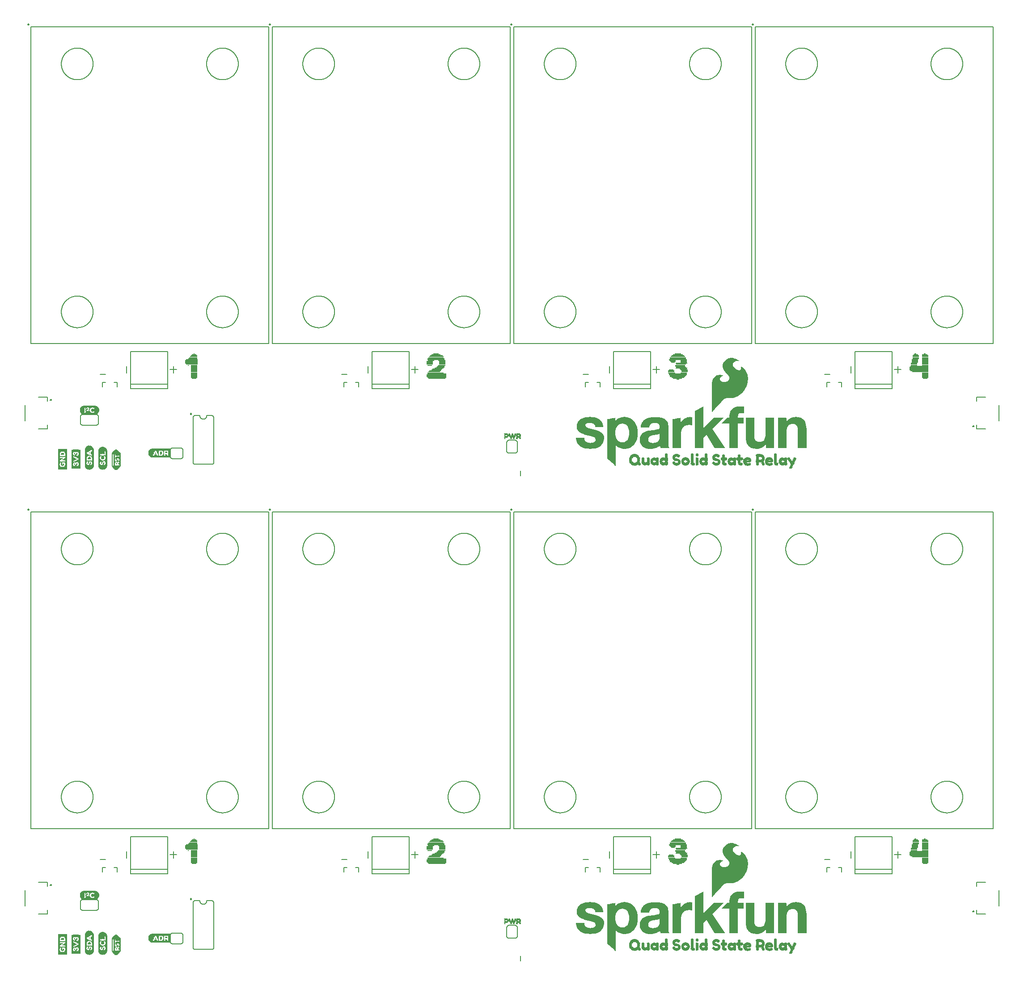
<source format=gto>
G04 EAGLE Gerber RS-274X export*
G75*
%MOMM*%
%FSLAX34Y34*%
%LPD*%
%INSilkscreen Top*%
%IPPOS*%
%AMOC8*
5,1,8,0,0,1.08239X$1,22.5*%
G01*
%ADD10C,0.203200*%
%ADD11C,0.127000*%
%ADD12R,0.400000X0.080000*%
%ADD13R,0.320000X0.080000*%
%ADD14R,0.480000X0.080000*%
%ADD15R,0.560000X0.080000*%
%ADD16R,0.720000X0.080000*%
%ADD17R,0.960000X0.080000*%
%ADD18R,0.880000X0.080000*%
%ADD19R,0.160000X0.080000*%
%ADD20R,1.200000X0.080000*%
%ADD21R,1.120000X0.080000*%
%ADD22R,1.360000X0.080000*%
%ADD23R,1.440000X0.080000*%
%ADD24R,1.280000X0.080000*%
%ADD25R,1.600000X0.080000*%
%ADD26R,1.520000X0.080000*%
%ADD27R,1.760000X0.080000*%
%ADD28R,0.640000X0.080000*%
%ADD29R,1.040000X0.080000*%
%ADD30R,0.800000X0.080000*%
%ADD31R,1.680000X0.080000*%
%ADD32R,0.240000X0.080000*%
%ADD33R,2.000000X0.080000*%
%ADD34R,1.920000X0.080000*%
%ADD35R,1.840000X0.080000*%
%ADD36R,0.080000X0.080000*%
%ADD37R,0.180000X0.180000*%
%ADD38R,0.900000X0.180000*%
%ADD39R,1.260000X0.180000*%
%ADD40R,1.440000X0.180000*%
%ADD41R,1.620000X0.180000*%
%ADD42R,1.800000X0.180000*%
%ADD43R,2.160000X0.180000*%
%ADD44R,2.340000X0.180000*%
%ADD45R,1.080000X0.180000*%
%ADD46R,2.700000X0.180000*%
%ADD47R,2.880000X0.180000*%
%ADD48R,3.240000X0.180000*%
%ADD49R,1.980000X0.180000*%
%ADD50R,3.060000X0.180000*%
%ADD51R,3.600000X0.180000*%
%ADD52R,3.780000X0.180000*%
%ADD53R,3.420000X0.180000*%
%ADD54R,0.720000X0.180000*%
%ADD55R,0.540000X0.180000*%
%ADD56R,0.360000X0.180000*%
%ADD57R,0.040000X3.880000*%
%ADD58R,0.040000X0.840000*%
%ADD59R,0.040000X2.800000*%
%ADD60R,0.040000X0.760000*%
%ADD61R,0.040000X0.320000*%
%ADD62R,0.040000X0.480000*%
%ADD63R,0.040000X0.160000*%
%ADD64R,0.040000X0.680000*%
%ADD65R,0.040000X0.200000*%
%ADD66R,0.040000X0.400000*%
%ADD67R,0.040000X0.120000*%
%ADD68R,0.040000X0.640000*%
%ADD69R,0.040000X0.360000*%
%ADD70R,0.040000X0.560000*%
%ADD71R,0.040000X0.600000*%
%ADD72R,0.040000X0.520000*%
%ADD73R,0.040000X0.280000*%
%ADD74R,0.040000X0.240000*%
%ADD75R,0.040000X0.720000*%
%ADD76R,0.040000X0.440000*%
%ADD77R,0.040000X0.040000*%
%ADD78R,0.040000X0.080000*%
%ADD79R,0.040000X0.800000*%
%ADD80R,2.440000X0.040000*%
%ADD81R,2.680000X0.040000*%
%ADD82R,2.840000X0.040000*%
%ADD83R,3.000000X0.040000*%
%ADD84R,3.080000X0.040000*%
%ADD85R,3.160000X0.040000*%
%ADD86R,3.240000X0.040000*%
%ADD87R,1.240000X0.040000*%
%ADD88R,0.720000X0.040000*%
%ADD89R,1.000000X0.040000*%
%ADD90R,0.760000X0.040000*%
%ADD91R,0.200000X0.040000*%
%ADD92R,0.520000X0.040000*%
%ADD93R,0.880000X0.040000*%
%ADD94R,0.160000X0.040000*%
%ADD95R,0.400000X0.040000*%
%ADD96R,0.800000X0.040000*%
%ADD97R,0.320000X0.040000*%
%ADD98R,0.120000X0.040000*%
%ADD99R,0.280000X0.040000*%
%ADD100R,0.840000X0.040000*%
%ADD101R,0.080000X0.040000*%
%ADD102R,0.360000X0.040000*%
%ADD103R,0.960000X0.040000*%
%ADD104R,1.440000X0.040000*%
%ADD105R,1.480000X0.040000*%
%ADD106R,1.520000X0.040000*%
%ADD107R,0.240000X0.040000*%
%ADD108R,0.920000X0.040000*%
%ADD109R,1.040000X0.040000*%
%ADD110R,1.160000X0.040000*%
%ADD111R,0.040000X3.640000*%
%ADD112R,0.040000X1.800000*%
%ADD113R,0.040000X0.880000*%
%ADD114R,0.040000X3.080000*%
%ADD115R,0.040000X3.320000*%
%ADD116R,0.040000X3.480000*%
%ADD117R,0.040000X3.720000*%
%ADD118R,0.040000X3.800000*%
%ADD119R,0.040000X0.960000*%
%ADD120R,0.040000X1.240000*%
%ADD121R,0.040000X1.280000*%
%ADD122R,0.040000X1.320000*%
%ADD123R,0.040000X0.920000*%
%ADD124R,0.040000X1.000000*%
%ADD125R,0.040000X1.080000*%
%ADD126R,0.040000X3.560000*%
%ADD127R,0.040000X3.960000*%
%ADD128R,0.040000X4.040000*%
%ADD129R,0.040000X4.120000*%
%ADD130R,0.040000X3.040000*%
%ADD131R,0.040000X1.160000*%
%ADD132R,0.040000X1.120000*%
%ADD133R,0.040000X1.040000*%
%ADD134R,0.040000X1.360000*%
%ADD135R,0.600000X0.040000*%
%ADD136R,0.680000X0.040000*%
%ADD137R,0.440000X0.040000*%
%ADD138R,0.480000X0.040000*%
%ADD139R,1.120000X0.040000*%
%ADD140R,3.640000X0.040000*%
%ADD141R,3.760000X0.040000*%
%ADD142R,3.840000X0.040000*%
%ADD143R,3.880000X0.040000*%
%ADD144R,3.920000X0.040000*%
%ADD145R,3.960000X0.040000*%
%ADD146R,4.000000X0.040000*%
%ADD147R,4.040000X0.040000*%
%ADD148R,0.640000X0.040000*%
%ADD149R,1.080000X0.040000*%
%ADD150R,0.560000X0.040000*%
%ADD151R,0.040000X2.520000*%
%ADD152R,0.040000X2.600000*%
%ADD153R,0.040000X2.760000*%
%ADD154R,0.040000X2.840000*%
%ADD155R,0.040000X3.400000*%
%ADD156R,0.040000X2.920000*%

G36*
X1305839Y128931D02*
X1305839Y128931D01*
X1305901Y128933D01*
X1305923Y128946D01*
X1305949Y128950D01*
X1306020Y128998D01*
X1306053Y129016D01*
X1306059Y129024D01*
X1306069Y129031D01*
X1306369Y129331D01*
X1306380Y129349D01*
X1306400Y129367D01*
X1307095Y130260D01*
X1308190Y131554D01*
X1308191Y131556D01*
X1308192Y131557D01*
X1309688Y133351D01*
X1311483Y135346D01*
X1311486Y135351D01*
X1311492Y135357D01*
X1313486Y137750D01*
X1315780Y140243D01*
X1318079Y142741D01*
X1320679Y145541D01*
X1320681Y145545D01*
X1320685Y145548D01*
X1322980Y148142D01*
X1325065Y150327D01*
X1327042Y152106D01*
X1328998Y153573D01*
X1331029Y154540D01*
X1333347Y155120D01*
X1341000Y155120D01*
X1341020Y155125D01*
X1341047Y155123D01*
X1345847Y155723D01*
X1345869Y155731D01*
X1345900Y155733D01*
X1350300Y156933D01*
X1350323Y156945D01*
X1350356Y156953D01*
X1354356Y158753D01*
X1354374Y158767D01*
X1354401Y158777D01*
X1358101Y161077D01*
X1358116Y161093D01*
X1358142Y161106D01*
X1361542Y163906D01*
X1361552Y163920D01*
X1361569Y163931D01*
X1364669Y167031D01*
X1364680Y167049D01*
X1364700Y167067D01*
X1367500Y170667D01*
X1367512Y170692D01*
X1367536Y170723D01*
X1371436Y178123D01*
X1371445Y178155D01*
X1371467Y178200D01*
X1373467Y185500D01*
X1373467Y185504D01*
X1373467Y185505D01*
X1373468Y185533D01*
X1373480Y185578D01*
X1373880Y192578D01*
X1373874Y192611D01*
X1373876Y192659D01*
X1372876Y199059D01*
X1372865Y199085D01*
X1372859Y199124D01*
X1370859Y204924D01*
X1370842Y204951D01*
X1370827Y204995D01*
X1368027Y209695D01*
X1368003Y209719D01*
X1367977Y209761D01*
X1364777Y213161D01*
X1364744Y213182D01*
X1364686Y213232D01*
X1361286Y215132D01*
X1361252Y215141D01*
X1361223Y215160D01*
X1361170Y215165D01*
X1361119Y215180D01*
X1361085Y215174D01*
X1361051Y215177D01*
X1361001Y215158D01*
X1360949Y215149D01*
X1360921Y215128D01*
X1360889Y215116D01*
X1360852Y215077D01*
X1360810Y215045D01*
X1360794Y215015D01*
X1360770Y214989D01*
X1360755Y214938D01*
X1360731Y214891D01*
X1360730Y214856D01*
X1360720Y214823D01*
X1360729Y214757D01*
X1360729Y214718D01*
X1360736Y214702D01*
X1360739Y214680D01*
X1360828Y214412D01*
X1360920Y213773D01*
X1360920Y212816D01*
X1360822Y211647D01*
X1360636Y210526D01*
X1360097Y209539D01*
X1359196Y208728D01*
X1357827Y208180D01*
X1356640Y208180D01*
X1355300Y208467D01*
X1353841Y208954D01*
X1352379Y209636D01*
X1350916Y210514D01*
X1349540Y211595D01*
X1348264Y212675D01*
X1347196Y213840D01*
X1346227Y215197D01*
X1345554Y216542D01*
X1345171Y217788D01*
X1344985Y218900D01*
X1345169Y220003D01*
X1345548Y221043D01*
X1346118Y222089D01*
X1346875Y223035D01*
X1348316Y224284D01*
X1349944Y225146D01*
X1351578Y225627D01*
X1353124Y225820D01*
X1354566Y225820D01*
X1355632Y225626D01*
X1355642Y225626D01*
X1355653Y225623D01*
X1356453Y225523D01*
X1356474Y225525D01*
X1356500Y225520D01*
X1356800Y225520D01*
X1356845Y225530D01*
X1356892Y225531D01*
X1356929Y225550D01*
X1356969Y225559D01*
X1357005Y225589D01*
X1357046Y225610D01*
X1357071Y225643D01*
X1357102Y225669D01*
X1357121Y225712D01*
X1357149Y225750D01*
X1357156Y225790D01*
X1357173Y225828D01*
X1357172Y225874D01*
X1357180Y225920D01*
X1357168Y225960D01*
X1357167Y226001D01*
X1357144Y226042D01*
X1357131Y226087D01*
X1357100Y226124D01*
X1357084Y226153D01*
X1357062Y226169D01*
X1357038Y226197D01*
X1356538Y226597D01*
X1356531Y226600D01*
X1356525Y226607D01*
X1355025Y227707D01*
X1355004Y227716D01*
X1354981Y227734D01*
X1352581Y229034D01*
X1352567Y229038D01*
X1352551Y229049D01*
X1349551Y230349D01*
X1349525Y230354D01*
X1349492Y230369D01*
X1345892Y231269D01*
X1345858Y231269D01*
X1345809Y231280D01*
X1341709Y231380D01*
X1341675Y231373D01*
X1341624Y231373D01*
X1337224Y230473D01*
X1337189Y230456D01*
X1337127Y230439D01*
X1332627Y228139D01*
X1332600Y228115D01*
X1332553Y228089D01*
X1329053Y225089D01*
X1329031Y225059D01*
X1328990Y225020D01*
X1326790Y221920D01*
X1326775Y221884D01*
X1326739Y221820D01*
X1325639Y218520D01*
X1325636Y218483D01*
X1325620Y218400D01*
X1325620Y215000D01*
X1325629Y214962D01*
X1325634Y214896D01*
X1326634Y211396D01*
X1326650Y211368D01*
X1326662Y211326D01*
X1328462Y207826D01*
X1328481Y207804D01*
X1328499Y207768D01*
X1331199Y204268D01*
X1331214Y204256D01*
X1331227Y204235D01*
X1334520Y200842D01*
X1337172Y197797D01*
X1338325Y195012D01*
X1338515Y192254D01*
X1337667Y189899D01*
X1335953Y187994D01*
X1333639Y186548D01*
X1330940Y185680D01*
X1327745Y185680D01*
X1325722Y186162D01*
X1323990Y186932D01*
X1322653Y187886D01*
X1321612Y189022D01*
X1320954Y190244D01*
X1320580Y191553D01*
X1320580Y192738D01*
X1320945Y193832D01*
X1321502Y194667D01*
X1322261Y195521D01*
X1323115Y196186D01*
X1324090Y196771D01*
X1324968Y197258D01*
X1325645Y197548D01*
X1326141Y197747D01*
X1326153Y197755D01*
X1326170Y197760D01*
X1326219Y197784D01*
X1326219Y197785D01*
X1326370Y197860D01*
X1326435Y197914D01*
X1326501Y197968D01*
X1326502Y197970D01*
X1326503Y197971D01*
X1326537Y198047D01*
X1326573Y198126D01*
X1326573Y198128D01*
X1326574Y198129D01*
X1326570Y198214D01*
X1326567Y198299D01*
X1326566Y198301D01*
X1326566Y198302D01*
X1326525Y198378D01*
X1326485Y198452D01*
X1326484Y198453D01*
X1326483Y198454D01*
X1326473Y198461D01*
X1326370Y198540D01*
X1326170Y198640D01*
X1326141Y198647D01*
X1326104Y198666D01*
X1325404Y198866D01*
X1325391Y198866D01*
X1325375Y198873D01*
X1324379Y199072D01*
X1323086Y199371D01*
X1323058Y199370D01*
X1323022Y199380D01*
X1321322Y199480D01*
X1321304Y199476D01*
X1321280Y199480D01*
X1319380Y199380D01*
X1319364Y199375D01*
X1319344Y199376D01*
X1317344Y199076D01*
X1317319Y199066D01*
X1317285Y199062D01*
X1315085Y198362D01*
X1315071Y198354D01*
X1315052Y198350D01*
X1313152Y197550D01*
X1313128Y197533D01*
X1313089Y197516D01*
X1311289Y196316D01*
X1311274Y196300D01*
X1311248Y196285D01*
X1309548Y194785D01*
X1309531Y194761D01*
X1309500Y194733D01*
X1308100Y192933D01*
X1308088Y192907D01*
X1308063Y192876D01*
X1306863Y190576D01*
X1306855Y190546D01*
X1306835Y190508D01*
X1306035Y187808D01*
X1306034Y187785D01*
X1306024Y187757D01*
X1305524Y184457D01*
X1305526Y184436D01*
X1305520Y184410D01*
X1305420Y180610D01*
X1305421Y180605D01*
X1305420Y180600D01*
X1305420Y129300D01*
X1305426Y129275D01*
X1305423Y129249D01*
X1305445Y129192D01*
X1305459Y129131D01*
X1305476Y129111D01*
X1305485Y129087D01*
X1305530Y129045D01*
X1305569Y128998D01*
X1305593Y128987D01*
X1305612Y128970D01*
X1305671Y128952D01*
X1305728Y128927D01*
X1305753Y128928D01*
X1305778Y128920D01*
X1305839Y128931D01*
G37*
G36*
X1305839Y1048411D02*
X1305839Y1048411D01*
X1305901Y1048413D01*
X1305923Y1048426D01*
X1305949Y1048430D01*
X1306020Y1048478D01*
X1306053Y1048496D01*
X1306059Y1048504D01*
X1306069Y1048511D01*
X1306369Y1048811D01*
X1306380Y1048829D01*
X1306400Y1048847D01*
X1307095Y1049740D01*
X1308190Y1051034D01*
X1308191Y1051036D01*
X1308192Y1051037D01*
X1309688Y1052831D01*
X1311483Y1054826D01*
X1311486Y1054831D01*
X1311492Y1054837D01*
X1313486Y1057230D01*
X1315780Y1059723D01*
X1318079Y1062221D01*
X1320679Y1065021D01*
X1320681Y1065025D01*
X1320685Y1065028D01*
X1322980Y1067622D01*
X1325065Y1069807D01*
X1327042Y1071586D01*
X1328998Y1073053D01*
X1331029Y1074020D01*
X1333347Y1074600D01*
X1341000Y1074600D01*
X1341020Y1074605D01*
X1341047Y1074603D01*
X1345847Y1075203D01*
X1345869Y1075211D01*
X1345900Y1075213D01*
X1350300Y1076413D01*
X1350323Y1076425D01*
X1350356Y1076433D01*
X1354356Y1078233D01*
X1354374Y1078247D01*
X1354401Y1078257D01*
X1358101Y1080557D01*
X1358116Y1080573D01*
X1358142Y1080586D01*
X1361542Y1083386D01*
X1361552Y1083400D01*
X1361569Y1083411D01*
X1364669Y1086511D01*
X1364680Y1086529D01*
X1364700Y1086547D01*
X1367500Y1090147D01*
X1367512Y1090172D01*
X1367536Y1090203D01*
X1371436Y1097603D01*
X1371445Y1097635D01*
X1371467Y1097680D01*
X1373467Y1104980D01*
X1373467Y1104984D01*
X1373467Y1104985D01*
X1373468Y1105013D01*
X1373480Y1105058D01*
X1373880Y1112058D01*
X1373874Y1112091D01*
X1373876Y1112139D01*
X1372876Y1118539D01*
X1372865Y1118565D01*
X1372859Y1118604D01*
X1370859Y1124404D01*
X1370842Y1124431D01*
X1370827Y1124475D01*
X1368027Y1129175D01*
X1368003Y1129199D01*
X1367977Y1129241D01*
X1364777Y1132641D01*
X1364744Y1132662D01*
X1364686Y1132712D01*
X1361286Y1134612D01*
X1361252Y1134621D01*
X1361223Y1134640D01*
X1361170Y1134645D01*
X1361119Y1134660D01*
X1361085Y1134654D01*
X1361051Y1134657D01*
X1361001Y1134638D01*
X1360949Y1134629D01*
X1360921Y1134608D01*
X1360889Y1134596D01*
X1360852Y1134557D01*
X1360810Y1134525D01*
X1360794Y1134495D01*
X1360770Y1134469D01*
X1360755Y1134418D01*
X1360731Y1134371D01*
X1360730Y1134336D01*
X1360720Y1134303D01*
X1360729Y1134237D01*
X1360729Y1134198D01*
X1360736Y1134182D01*
X1360739Y1134160D01*
X1360828Y1133892D01*
X1360920Y1133253D01*
X1360920Y1132296D01*
X1360822Y1131127D01*
X1360636Y1130006D01*
X1360097Y1129019D01*
X1359196Y1128208D01*
X1357827Y1127660D01*
X1356640Y1127660D01*
X1355300Y1127947D01*
X1353841Y1128434D01*
X1352379Y1129116D01*
X1350916Y1129994D01*
X1349540Y1131075D01*
X1348264Y1132155D01*
X1347196Y1133320D01*
X1346227Y1134677D01*
X1345554Y1136022D01*
X1345171Y1137268D01*
X1344985Y1138380D01*
X1345169Y1139483D01*
X1345548Y1140523D01*
X1346118Y1141569D01*
X1346875Y1142515D01*
X1348316Y1143764D01*
X1349944Y1144626D01*
X1351578Y1145107D01*
X1353124Y1145300D01*
X1354566Y1145300D01*
X1355632Y1145106D01*
X1355642Y1145106D01*
X1355653Y1145103D01*
X1356453Y1145003D01*
X1356474Y1145005D01*
X1356500Y1145000D01*
X1356800Y1145000D01*
X1356845Y1145010D01*
X1356892Y1145011D01*
X1356929Y1145030D01*
X1356969Y1145039D01*
X1357005Y1145069D01*
X1357046Y1145090D01*
X1357071Y1145123D01*
X1357102Y1145149D01*
X1357121Y1145192D01*
X1357149Y1145230D01*
X1357156Y1145270D01*
X1357173Y1145308D01*
X1357172Y1145354D01*
X1357180Y1145400D01*
X1357168Y1145440D01*
X1357167Y1145481D01*
X1357144Y1145522D01*
X1357131Y1145567D01*
X1357100Y1145604D01*
X1357084Y1145633D01*
X1357062Y1145649D01*
X1357038Y1145677D01*
X1356538Y1146077D01*
X1356531Y1146080D01*
X1356525Y1146087D01*
X1355025Y1147187D01*
X1355004Y1147196D01*
X1354981Y1147214D01*
X1352581Y1148514D01*
X1352567Y1148518D01*
X1352551Y1148529D01*
X1349551Y1149829D01*
X1349525Y1149834D01*
X1349492Y1149849D01*
X1345892Y1150749D01*
X1345858Y1150749D01*
X1345809Y1150760D01*
X1341709Y1150860D01*
X1341675Y1150853D01*
X1341624Y1150853D01*
X1337224Y1149953D01*
X1337189Y1149936D01*
X1337127Y1149919D01*
X1332627Y1147619D01*
X1332600Y1147595D01*
X1332553Y1147569D01*
X1329053Y1144569D01*
X1329031Y1144539D01*
X1328990Y1144500D01*
X1326790Y1141400D01*
X1326775Y1141364D01*
X1326739Y1141300D01*
X1325639Y1138000D01*
X1325636Y1137963D01*
X1325620Y1137880D01*
X1325620Y1134480D01*
X1325629Y1134442D01*
X1325634Y1134376D01*
X1326634Y1130876D01*
X1326650Y1130848D01*
X1326662Y1130806D01*
X1328462Y1127306D01*
X1328481Y1127284D01*
X1328499Y1127248D01*
X1331199Y1123748D01*
X1331214Y1123736D01*
X1331227Y1123715D01*
X1334520Y1120322D01*
X1337172Y1117277D01*
X1338325Y1114492D01*
X1338515Y1111734D01*
X1337667Y1109379D01*
X1335953Y1107474D01*
X1333639Y1106028D01*
X1330940Y1105160D01*
X1327745Y1105160D01*
X1325722Y1105642D01*
X1323990Y1106412D01*
X1322653Y1107366D01*
X1321612Y1108502D01*
X1320954Y1109724D01*
X1320580Y1111033D01*
X1320580Y1112218D01*
X1320945Y1113312D01*
X1321502Y1114147D01*
X1322261Y1115001D01*
X1323115Y1115666D01*
X1324090Y1116251D01*
X1324968Y1116738D01*
X1325645Y1117028D01*
X1326141Y1117227D01*
X1326153Y1117235D01*
X1326170Y1117240D01*
X1326219Y1117264D01*
X1326370Y1117340D01*
X1326435Y1117394D01*
X1326501Y1117448D01*
X1326502Y1117450D01*
X1326503Y1117451D01*
X1326537Y1117527D01*
X1326573Y1117606D01*
X1326573Y1117608D01*
X1326574Y1117609D01*
X1326570Y1117694D01*
X1326567Y1117779D01*
X1326566Y1117781D01*
X1326566Y1117782D01*
X1326525Y1117858D01*
X1326485Y1117932D01*
X1326484Y1117933D01*
X1326483Y1117934D01*
X1326473Y1117941D01*
X1326370Y1118020D01*
X1326170Y1118120D01*
X1326141Y1118127D01*
X1326104Y1118146D01*
X1325404Y1118346D01*
X1325391Y1118346D01*
X1325375Y1118353D01*
X1324379Y1118552D01*
X1323086Y1118851D01*
X1323058Y1118850D01*
X1323022Y1118860D01*
X1321322Y1118960D01*
X1321304Y1118956D01*
X1321280Y1118960D01*
X1319380Y1118860D01*
X1319364Y1118855D01*
X1319344Y1118856D01*
X1317344Y1118556D01*
X1317319Y1118546D01*
X1317285Y1118542D01*
X1315085Y1117842D01*
X1315071Y1117834D01*
X1315052Y1117830D01*
X1313152Y1117030D01*
X1313128Y1117013D01*
X1313089Y1116996D01*
X1311289Y1115796D01*
X1311274Y1115780D01*
X1311248Y1115765D01*
X1309548Y1114265D01*
X1309531Y1114241D01*
X1309500Y1114213D01*
X1308100Y1112413D01*
X1308088Y1112387D01*
X1308063Y1112356D01*
X1306863Y1110056D01*
X1306855Y1110026D01*
X1306835Y1109988D01*
X1306035Y1107288D01*
X1306034Y1107265D01*
X1306024Y1107237D01*
X1305524Y1103937D01*
X1305526Y1103916D01*
X1305520Y1103890D01*
X1305420Y1100090D01*
X1305421Y1100085D01*
X1305420Y1100080D01*
X1305420Y1048780D01*
X1305426Y1048755D01*
X1305423Y1048729D01*
X1305445Y1048672D01*
X1305459Y1048611D01*
X1305476Y1048591D01*
X1305485Y1048567D01*
X1305530Y1048525D01*
X1305569Y1048478D01*
X1305593Y1048467D01*
X1305612Y1048450D01*
X1305671Y1048432D01*
X1305728Y1048407D01*
X1305753Y1048408D01*
X1305778Y1048400D01*
X1305839Y1048411D01*
G37*
G36*
X1123085Y946513D02*
X1123085Y946513D01*
X1123101Y946513D01*
X1123164Y946548D01*
X1123230Y946577D01*
X1123240Y946589D01*
X1123253Y946596D01*
X1123294Y946655D01*
X1123340Y946711D01*
X1123344Y946725D01*
X1123353Y946738D01*
X1123379Y946875D01*
X1123380Y946879D01*
X1123380Y946880D01*
X1123380Y986657D01*
X1124409Y985435D01*
X1124421Y985426D01*
X1124431Y985411D01*
X1126131Y983711D01*
X1126148Y983701D01*
X1126164Y983682D01*
X1128064Y982182D01*
X1128087Y982171D01*
X1128111Y982150D01*
X1130211Y980950D01*
X1130229Y980945D01*
X1130248Y980931D01*
X1132548Y979931D01*
X1132575Y979926D01*
X1132608Y979911D01*
X1135008Y979311D01*
X1135015Y979311D01*
X1135022Y979308D01*
X1137422Y978808D01*
X1137450Y978808D01*
X1137485Y978800D01*
X1140085Y978700D01*
X1140108Y978705D01*
X1140139Y978702D01*
X1145939Y979302D01*
X1145973Y979313D01*
X1146027Y979321D01*
X1151127Y981121D01*
X1151151Y981137D01*
X1151173Y981142D01*
X1151189Y981155D01*
X1151216Y981167D01*
X1155416Y984067D01*
X1155437Y984090D01*
X1155473Y984115D01*
X1158973Y987715D01*
X1158990Y987744D01*
X1159024Y987781D01*
X1161724Y992181D01*
X1161733Y992207D01*
X1161753Y992239D01*
X1163753Y997239D01*
X1163757Y997267D01*
X1163772Y997303D01*
X1164872Y1002603D01*
X1164872Y1002625D01*
X1164879Y1002653D01*
X1165279Y1008253D01*
X1165276Y1008276D01*
X1165279Y1008306D01*
X1164879Y1014206D01*
X1164873Y1014225D01*
X1164873Y1014252D01*
X1163773Y1019952D01*
X1163764Y1019972D01*
X1163764Y1019989D01*
X1163759Y1019998D01*
X1163756Y1020013D01*
X1161856Y1025113D01*
X1161840Y1025138D01*
X1161825Y1025178D01*
X1159025Y1029778D01*
X1159001Y1029802D01*
X1158973Y1029845D01*
X1155373Y1033545D01*
X1155344Y1033563D01*
X1155309Y1033598D01*
X1150909Y1036498D01*
X1150875Y1036510D01*
X1150828Y1036538D01*
X1145528Y1038438D01*
X1145492Y1038442D01*
X1145437Y1038458D01*
X1139237Y1039058D01*
X1139214Y1039056D01*
X1139185Y1039060D01*
X1136585Y1038960D01*
X1136565Y1038954D01*
X1136538Y1038955D01*
X1134138Y1038555D01*
X1134125Y1038550D01*
X1134108Y1038549D01*
X1131708Y1037949D01*
X1131682Y1037936D01*
X1131643Y1037926D01*
X1129443Y1036926D01*
X1129430Y1036917D01*
X1129411Y1036910D01*
X1127311Y1035710D01*
X1127293Y1035693D01*
X1127264Y1035678D01*
X1125364Y1034178D01*
X1125349Y1034160D01*
X1125324Y1034141D01*
X1123624Y1032341D01*
X1123612Y1032322D01*
X1123591Y1032301D01*
X1122680Y1031027D01*
X1122680Y1037180D01*
X1122662Y1037258D01*
X1122647Y1037337D01*
X1122642Y1037342D01*
X1122641Y1037349D01*
X1122590Y1037411D01*
X1122541Y1037474D01*
X1122535Y1037477D01*
X1122531Y1037482D01*
X1122457Y1037515D01*
X1122386Y1037551D01*
X1122378Y1037551D01*
X1122372Y1037553D01*
X1122341Y1037552D01*
X1122241Y1037556D01*
X1120341Y1037256D01*
X1120331Y1037252D01*
X1120318Y1037251D01*
X1118529Y1036854D01*
X1116641Y1036556D01*
X1116639Y1036555D01*
X1116638Y1036555D01*
X1114841Y1036256D01*
X1112941Y1035956D01*
X1112931Y1035952D01*
X1112918Y1035951D01*
X1111129Y1035554D01*
X1109241Y1035256D01*
X1109239Y1035255D01*
X1109238Y1035255D01*
X1107438Y1034955D01*
X1107419Y1034947D01*
X1107399Y1034947D01*
X1107340Y1034914D01*
X1107278Y1034888D01*
X1107265Y1034873D01*
X1107247Y1034864D01*
X1107208Y1034809D01*
X1107164Y1034758D01*
X1107159Y1034738D01*
X1107147Y1034722D01*
X1107127Y1034617D01*
X1107120Y1034590D01*
X1107121Y1034586D01*
X1107120Y1034580D01*
X1107120Y960680D01*
X1107140Y960595D01*
X1107159Y960512D01*
X1107159Y960511D01*
X1107162Y960508D01*
X1107246Y960397D01*
X1109146Y958697D01*
X1109150Y958694D01*
X1109154Y958690D01*
X1111150Y956994D01*
X1113046Y955297D01*
X1113047Y955297D01*
X1115046Y953497D01*
X1116946Y951797D01*
X1116950Y951794D01*
X1116954Y951790D01*
X1118946Y950097D01*
X1120839Y948304D01*
X1120843Y948302D01*
X1120846Y948297D01*
X1122746Y946597D01*
X1122760Y946589D01*
X1122769Y946578D01*
X1122835Y946548D01*
X1122899Y946514D01*
X1122914Y946513D01*
X1122928Y946507D01*
X1123000Y946509D01*
X1123072Y946507D01*
X1123085Y946513D01*
G37*
G36*
X1123085Y27033D02*
X1123085Y27033D01*
X1123101Y27033D01*
X1123164Y27068D01*
X1123230Y27097D01*
X1123240Y27109D01*
X1123253Y27116D01*
X1123294Y27175D01*
X1123340Y27231D01*
X1123344Y27245D01*
X1123353Y27258D01*
X1123379Y27395D01*
X1123380Y27399D01*
X1123380Y27400D01*
X1123380Y67177D01*
X1124409Y65955D01*
X1124421Y65946D01*
X1124431Y65931D01*
X1126131Y64231D01*
X1126148Y64221D01*
X1126164Y64202D01*
X1128064Y62702D01*
X1128087Y62691D01*
X1128111Y62670D01*
X1130211Y61470D01*
X1130229Y61465D01*
X1130248Y61451D01*
X1132548Y60451D01*
X1132575Y60446D01*
X1132608Y60431D01*
X1135008Y59831D01*
X1135015Y59831D01*
X1135022Y59828D01*
X1137422Y59328D01*
X1137450Y59328D01*
X1137485Y59320D01*
X1140085Y59220D01*
X1140108Y59225D01*
X1140139Y59222D01*
X1145939Y59822D01*
X1145973Y59833D01*
X1146027Y59841D01*
X1151127Y61641D01*
X1151151Y61657D01*
X1151173Y61662D01*
X1151189Y61675D01*
X1151216Y61687D01*
X1155416Y64587D01*
X1155437Y64610D01*
X1155473Y64635D01*
X1158973Y68235D01*
X1158990Y68264D01*
X1159024Y68301D01*
X1161724Y72701D01*
X1161733Y72727D01*
X1161753Y72759D01*
X1163753Y77759D01*
X1163757Y77787D01*
X1163772Y77823D01*
X1164872Y83123D01*
X1164872Y83145D01*
X1164879Y83173D01*
X1165279Y88773D01*
X1165276Y88796D01*
X1165279Y88826D01*
X1164879Y94726D01*
X1164873Y94745D01*
X1164873Y94772D01*
X1163773Y100472D01*
X1163764Y100492D01*
X1163764Y100509D01*
X1163759Y100518D01*
X1163756Y100533D01*
X1161856Y105633D01*
X1161840Y105658D01*
X1161825Y105698D01*
X1159025Y110298D01*
X1159001Y110322D01*
X1158973Y110365D01*
X1155373Y114065D01*
X1155344Y114083D01*
X1155309Y114118D01*
X1150909Y117018D01*
X1150875Y117030D01*
X1150828Y117058D01*
X1145528Y118958D01*
X1145492Y118962D01*
X1145437Y118978D01*
X1139237Y119578D01*
X1139214Y119576D01*
X1139185Y119580D01*
X1136585Y119480D01*
X1136565Y119474D01*
X1136538Y119475D01*
X1134138Y119075D01*
X1134125Y119070D01*
X1134108Y119069D01*
X1131708Y118469D01*
X1131682Y118456D01*
X1131643Y118446D01*
X1129443Y117446D01*
X1129430Y117437D01*
X1129411Y117430D01*
X1127311Y116230D01*
X1127293Y116213D01*
X1127264Y116198D01*
X1125364Y114698D01*
X1125349Y114680D01*
X1125324Y114661D01*
X1123624Y112861D01*
X1123612Y112842D01*
X1123591Y112821D01*
X1122680Y111547D01*
X1122680Y117700D01*
X1122662Y117778D01*
X1122647Y117857D01*
X1122642Y117862D01*
X1122641Y117869D01*
X1122590Y117931D01*
X1122541Y117994D01*
X1122535Y117997D01*
X1122531Y118002D01*
X1122457Y118035D01*
X1122386Y118071D01*
X1122378Y118071D01*
X1122372Y118073D01*
X1122341Y118072D01*
X1122241Y118076D01*
X1120341Y117776D01*
X1120331Y117772D01*
X1120318Y117771D01*
X1118529Y117374D01*
X1116641Y117076D01*
X1116639Y117075D01*
X1116638Y117075D01*
X1114841Y116776D01*
X1112941Y116476D01*
X1112931Y116472D01*
X1112918Y116471D01*
X1111129Y116074D01*
X1109241Y115776D01*
X1109239Y115775D01*
X1109238Y115775D01*
X1107438Y115475D01*
X1107419Y115467D01*
X1107399Y115467D01*
X1107340Y115434D01*
X1107278Y115408D01*
X1107265Y115393D01*
X1107247Y115384D01*
X1107208Y115329D01*
X1107164Y115278D01*
X1107159Y115258D01*
X1107147Y115242D01*
X1107127Y115137D01*
X1107120Y115110D01*
X1107121Y115106D01*
X1107120Y115100D01*
X1107120Y41200D01*
X1107140Y41115D01*
X1107159Y41032D01*
X1107159Y41031D01*
X1107162Y41028D01*
X1107246Y40917D01*
X1109146Y39217D01*
X1109150Y39214D01*
X1109154Y39210D01*
X1111150Y37514D01*
X1113046Y35817D01*
X1113047Y35817D01*
X1115046Y34017D01*
X1116946Y32317D01*
X1116950Y32314D01*
X1116954Y32310D01*
X1118946Y30617D01*
X1120839Y28824D01*
X1120843Y28822D01*
X1120846Y28817D01*
X1122746Y27117D01*
X1122760Y27109D01*
X1122769Y27098D01*
X1122835Y27068D01*
X1122899Y27034D01*
X1122914Y27033D01*
X1122928Y27027D01*
X1123000Y27029D01*
X1123072Y27027D01*
X1123085Y27033D01*
G37*
G36*
X1191324Y978605D02*
X1191324Y978605D01*
X1191358Y978604D01*
X1192644Y978802D01*
X1193929Y978901D01*
X1193953Y978908D01*
X1193986Y978910D01*
X1195271Y979206D01*
X1196558Y979404D01*
X1196583Y979414D01*
X1196620Y979419D01*
X1197803Y979814D01*
X1199086Y980110D01*
X1199110Y980122D01*
X1199146Y980129D01*
X1201546Y981129D01*
X1201561Y981139D01*
X1201582Y981146D01*
X1203782Y982346D01*
X1203791Y982354D01*
X1203804Y982359D01*
X1204904Y983059D01*
X1204912Y983067D01*
X1204924Y983072D01*
X1206024Y983872D01*
X1206035Y983885D01*
X1206053Y983896D01*
X1206953Y984696D01*
X1206958Y984704D01*
X1206969Y984711D01*
X1207320Y985062D01*
X1207320Y984880D01*
X1207328Y984843D01*
X1207339Y984760D01*
X1207420Y984518D01*
X1207420Y983880D01*
X1207428Y983844D01*
X1207431Y983788D01*
X1207520Y983433D01*
X1207520Y983180D01*
X1207528Y983143D01*
X1207539Y983060D01*
X1207635Y982774D01*
X1207731Y982388D01*
X1207737Y982376D01*
X1207739Y982360D01*
X1207835Y982074D01*
X1207931Y981688D01*
X1207937Y981676D01*
X1207939Y981660D01*
X1208139Y981060D01*
X1208152Y981040D01*
X1208160Y981010D01*
X1208348Y980634D01*
X1208439Y980360D01*
X1208480Y980294D01*
X1208516Y980227D01*
X1208525Y980221D01*
X1208530Y980212D01*
X1208595Y980171D01*
X1208658Y980127D01*
X1208669Y980125D01*
X1208677Y980120D01*
X1208713Y980117D01*
X1208800Y980100D01*
X1224500Y980100D01*
X1224535Y980108D01*
X1224571Y980107D01*
X1224619Y980127D01*
X1224669Y980139D01*
X1224697Y980162D01*
X1224730Y980177D01*
X1224763Y980217D01*
X1224802Y980249D01*
X1224817Y980282D01*
X1224840Y980310D01*
X1224852Y980361D01*
X1224873Y980408D01*
X1224872Y980444D01*
X1224880Y980479D01*
X1224868Y980542D01*
X1224867Y980581D01*
X1224859Y980596D01*
X1224858Y980602D01*
X1224856Y980606D01*
X1224853Y980621D01*
X1224653Y981121D01*
X1224638Y981143D01*
X1224626Y981176D01*
X1224348Y981640D01*
X1224161Y982200D01*
X1223963Y982793D01*
X1223773Y983459D01*
X1223676Y984134D01*
X1223670Y984150D01*
X1223669Y984172D01*
X1223474Y984950D01*
X1223378Y985723D01*
X1223278Y986622D01*
X1223277Y986624D01*
X1223277Y986627D01*
X1223178Y987423D01*
X1223078Y988320D01*
X1222980Y989299D01*
X1222980Y1022480D01*
X1222977Y1022494D01*
X1222979Y1022512D01*
X1222779Y1024912D01*
X1222774Y1024927D01*
X1222774Y1024948D01*
X1222374Y1027148D01*
X1222363Y1027174D01*
X1222357Y1027211D01*
X1221657Y1029111D01*
X1221641Y1029136D01*
X1221628Y1029173D01*
X1220628Y1030873D01*
X1220611Y1030890D01*
X1220597Y1030918D01*
X1219397Y1032418D01*
X1219382Y1032429D01*
X1219369Y1032449D01*
X1217969Y1033849D01*
X1217944Y1033864D01*
X1217915Y1033893D01*
X1216315Y1034993D01*
X1216297Y1035000D01*
X1216278Y1035016D01*
X1214578Y1035916D01*
X1214563Y1035920D01*
X1214548Y1035930D01*
X1212648Y1036730D01*
X1212640Y1036732D01*
X1212631Y1036737D01*
X1210731Y1037437D01*
X1210712Y1037439D01*
X1210688Y1037450D01*
X1208588Y1037950D01*
X1208580Y1037950D01*
X1208571Y1037954D01*
X1206471Y1038354D01*
X1206462Y1038353D01*
X1206451Y1038357D01*
X1204251Y1038657D01*
X1204244Y1038656D01*
X1204234Y1038659D01*
X1202034Y1038859D01*
X1202027Y1038858D01*
X1202018Y1038860D01*
X1199918Y1038960D01*
X1199910Y1038958D01*
X1199900Y1038960D01*
X1195400Y1038960D01*
X1195386Y1038957D01*
X1195368Y1038959D01*
X1192968Y1038759D01*
X1192961Y1038756D01*
X1192951Y1038757D01*
X1190651Y1038457D01*
X1190644Y1038454D01*
X1190635Y1038455D01*
X1188335Y1038055D01*
X1188322Y1038049D01*
X1188304Y1038048D01*
X1186004Y1037448D01*
X1185994Y1037443D01*
X1185980Y1037441D01*
X1183880Y1036741D01*
X1183873Y1036737D01*
X1183865Y1036735D01*
X1181765Y1035935D01*
X1181748Y1035924D01*
X1181723Y1035917D01*
X1179823Y1034917D01*
X1179810Y1034905D01*
X1179789Y1034896D01*
X1177989Y1033696D01*
X1177974Y1033680D01*
X1177950Y1033666D01*
X1176350Y1032266D01*
X1176340Y1032252D01*
X1176322Y1032239D01*
X1174922Y1030739D01*
X1174912Y1030721D01*
X1174892Y1030703D01*
X1173592Y1028903D01*
X1173585Y1028887D01*
X1173571Y1028871D01*
X1172471Y1026971D01*
X1172463Y1026945D01*
X1172445Y1026915D01*
X1171645Y1024815D01*
X1171641Y1024790D01*
X1171628Y1024758D01*
X1171128Y1022358D01*
X1171128Y1022342D01*
X1171122Y1022324D01*
X1170822Y1019724D01*
X1170831Y1019652D01*
X1170833Y1019579D01*
X1170840Y1019566D01*
X1170842Y1019551D01*
X1170882Y1019491D01*
X1170916Y1019427D01*
X1170928Y1019419D01*
X1170936Y1019406D01*
X1170999Y1019369D01*
X1171058Y1019327D01*
X1171074Y1019324D01*
X1171085Y1019317D01*
X1171124Y1019314D01*
X1171200Y1019300D01*
X1186700Y1019300D01*
X1186733Y1019308D01*
X1186767Y1019306D01*
X1186816Y1019327D01*
X1186869Y1019339D01*
X1186895Y1019361D01*
X1186926Y1019374D01*
X1186961Y1019415D01*
X1187002Y1019449D01*
X1187016Y1019480D01*
X1187038Y1019506D01*
X1187057Y1019572D01*
X1187073Y1019608D01*
X1187073Y1019625D01*
X1187079Y1019646D01*
X1187177Y1020725D01*
X1187369Y1021688D01*
X1187655Y1022639D01*
X1188040Y1023410D01*
X1188427Y1024183D01*
X1188901Y1024848D01*
X1189372Y1025412D01*
X1190030Y1025976D01*
X1190591Y1026351D01*
X1190992Y1026551D01*
X1191370Y1026740D01*
X1191752Y1026931D01*
X1192146Y1027128D01*
X1193002Y1027413D01*
X1193860Y1027604D01*
X1194838Y1027702D01*
X1195934Y1027801D01*
X1196998Y1027898D01*
X1197962Y1027802D01*
X1197979Y1027804D01*
X1198000Y1027800D01*
X1198979Y1027800D01*
X1200738Y1027604D01*
X1201612Y1027410D01*
X1202387Y1027216D01*
X1203138Y1026935D01*
X1203811Y1026550D01*
X1204467Y1026175D01*
X1205019Y1025623D01*
X1205486Y1025062D01*
X1205865Y1024400D01*
X1206237Y1023656D01*
X1206427Y1022705D01*
X1206620Y1021742D01*
X1206620Y1020607D01*
X1206337Y1018628D01*
X1205333Y1017259D01*
X1203632Y1016125D01*
X1201294Y1015345D01*
X1198529Y1014654D01*
X1195454Y1014258D01*
X1192057Y1013858D01*
X1188458Y1013458D01*
X1188453Y1013456D01*
X1188447Y1013457D01*
X1188442Y1013455D01*
X1188436Y1013455D01*
X1184936Y1012855D01*
X1184922Y1012849D01*
X1184903Y1012848D01*
X1181503Y1011948D01*
X1181489Y1011940D01*
X1181470Y1011937D01*
X1178170Y1010737D01*
X1178147Y1010722D01*
X1178111Y1010710D01*
X1175311Y1009110D01*
X1175288Y1009088D01*
X1175249Y1009065D01*
X1172749Y1006865D01*
X1172727Y1006835D01*
X1172685Y1006794D01*
X1170785Y1003994D01*
X1170772Y1003958D01*
X1170740Y1003903D01*
X1169540Y1000403D01*
X1169537Y1000371D01*
X1169526Y1000346D01*
X1169526Y1000336D01*
X1169522Y1000323D01*
X1169022Y995923D01*
X1169025Y995897D01*
X1169020Y995862D01*
X1169120Y993762D01*
X1169125Y993745D01*
X1169124Y993724D01*
X1169424Y991724D01*
X1169432Y991705D01*
X1169434Y991678D01*
X1169934Y989878D01*
X1169939Y989868D01*
X1169941Y989853D01*
X1170541Y988153D01*
X1170555Y988133D01*
X1170565Y988101D01*
X1171365Y986601D01*
X1171379Y986585D01*
X1171391Y986559D01*
X1172391Y985159D01*
X1172406Y985145D01*
X1172420Y985123D01*
X1173520Y983923D01*
X1173532Y983915D01*
X1173543Y983900D01*
X1174743Y982800D01*
X1174756Y982792D01*
X1174768Y982779D01*
X1176068Y981779D01*
X1176086Y981771D01*
X1176104Y981754D01*
X1177604Y980854D01*
X1177625Y980847D01*
X1177648Y980832D01*
X1179248Y980132D01*
X1179268Y980128D01*
X1179293Y980115D01*
X1180993Y979615D01*
X1180995Y979615D01*
X1180998Y979614D01*
X1182798Y979114D01*
X1182816Y979113D01*
X1182838Y979105D01*
X1184638Y978805D01*
X1184649Y978806D01*
X1184662Y978802D01*
X1186662Y978602D01*
X1186679Y978604D01*
X1186700Y978600D01*
X1191300Y978600D01*
X1191324Y978605D01*
G37*
G36*
X1191324Y59125D02*
X1191324Y59125D01*
X1191358Y59124D01*
X1192644Y59322D01*
X1193929Y59421D01*
X1193953Y59428D01*
X1193986Y59430D01*
X1195271Y59726D01*
X1196558Y59924D01*
X1196583Y59934D01*
X1196620Y59939D01*
X1197803Y60334D01*
X1199086Y60630D01*
X1199110Y60642D01*
X1199146Y60649D01*
X1201546Y61649D01*
X1201561Y61659D01*
X1201582Y61666D01*
X1203782Y62866D01*
X1203791Y62874D01*
X1203804Y62879D01*
X1204904Y63579D01*
X1204912Y63587D01*
X1204924Y63592D01*
X1206024Y64392D01*
X1206035Y64405D01*
X1206053Y64416D01*
X1206953Y65216D01*
X1206958Y65224D01*
X1206969Y65231D01*
X1207320Y65582D01*
X1207320Y65400D01*
X1207328Y65363D01*
X1207339Y65280D01*
X1207420Y65038D01*
X1207420Y64400D01*
X1207428Y64364D01*
X1207431Y64308D01*
X1207520Y63953D01*
X1207520Y63700D01*
X1207528Y63663D01*
X1207539Y63580D01*
X1207635Y63294D01*
X1207731Y62908D01*
X1207737Y62896D01*
X1207739Y62880D01*
X1207835Y62594D01*
X1207931Y62208D01*
X1207937Y62196D01*
X1207939Y62180D01*
X1208139Y61580D01*
X1208152Y61560D01*
X1208160Y61530D01*
X1208348Y61154D01*
X1208439Y60880D01*
X1208480Y60814D01*
X1208516Y60747D01*
X1208525Y60741D01*
X1208530Y60732D01*
X1208595Y60691D01*
X1208658Y60647D01*
X1208669Y60645D01*
X1208677Y60640D01*
X1208713Y60637D01*
X1208800Y60620D01*
X1224500Y60620D01*
X1224535Y60628D01*
X1224571Y60627D01*
X1224619Y60647D01*
X1224669Y60659D01*
X1224697Y60682D01*
X1224730Y60697D01*
X1224763Y60737D01*
X1224802Y60769D01*
X1224817Y60802D01*
X1224840Y60830D01*
X1224852Y60881D01*
X1224873Y60928D01*
X1224872Y60964D01*
X1224880Y60999D01*
X1224868Y61062D01*
X1224867Y61101D01*
X1224859Y61116D01*
X1224858Y61122D01*
X1224856Y61126D01*
X1224853Y61141D01*
X1224653Y61641D01*
X1224638Y61663D01*
X1224626Y61696D01*
X1224348Y62160D01*
X1224161Y62720D01*
X1223963Y63313D01*
X1223773Y63979D01*
X1223676Y64654D01*
X1223670Y64670D01*
X1223669Y64692D01*
X1223474Y65470D01*
X1223378Y66243D01*
X1223278Y67142D01*
X1223277Y67144D01*
X1223277Y67147D01*
X1223178Y67943D01*
X1223078Y68840D01*
X1222980Y69819D01*
X1222980Y103000D01*
X1222977Y103014D01*
X1222979Y103032D01*
X1222779Y105432D01*
X1222774Y105447D01*
X1222774Y105468D01*
X1222374Y107668D01*
X1222363Y107694D01*
X1222357Y107731D01*
X1221657Y109631D01*
X1221641Y109656D01*
X1221628Y109693D01*
X1220628Y111393D01*
X1220611Y111410D01*
X1220597Y111438D01*
X1219397Y112938D01*
X1219382Y112949D01*
X1219369Y112969D01*
X1217969Y114369D01*
X1217944Y114384D01*
X1217915Y114413D01*
X1216315Y115513D01*
X1216297Y115520D01*
X1216278Y115536D01*
X1214578Y116436D01*
X1214563Y116440D01*
X1214548Y116450D01*
X1212648Y117250D01*
X1212640Y117252D01*
X1212631Y117257D01*
X1210731Y117957D01*
X1210712Y117959D01*
X1210688Y117970D01*
X1208588Y118470D01*
X1208580Y118470D01*
X1208571Y118474D01*
X1206471Y118874D01*
X1206462Y118873D01*
X1206451Y118877D01*
X1204251Y119177D01*
X1204244Y119176D01*
X1204234Y119179D01*
X1202034Y119379D01*
X1202027Y119378D01*
X1202018Y119380D01*
X1199918Y119480D01*
X1199910Y119478D01*
X1199900Y119480D01*
X1195400Y119480D01*
X1195386Y119477D01*
X1195368Y119479D01*
X1192968Y119279D01*
X1192961Y119276D01*
X1192951Y119277D01*
X1190651Y118977D01*
X1190644Y118974D01*
X1190635Y118975D01*
X1188335Y118575D01*
X1188322Y118569D01*
X1188304Y118568D01*
X1186004Y117968D01*
X1185994Y117963D01*
X1185980Y117961D01*
X1183880Y117261D01*
X1183873Y117257D01*
X1183865Y117255D01*
X1181765Y116455D01*
X1181748Y116444D01*
X1181723Y116437D01*
X1179823Y115437D01*
X1179810Y115425D01*
X1179789Y115416D01*
X1177989Y114216D01*
X1177974Y114200D01*
X1177950Y114186D01*
X1176350Y112786D01*
X1176340Y112772D01*
X1176322Y112759D01*
X1174922Y111259D01*
X1174912Y111241D01*
X1174892Y111223D01*
X1173592Y109423D01*
X1173585Y109407D01*
X1173571Y109391D01*
X1172471Y107491D01*
X1172463Y107465D01*
X1172445Y107435D01*
X1171645Y105335D01*
X1171641Y105310D01*
X1171628Y105278D01*
X1171128Y102878D01*
X1171128Y102862D01*
X1171122Y102844D01*
X1170822Y100244D01*
X1170831Y100172D01*
X1170833Y100099D01*
X1170840Y100086D01*
X1170842Y100071D01*
X1170882Y100011D01*
X1170916Y99947D01*
X1170928Y99939D01*
X1170936Y99926D01*
X1170999Y99889D01*
X1171058Y99847D01*
X1171074Y99844D01*
X1171085Y99837D01*
X1171124Y99834D01*
X1171200Y99820D01*
X1186700Y99820D01*
X1186733Y99828D01*
X1186767Y99826D01*
X1186816Y99847D01*
X1186869Y99859D01*
X1186895Y99881D01*
X1186926Y99894D01*
X1186961Y99935D01*
X1187002Y99969D01*
X1187016Y100000D01*
X1187038Y100026D01*
X1187057Y100092D01*
X1187073Y100128D01*
X1187073Y100145D01*
X1187079Y100166D01*
X1187177Y101245D01*
X1187369Y102208D01*
X1187655Y103159D01*
X1188040Y103930D01*
X1188427Y104703D01*
X1188901Y105368D01*
X1189372Y105932D01*
X1190030Y106496D01*
X1190591Y106871D01*
X1190992Y107071D01*
X1191370Y107260D01*
X1191752Y107451D01*
X1192146Y107648D01*
X1193002Y107933D01*
X1193860Y108124D01*
X1194838Y108222D01*
X1195934Y108321D01*
X1196998Y108418D01*
X1197962Y108322D01*
X1197979Y108324D01*
X1198000Y108320D01*
X1198979Y108320D01*
X1200738Y108124D01*
X1201612Y107930D01*
X1202387Y107736D01*
X1203138Y107455D01*
X1203811Y107070D01*
X1204467Y106695D01*
X1205019Y106143D01*
X1205486Y105582D01*
X1205865Y104920D01*
X1206237Y104176D01*
X1206427Y103225D01*
X1206620Y102262D01*
X1206620Y101127D01*
X1206337Y99148D01*
X1205333Y97779D01*
X1203632Y96645D01*
X1201294Y95865D01*
X1198529Y95174D01*
X1195454Y94778D01*
X1192057Y94378D01*
X1188458Y93978D01*
X1188453Y93976D01*
X1188447Y93977D01*
X1188442Y93975D01*
X1188436Y93975D01*
X1184936Y93375D01*
X1184922Y93369D01*
X1184903Y93368D01*
X1181503Y92468D01*
X1181489Y92460D01*
X1181470Y92457D01*
X1178170Y91257D01*
X1178147Y91242D01*
X1178111Y91230D01*
X1175311Y89630D01*
X1175288Y89608D01*
X1175249Y89585D01*
X1172749Y87385D01*
X1172727Y87355D01*
X1172685Y87314D01*
X1170785Y84514D01*
X1170772Y84478D01*
X1170740Y84423D01*
X1169540Y80923D01*
X1169537Y80891D01*
X1169526Y80866D01*
X1169526Y80856D01*
X1169522Y80843D01*
X1169022Y76443D01*
X1169025Y76417D01*
X1169020Y76382D01*
X1169120Y74282D01*
X1169125Y74265D01*
X1169124Y74244D01*
X1169424Y72244D01*
X1169432Y72225D01*
X1169434Y72198D01*
X1169934Y70398D01*
X1169939Y70388D01*
X1169941Y70373D01*
X1170541Y68673D01*
X1170555Y68653D01*
X1170565Y68621D01*
X1171365Y67121D01*
X1171379Y67105D01*
X1171391Y67079D01*
X1172391Y65679D01*
X1172406Y65665D01*
X1172420Y65643D01*
X1173520Y64443D01*
X1173532Y64435D01*
X1173543Y64420D01*
X1174743Y63320D01*
X1174756Y63312D01*
X1174768Y63299D01*
X1176068Y62299D01*
X1176086Y62291D01*
X1176104Y62274D01*
X1177604Y61374D01*
X1177625Y61367D01*
X1177648Y61352D01*
X1179248Y60652D01*
X1179268Y60648D01*
X1179293Y60635D01*
X1180993Y60135D01*
X1180995Y60135D01*
X1180998Y60134D01*
X1182798Y59634D01*
X1182816Y59633D01*
X1182838Y59625D01*
X1184638Y59325D01*
X1184649Y59326D01*
X1184662Y59322D01*
X1186662Y59122D01*
X1186679Y59124D01*
X1186700Y59120D01*
X1191300Y59120D01*
X1191324Y59125D01*
G37*
G36*
X1289350Y980211D02*
X1289350Y980211D01*
X1289401Y980213D01*
X1289433Y980231D01*
X1289469Y980239D01*
X1289508Y980272D01*
X1289553Y980296D01*
X1289574Y980326D01*
X1289602Y980349D01*
X1289623Y980396D01*
X1289653Y980438D01*
X1289661Y980480D01*
X1289673Y980508D01*
X1289672Y980538D01*
X1289680Y980580D01*
X1289680Y999919D01*
X1295223Y1005277D01*
X1310476Y980381D01*
X1310500Y980357D01*
X1310516Y980327D01*
X1310560Y980296D01*
X1310598Y980258D01*
X1310630Y980247D01*
X1310658Y980227D01*
X1310725Y980214D01*
X1310761Y980202D01*
X1310779Y980204D01*
X1310800Y980200D01*
X1329700Y980200D01*
X1329773Y980217D01*
X1329846Y980229D01*
X1329856Y980236D01*
X1329869Y980239D01*
X1329926Y980287D01*
X1329987Y980330D01*
X1329993Y980341D01*
X1330002Y980349D01*
X1330033Y980418D01*
X1330068Y980484D01*
X1330068Y980496D01*
X1330073Y980508D01*
X1330070Y980582D01*
X1330072Y980657D01*
X1330067Y980669D01*
X1330067Y980681D01*
X1330048Y980714D01*
X1330017Y980791D01*
X1306392Y1016327D01*
X1327565Y1036907D01*
X1327580Y1036931D01*
X1327602Y1036949D01*
X1327627Y1037003D01*
X1327659Y1037053D01*
X1327662Y1037082D01*
X1327673Y1037108D01*
X1327671Y1037167D01*
X1327678Y1037225D01*
X1327668Y1037252D01*
X1327667Y1037281D01*
X1327638Y1037333D01*
X1327618Y1037388D01*
X1327598Y1037408D01*
X1327584Y1037433D01*
X1327536Y1037467D01*
X1327493Y1037508D01*
X1327465Y1037516D01*
X1327442Y1037533D01*
X1327364Y1037548D01*
X1327327Y1037559D01*
X1327315Y1037557D01*
X1327300Y1037560D01*
X1308900Y1037560D01*
X1308822Y1037542D01*
X1308744Y1037527D01*
X1308738Y1037522D01*
X1308731Y1037521D01*
X1308706Y1037500D01*
X1308626Y1037443D01*
X1289680Y1017725D01*
X1289680Y1058680D01*
X1289667Y1058737D01*
X1289662Y1058796D01*
X1289647Y1058821D01*
X1289641Y1058849D01*
X1289603Y1058894D01*
X1289573Y1058945D01*
X1289549Y1058960D01*
X1289531Y1058982D01*
X1289477Y1059006D01*
X1289427Y1059038D01*
X1289399Y1059042D01*
X1289372Y1059053D01*
X1289314Y1059051D01*
X1289255Y1059058D01*
X1289224Y1059048D01*
X1289199Y1059047D01*
X1289168Y1059030D01*
X1289117Y1059013D01*
X1273617Y1050513D01*
X1273585Y1050485D01*
X1273547Y1050464D01*
X1273521Y1050428D01*
X1273488Y1050398D01*
X1273472Y1050358D01*
X1273447Y1050322D01*
X1273437Y1050270D01*
X1273424Y1050237D01*
X1273426Y1050212D01*
X1273420Y1050180D01*
X1273420Y980580D01*
X1273431Y980530D01*
X1273433Y980479D01*
X1273451Y980447D01*
X1273459Y980411D01*
X1273492Y980372D01*
X1273516Y980327D01*
X1273546Y980306D01*
X1273569Y980278D01*
X1273616Y980257D01*
X1273658Y980227D01*
X1273700Y980219D01*
X1273728Y980207D01*
X1273758Y980208D01*
X1273800Y980200D01*
X1289300Y980200D01*
X1289350Y980211D01*
G37*
G36*
X1289350Y60731D02*
X1289350Y60731D01*
X1289401Y60733D01*
X1289433Y60751D01*
X1289469Y60759D01*
X1289508Y60792D01*
X1289553Y60816D01*
X1289574Y60846D01*
X1289602Y60869D01*
X1289623Y60916D01*
X1289653Y60958D01*
X1289661Y61000D01*
X1289673Y61028D01*
X1289672Y61058D01*
X1289680Y61100D01*
X1289680Y80439D01*
X1295223Y85797D01*
X1310476Y60901D01*
X1310500Y60877D01*
X1310516Y60847D01*
X1310560Y60816D01*
X1310598Y60778D01*
X1310630Y60767D01*
X1310658Y60747D01*
X1310725Y60734D01*
X1310761Y60722D01*
X1310779Y60724D01*
X1310800Y60720D01*
X1329700Y60720D01*
X1329773Y60737D01*
X1329846Y60749D01*
X1329856Y60756D01*
X1329869Y60759D01*
X1329926Y60807D01*
X1329987Y60850D01*
X1329993Y60861D01*
X1330002Y60869D01*
X1330033Y60938D01*
X1330068Y61004D01*
X1330068Y61016D01*
X1330073Y61028D01*
X1330070Y61102D01*
X1330072Y61177D01*
X1330067Y61189D01*
X1330067Y61201D01*
X1330048Y61234D01*
X1330017Y61311D01*
X1306392Y96847D01*
X1327565Y117427D01*
X1327580Y117451D01*
X1327602Y117469D01*
X1327627Y117523D01*
X1327659Y117573D01*
X1327662Y117602D01*
X1327673Y117628D01*
X1327671Y117687D01*
X1327678Y117745D01*
X1327668Y117772D01*
X1327667Y117801D01*
X1327638Y117853D01*
X1327618Y117908D01*
X1327598Y117928D01*
X1327584Y117953D01*
X1327536Y117987D01*
X1327493Y118028D01*
X1327465Y118036D01*
X1327442Y118053D01*
X1327364Y118068D01*
X1327327Y118079D01*
X1327315Y118077D01*
X1327300Y118080D01*
X1308900Y118080D01*
X1308822Y118062D01*
X1308744Y118047D01*
X1308738Y118042D01*
X1308731Y118041D01*
X1308706Y118020D01*
X1308626Y117963D01*
X1289680Y98245D01*
X1289680Y139200D01*
X1289667Y139257D01*
X1289662Y139316D01*
X1289647Y139341D01*
X1289641Y139369D01*
X1289603Y139414D01*
X1289573Y139465D01*
X1289549Y139480D01*
X1289531Y139502D01*
X1289477Y139526D01*
X1289427Y139558D01*
X1289399Y139562D01*
X1289372Y139573D01*
X1289314Y139571D01*
X1289255Y139578D01*
X1289224Y139568D01*
X1289199Y139567D01*
X1289168Y139550D01*
X1289117Y139533D01*
X1273617Y131033D01*
X1273585Y131005D01*
X1273547Y130984D01*
X1273521Y130948D01*
X1273488Y130918D01*
X1273472Y130878D01*
X1273447Y130842D01*
X1273437Y130790D01*
X1273424Y130757D01*
X1273426Y130732D01*
X1273420Y130700D01*
X1273420Y61100D01*
X1273431Y61050D01*
X1273433Y60999D01*
X1273451Y60967D01*
X1273459Y60931D01*
X1273492Y60892D01*
X1273516Y60847D01*
X1273546Y60826D01*
X1273569Y60798D01*
X1273616Y60777D01*
X1273658Y60747D01*
X1273700Y60739D01*
X1273728Y60727D01*
X1273758Y60728D01*
X1273800Y60720D01*
X1289300Y60720D01*
X1289350Y60731D01*
G37*
G36*
X1446750Y980211D02*
X1446750Y980211D01*
X1446801Y980213D01*
X1446833Y980231D01*
X1446869Y980239D01*
X1446908Y980272D01*
X1446953Y980296D01*
X1446974Y980326D01*
X1447002Y980349D01*
X1447023Y980396D01*
X1447053Y980438D01*
X1447061Y980480D01*
X1447073Y980508D01*
X1447072Y980538D01*
X1447080Y980580D01*
X1447080Y1010270D01*
X1447279Y1014243D01*
X1447772Y1017594D01*
X1448649Y1020323D01*
X1449903Y1022445D01*
X1451536Y1024078D01*
X1453452Y1025228D01*
X1455865Y1025903D01*
X1458798Y1026099D01*
X1461224Y1025905D01*
X1463234Y1025235D01*
X1464854Y1024186D01*
X1466187Y1022758D01*
X1467146Y1020937D01*
X1467827Y1018600D01*
X1468221Y1015847D01*
X1468320Y1012575D01*
X1468320Y980580D01*
X1468331Y980530D01*
X1468333Y980479D01*
X1468351Y980447D01*
X1468359Y980411D01*
X1468392Y980372D01*
X1468416Y980327D01*
X1468446Y980306D01*
X1468469Y980278D01*
X1468516Y980257D01*
X1468558Y980227D01*
X1468600Y980219D01*
X1468628Y980207D01*
X1468658Y980208D01*
X1468700Y980200D01*
X1484300Y980200D01*
X1484350Y980211D01*
X1484401Y980213D01*
X1484433Y980231D01*
X1484469Y980239D01*
X1484508Y980272D01*
X1484553Y980296D01*
X1484574Y980326D01*
X1484602Y980349D01*
X1484623Y980396D01*
X1484653Y980438D01*
X1484661Y980480D01*
X1484673Y980508D01*
X1484672Y980538D01*
X1484680Y980580D01*
X1484680Y1015380D01*
X1484678Y1015390D01*
X1484680Y1015402D01*
X1484380Y1020502D01*
X1484375Y1020518D01*
X1484376Y1020538D01*
X1483676Y1025038D01*
X1483667Y1025060D01*
X1483664Y1025089D01*
X1482464Y1029089D01*
X1482446Y1029122D01*
X1482425Y1029177D01*
X1480425Y1032477D01*
X1480401Y1032502D01*
X1480374Y1032544D01*
X1477674Y1035344D01*
X1477641Y1035365D01*
X1477585Y1035412D01*
X1473985Y1037412D01*
X1473949Y1037423D01*
X1473896Y1037448D01*
X1469296Y1038648D01*
X1469266Y1038649D01*
X1469227Y1038659D01*
X1463627Y1039059D01*
X1463609Y1039056D01*
X1463585Y1039060D01*
X1461085Y1038960D01*
X1461065Y1038954D01*
X1461038Y1038955D01*
X1458638Y1038555D01*
X1458619Y1038547D01*
X1458594Y1038545D01*
X1456194Y1037845D01*
X1456173Y1037833D01*
X1456142Y1037826D01*
X1453742Y1036726D01*
X1453725Y1036713D01*
X1453700Y1036703D01*
X1451600Y1035403D01*
X1451588Y1035392D01*
X1451570Y1035382D01*
X1449470Y1033782D01*
X1449453Y1033762D01*
X1449424Y1033742D01*
X1447624Y1031842D01*
X1447612Y1031820D01*
X1447588Y1031797D01*
X1446480Y1030205D01*
X1446480Y1037180D01*
X1446469Y1037230D01*
X1446467Y1037281D01*
X1446449Y1037313D01*
X1446441Y1037349D01*
X1446408Y1037388D01*
X1446384Y1037433D01*
X1446354Y1037454D01*
X1446331Y1037482D01*
X1446284Y1037503D01*
X1446242Y1037533D01*
X1446200Y1037541D01*
X1446172Y1037553D01*
X1446142Y1037552D01*
X1446100Y1037560D01*
X1431400Y1037560D01*
X1431355Y1037550D01*
X1431310Y1037549D01*
X1431272Y1037530D01*
X1431231Y1037521D01*
X1431196Y1037492D01*
X1431155Y1037471D01*
X1431130Y1037437D01*
X1431098Y1037411D01*
X1431079Y1037369D01*
X1431052Y1037332D01*
X1431041Y1037284D01*
X1431027Y1037252D01*
X1431028Y1037226D01*
X1431020Y1037191D01*
X1430820Y1030091D01*
X1430821Y1030086D01*
X1430820Y1030080D01*
X1430820Y980580D01*
X1430831Y980530D01*
X1430833Y980479D01*
X1430851Y980447D01*
X1430859Y980411D01*
X1430892Y980372D01*
X1430916Y980327D01*
X1430946Y980306D01*
X1430969Y980278D01*
X1431016Y980257D01*
X1431058Y980227D01*
X1431100Y980219D01*
X1431128Y980207D01*
X1431158Y980208D01*
X1431200Y980200D01*
X1446700Y980200D01*
X1446750Y980211D01*
G37*
G36*
X1446750Y60731D02*
X1446750Y60731D01*
X1446801Y60733D01*
X1446833Y60751D01*
X1446869Y60759D01*
X1446908Y60792D01*
X1446953Y60816D01*
X1446974Y60846D01*
X1447002Y60869D01*
X1447023Y60916D01*
X1447053Y60958D01*
X1447061Y61000D01*
X1447073Y61028D01*
X1447072Y61058D01*
X1447080Y61100D01*
X1447080Y90790D01*
X1447279Y94763D01*
X1447772Y98114D01*
X1448649Y100843D01*
X1449903Y102965D01*
X1451536Y104598D01*
X1453452Y105748D01*
X1455865Y106423D01*
X1458798Y106619D01*
X1461224Y106425D01*
X1463234Y105755D01*
X1464854Y104706D01*
X1466187Y103278D01*
X1467146Y101457D01*
X1467827Y99120D01*
X1468221Y96367D01*
X1468320Y93095D01*
X1468320Y61100D01*
X1468331Y61050D01*
X1468333Y60999D01*
X1468351Y60967D01*
X1468359Y60931D01*
X1468392Y60892D01*
X1468416Y60847D01*
X1468446Y60826D01*
X1468469Y60798D01*
X1468516Y60777D01*
X1468558Y60747D01*
X1468600Y60739D01*
X1468628Y60727D01*
X1468658Y60728D01*
X1468700Y60720D01*
X1484300Y60720D01*
X1484350Y60731D01*
X1484401Y60733D01*
X1484433Y60751D01*
X1484469Y60759D01*
X1484508Y60792D01*
X1484553Y60816D01*
X1484574Y60846D01*
X1484602Y60869D01*
X1484623Y60916D01*
X1484653Y60958D01*
X1484661Y61000D01*
X1484673Y61028D01*
X1484672Y61058D01*
X1484680Y61100D01*
X1484680Y95900D01*
X1484678Y95910D01*
X1484680Y95922D01*
X1484380Y101022D01*
X1484375Y101038D01*
X1484376Y101058D01*
X1483676Y105558D01*
X1483667Y105580D01*
X1483664Y105609D01*
X1482464Y109609D01*
X1482446Y109642D01*
X1482425Y109697D01*
X1480425Y112997D01*
X1480401Y113022D01*
X1480374Y113064D01*
X1477674Y115864D01*
X1477641Y115885D01*
X1477585Y115932D01*
X1473985Y117932D01*
X1473949Y117943D01*
X1473896Y117968D01*
X1469296Y119168D01*
X1469266Y119169D01*
X1469227Y119179D01*
X1463627Y119579D01*
X1463609Y119576D01*
X1463585Y119580D01*
X1461085Y119480D01*
X1461065Y119474D01*
X1461038Y119475D01*
X1458638Y119075D01*
X1458619Y119067D01*
X1458594Y119065D01*
X1456194Y118365D01*
X1456173Y118353D01*
X1456142Y118346D01*
X1453742Y117246D01*
X1453725Y117233D01*
X1453700Y117223D01*
X1451600Y115923D01*
X1451588Y115912D01*
X1451570Y115902D01*
X1449470Y114302D01*
X1449453Y114282D01*
X1449424Y114262D01*
X1447624Y112362D01*
X1447612Y112340D01*
X1447588Y112317D01*
X1446480Y110725D01*
X1446480Y117700D01*
X1446469Y117750D01*
X1446467Y117801D01*
X1446449Y117833D01*
X1446441Y117869D01*
X1446408Y117908D01*
X1446384Y117953D01*
X1446354Y117974D01*
X1446331Y118002D01*
X1446284Y118023D01*
X1446242Y118053D01*
X1446200Y118061D01*
X1446172Y118073D01*
X1446142Y118072D01*
X1446100Y118080D01*
X1431400Y118080D01*
X1431355Y118070D01*
X1431310Y118069D01*
X1431272Y118050D01*
X1431231Y118041D01*
X1431196Y118012D01*
X1431155Y117991D01*
X1431130Y117957D01*
X1431098Y117931D01*
X1431079Y117889D01*
X1431052Y117852D01*
X1431041Y117804D01*
X1431027Y117772D01*
X1431028Y117746D01*
X1431020Y117711D01*
X1430820Y110611D01*
X1430821Y110606D01*
X1430820Y110600D01*
X1430820Y61100D01*
X1430831Y61050D01*
X1430833Y60999D01*
X1430851Y60967D01*
X1430859Y60931D01*
X1430892Y60892D01*
X1430916Y60847D01*
X1430946Y60826D01*
X1430969Y60798D01*
X1431016Y60777D01*
X1431058Y60747D01*
X1431100Y60739D01*
X1431128Y60727D01*
X1431158Y60728D01*
X1431200Y60720D01*
X1446700Y60720D01*
X1446750Y60731D01*
G37*
G36*
X1393015Y978800D02*
X1393015Y978800D01*
X1393040Y978807D01*
X1393075Y978807D01*
X1395575Y979307D01*
X1395588Y979313D01*
X1395606Y979315D01*
X1398006Y980015D01*
X1398025Y980025D01*
X1398052Y980031D01*
X1400352Y981031D01*
X1400368Y981044D01*
X1400393Y981053D01*
X1402593Y982353D01*
X1402610Y982369D01*
X1402638Y982383D01*
X1404638Y983983D01*
X1404652Y984001D01*
X1404676Y984019D01*
X1406476Y985919D01*
X1406489Y985940D01*
X1406512Y985963D01*
X1407620Y987555D01*
X1407620Y980580D01*
X1407631Y980530D01*
X1407633Y980479D01*
X1407651Y980447D01*
X1407659Y980411D01*
X1407692Y980372D01*
X1407716Y980327D01*
X1407746Y980306D01*
X1407769Y980278D01*
X1407816Y980257D01*
X1407858Y980227D01*
X1407900Y980219D01*
X1407928Y980207D01*
X1407958Y980208D01*
X1408000Y980200D01*
X1422800Y980200D01*
X1422847Y980211D01*
X1422896Y980212D01*
X1422930Y980230D01*
X1422969Y980239D01*
X1423006Y980270D01*
X1423049Y980293D01*
X1423072Y980324D01*
X1423102Y980349D01*
X1423122Y980394D01*
X1423151Y980433D01*
X1423160Y980478D01*
X1423173Y980508D01*
X1423173Y980526D01*
X1423174Y980529D01*
X1423173Y980541D01*
X1423180Y980575D01*
X1423280Y987675D01*
X1423280Y987677D01*
X1423280Y987680D01*
X1423280Y1037180D01*
X1423269Y1037230D01*
X1423267Y1037281D01*
X1423249Y1037313D01*
X1423241Y1037349D01*
X1423208Y1037388D01*
X1423184Y1037433D01*
X1423154Y1037454D01*
X1423131Y1037482D01*
X1423084Y1037503D01*
X1423042Y1037533D01*
X1423000Y1037541D01*
X1422972Y1037553D01*
X1422942Y1037552D01*
X1422900Y1037560D01*
X1407400Y1037560D01*
X1407350Y1037549D01*
X1407299Y1037547D01*
X1407267Y1037529D01*
X1407231Y1037521D01*
X1407192Y1037488D01*
X1407147Y1037464D01*
X1407126Y1037434D01*
X1407098Y1037411D01*
X1407077Y1037364D01*
X1407047Y1037322D01*
X1407039Y1037280D01*
X1407027Y1037252D01*
X1407028Y1037222D01*
X1407020Y1037180D01*
X1407020Y1007490D01*
X1406821Y1003518D01*
X1406329Y1000267D01*
X1405450Y997533D01*
X1404192Y995307D01*
X1402667Y993687D01*
X1400659Y992635D01*
X1398229Y991955D01*
X1395402Y991663D01*
X1392875Y991954D01*
X1390859Y992530D01*
X1389246Y993574D01*
X1387916Y994999D01*
X1386954Y996921D01*
X1386273Y999162D01*
X1385879Y1002012D01*
X1385780Y1005186D01*
X1385780Y1037180D01*
X1385769Y1037230D01*
X1385767Y1037281D01*
X1385749Y1037313D01*
X1385741Y1037349D01*
X1385708Y1037388D01*
X1385684Y1037433D01*
X1385654Y1037454D01*
X1385631Y1037482D01*
X1385584Y1037503D01*
X1385542Y1037533D01*
X1385500Y1037541D01*
X1385472Y1037553D01*
X1385442Y1037552D01*
X1385400Y1037560D01*
X1369900Y1037560D01*
X1369850Y1037549D01*
X1369799Y1037547D01*
X1369767Y1037529D01*
X1369731Y1037521D01*
X1369692Y1037488D01*
X1369647Y1037464D01*
X1369626Y1037434D01*
X1369598Y1037411D01*
X1369577Y1037364D01*
X1369547Y1037322D01*
X1369539Y1037280D01*
X1369527Y1037252D01*
X1369528Y1037222D01*
X1369520Y1037180D01*
X1369520Y1002380D01*
X1369521Y1002373D01*
X1369520Y1002365D01*
X1369720Y997365D01*
X1369725Y997347D01*
X1369724Y997323D01*
X1370424Y992723D01*
X1370434Y992697D01*
X1370437Y992681D01*
X1370437Y992668D01*
X1370439Y992666D01*
X1370439Y992660D01*
X1371739Y988760D01*
X1371755Y988734D01*
X1371768Y988695D01*
X1373668Y985295D01*
X1373694Y985266D01*
X1373731Y985211D01*
X1376431Y982511D01*
X1376464Y982491D01*
X1376515Y982448D01*
X1380115Y980448D01*
X1380149Y980438D01*
X1380197Y980414D01*
X1384797Y979114D01*
X1384829Y979113D01*
X1384873Y979101D01*
X1390473Y978701D01*
X1390491Y978704D01*
X1390515Y978700D01*
X1393015Y978800D01*
G37*
G36*
X1393015Y59320D02*
X1393015Y59320D01*
X1393040Y59327D01*
X1393075Y59327D01*
X1395575Y59827D01*
X1395588Y59833D01*
X1395606Y59835D01*
X1398006Y60535D01*
X1398025Y60545D01*
X1398052Y60551D01*
X1400352Y61551D01*
X1400368Y61564D01*
X1400393Y61573D01*
X1402593Y62873D01*
X1402610Y62889D01*
X1402638Y62903D01*
X1404638Y64503D01*
X1404652Y64521D01*
X1404676Y64539D01*
X1406476Y66439D01*
X1406489Y66460D01*
X1406512Y66483D01*
X1407620Y68075D01*
X1407620Y61100D01*
X1407631Y61050D01*
X1407633Y60999D01*
X1407651Y60967D01*
X1407659Y60931D01*
X1407692Y60892D01*
X1407716Y60847D01*
X1407746Y60826D01*
X1407769Y60798D01*
X1407816Y60777D01*
X1407858Y60747D01*
X1407900Y60739D01*
X1407928Y60727D01*
X1407958Y60728D01*
X1408000Y60720D01*
X1422800Y60720D01*
X1422847Y60731D01*
X1422896Y60732D01*
X1422930Y60750D01*
X1422969Y60759D01*
X1423006Y60790D01*
X1423049Y60813D01*
X1423072Y60844D01*
X1423102Y60869D01*
X1423122Y60914D01*
X1423151Y60953D01*
X1423160Y60998D01*
X1423173Y61028D01*
X1423173Y61046D01*
X1423174Y61049D01*
X1423173Y61061D01*
X1423180Y61095D01*
X1423280Y68195D01*
X1423280Y68197D01*
X1423280Y68200D01*
X1423280Y117700D01*
X1423269Y117750D01*
X1423267Y117801D01*
X1423249Y117833D01*
X1423241Y117869D01*
X1423208Y117908D01*
X1423184Y117953D01*
X1423154Y117974D01*
X1423131Y118002D01*
X1423084Y118023D01*
X1423042Y118053D01*
X1423000Y118061D01*
X1422972Y118073D01*
X1422942Y118072D01*
X1422900Y118080D01*
X1407400Y118080D01*
X1407350Y118069D01*
X1407299Y118067D01*
X1407267Y118049D01*
X1407231Y118041D01*
X1407192Y118008D01*
X1407147Y117984D01*
X1407126Y117954D01*
X1407098Y117931D01*
X1407077Y117884D01*
X1407047Y117842D01*
X1407039Y117800D01*
X1407027Y117772D01*
X1407028Y117742D01*
X1407020Y117700D01*
X1407020Y88010D01*
X1406821Y84038D01*
X1406329Y80787D01*
X1405450Y78053D01*
X1404192Y75827D01*
X1402667Y74207D01*
X1400659Y73155D01*
X1398229Y72475D01*
X1395402Y72183D01*
X1392875Y72474D01*
X1390859Y73050D01*
X1389246Y74094D01*
X1387916Y75519D01*
X1386954Y77441D01*
X1386273Y79682D01*
X1385879Y82532D01*
X1385780Y85706D01*
X1385780Y117700D01*
X1385769Y117750D01*
X1385767Y117801D01*
X1385749Y117833D01*
X1385741Y117869D01*
X1385708Y117908D01*
X1385684Y117953D01*
X1385654Y117974D01*
X1385631Y118002D01*
X1385584Y118023D01*
X1385542Y118053D01*
X1385500Y118061D01*
X1385472Y118073D01*
X1385442Y118072D01*
X1385400Y118080D01*
X1369900Y118080D01*
X1369850Y118069D01*
X1369799Y118067D01*
X1369767Y118049D01*
X1369731Y118041D01*
X1369692Y118008D01*
X1369647Y117984D01*
X1369626Y117954D01*
X1369598Y117931D01*
X1369577Y117884D01*
X1369547Y117842D01*
X1369539Y117800D01*
X1369527Y117772D01*
X1369528Y117742D01*
X1369520Y117700D01*
X1369520Y82900D01*
X1369521Y82893D01*
X1369520Y82885D01*
X1369720Y77885D01*
X1369725Y77867D01*
X1369724Y77843D01*
X1370424Y73243D01*
X1370434Y73217D01*
X1370437Y73201D01*
X1370437Y73188D01*
X1370439Y73186D01*
X1370439Y73180D01*
X1371739Y69280D01*
X1371755Y69254D01*
X1371768Y69215D01*
X1373668Y65815D01*
X1373694Y65786D01*
X1373731Y65731D01*
X1376431Y63031D01*
X1376464Y63011D01*
X1376515Y62968D01*
X1380115Y60968D01*
X1380149Y60958D01*
X1380197Y60934D01*
X1384797Y59634D01*
X1384829Y59633D01*
X1384873Y59621D01*
X1390473Y59221D01*
X1390491Y59224D01*
X1390515Y59220D01*
X1393015Y59320D01*
G37*
G36*
X1075298Y978703D02*
X1075298Y978703D01*
X1075316Y978700D01*
X1080116Y978900D01*
X1080136Y978906D01*
X1080164Y978905D01*
X1084864Y979705D01*
X1084883Y979713D01*
X1084910Y979716D01*
X1089210Y981016D01*
X1089235Y981031D01*
X1089274Y981042D01*
X1093174Y983042D01*
X1093195Y983060D01*
X1093231Y983078D01*
X1096631Y985678D01*
X1096656Y985708D01*
X1096706Y985755D01*
X1099206Y989155D01*
X1099221Y989189D01*
X1099254Y989240D01*
X1100954Y993540D01*
X1100959Y993578D01*
X1100978Y993636D01*
X1101578Y998736D01*
X1101574Y998770D01*
X1101578Y998822D01*
X1101178Y1002422D01*
X1101165Y1002458D01*
X1101153Y1002521D01*
X1099953Y1005521D01*
X1099934Y1005549D01*
X1099914Y1005594D01*
X1098214Y1008094D01*
X1098187Y1008119D01*
X1098150Y1008167D01*
X1095850Y1010167D01*
X1095824Y1010181D01*
X1095794Y1010207D01*
X1093094Y1011807D01*
X1093072Y1011814D01*
X1093047Y1011831D01*
X1089947Y1013131D01*
X1089931Y1013133D01*
X1089913Y1013143D01*
X1086713Y1014143D01*
X1086706Y1014144D01*
X1086697Y1014148D01*
X1083297Y1015048D01*
X1083290Y1015048D01*
X1083281Y1015051D01*
X1080081Y1015751D01*
X1076884Y1016451D01*
X1073897Y1017148D01*
X1071226Y1017939D01*
X1069079Y1018818D01*
X1067367Y1019959D01*
X1066355Y1021339D01*
X1065986Y1023095D01*
X1066168Y1024461D01*
X1066808Y1025651D01*
X1067634Y1026476D01*
X1068750Y1027127D01*
X1070092Y1027511D01*
X1071453Y1027802D01*
X1072913Y1027900D01*
X1076270Y1027900D01*
X1078116Y1027608D01*
X1079770Y1027122D01*
X1081297Y1026454D01*
X1082523Y1025416D01*
X1083468Y1024188D01*
X1084134Y1022569D01*
X1084527Y1020605D01*
X1084533Y1020593D01*
X1084533Y1020579D01*
X1084569Y1020515D01*
X1084599Y1020448D01*
X1084610Y1020439D01*
X1084616Y1020427D01*
X1084676Y1020385D01*
X1084733Y1020338D01*
X1084747Y1020335D01*
X1084758Y1020327D01*
X1084900Y1020300D01*
X1099600Y1020300D01*
X1099688Y1020320D01*
X1099768Y1020339D01*
X1099769Y1020339D01*
X1099838Y1020396D01*
X1099902Y1020449D01*
X1099937Y1020526D01*
X1099973Y1020607D01*
X1099973Y1020608D01*
X1099973Y1020612D01*
X1099973Y1020752D01*
X1099073Y1025452D01*
X1099059Y1025484D01*
X1099047Y1025536D01*
X1097247Y1029536D01*
X1097224Y1029566D01*
X1097196Y1029619D01*
X1094696Y1032719D01*
X1094668Y1032740D01*
X1094633Y1032781D01*
X1091533Y1035181D01*
X1091503Y1035194D01*
X1091466Y1035222D01*
X1087766Y1037022D01*
X1087741Y1037028D01*
X1087709Y1037044D01*
X1083709Y1038244D01*
X1083684Y1038246D01*
X1083651Y1038257D01*
X1079251Y1038857D01*
X1079236Y1038855D01*
X1079217Y1038860D01*
X1074717Y1039060D01*
X1074702Y1039057D01*
X1074683Y1039060D01*
X1070083Y1038860D01*
X1070068Y1038856D01*
X1070049Y1038857D01*
X1065649Y1038257D01*
X1065629Y1038249D01*
X1065601Y1038247D01*
X1061501Y1037147D01*
X1061479Y1037135D01*
X1061445Y1037127D01*
X1057645Y1035427D01*
X1057615Y1035404D01*
X1057561Y1035376D01*
X1054461Y1032876D01*
X1054441Y1032850D01*
X1054404Y1032819D01*
X1051904Y1029719D01*
X1051887Y1029684D01*
X1051847Y1029621D01*
X1050247Y1025621D01*
X1050241Y1025583D01*
X1050236Y1025566D01*
X1050226Y1025543D01*
X1050226Y1025533D01*
X1050222Y1025519D01*
X1049722Y1020619D01*
X1049726Y1020585D01*
X1049722Y1020537D01*
X1050122Y1017037D01*
X1050130Y1017015D01*
X1050130Y1017004D01*
X1050136Y1016994D01*
X1050144Y1016945D01*
X1051244Y1014045D01*
X1051266Y1014013D01*
X1051301Y1013946D01*
X1053101Y1011646D01*
X1053125Y1011626D01*
X1053151Y1011592D01*
X1055351Y1009692D01*
X1055380Y1009677D01*
X1055415Y1009648D01*
X1058115Y1008148D01*
X1058137Y1008141D01*
X1058163Y1008125D01*
X1061263Y1006925D01*
X1061274Y1006924D01*
X1061287Y1006917D01*
X1064487Y1005917D01*
X1064499Y1005916D01*
X1064513Y1005910D01*
X1067913Y1005110D01*
X1067914Y1005110D01*
X1067915Y1005110D01*
X1071815Y1004210D01*
X1071815Y1004209D01*
X1075303Y1003412D01*
X1078283Y1002518D01*
X1080845Y1001631D01*
X1082782Y1000566D01*
X1084110Y999427D01*
X1084940Y998137D01*
X1085216Y996665D01*
X1085029Y994883D01*
X1084377Y993487D01*
X1083340Y992262D01*
X1082011Y991312D01*
X1080470Y990638D01*
X1078825Y990154D01*
X1077067Y989959D01*
X1075497Y989861D01*
X1073244Y989959D01*
X1071204Y990347D01*
X1069161Y991126D01*
X1067419Y992093D01*
X1065980Y993341D01*
X1064840Y994861D01*
X1064172Y996768D01*
X1063877Y999029D01*
X1063868Y999054D01*
X1063867Y999081D01*
X1063838Y999134D01*
X1063816Y999191D01*
X1063797Y999210D01*
X1063784Y999233D01*
X1063734Y999268D01*
X1063690Y999310D01*
X1063664Y999317D01*
X1063642Y999333D01*
X1063560Y999349D01*
X1063524Y999360D01*
X1063513Y999358D01*
X1063500Y999360D01*
X1048800Y999360D01*
X1048726Y999343D01*
X1048650Y999330D01*
X1048642Y999323D01*
X1048631Y999321D01*
X1048572Y999272D01*
X1048511Y999227D01*
X1048506Y999217D01*
X1048498Y999211D01*
X1048466Y999141D01*
X1048431Y999073D01*
X1048431Y999061D01*
X1048427Y999052D01*
X1048428Y999016D01*
X1048423Y998928D01*
X1049123Y993828D01*
X1049129Y993813D01*
X1049129Y993809D01*
X1049134Y993800D01*
X1049137Y993793D01*
X1049149Y993733D01*
X1050949Y989433D01*
X1050971Y989404D01*
X1050995Y989353D01*
X1053595Y985853D01*
X1053624Y985829D01*
X1053664Y985782D01*
X1057064Y983082D01*
X1057095Y983067D01*
X1057137Y983037D01*
X1061137Y981137D01*
X1061159Y981132D01*
X1061185Y981118D01*
X1065585Y979718D01*
X1065608Y979716D01*
X1065636Y979705D01*
X1070336Y978905D01*
X1070358Y978906D01*
X1070385Y978900D01*
X1075285Y978700D01*
X1075298Y978703D01*
G37*
G36*
X1075298Y59223D02*
X1075298Y59223D01*
X1075316Y59220D01*
X1080116Y59420D01*
X1080136Y59426D01*
X1080164Y59425D01*
X1084864Y60225D01*
X1084883Y60233D01*
X1084910Y60236D01*
X1089210Y61536D01*
X1089235Y61551D01*
X1089274Y61562D01*
X1093174Y63562D01*
X1093195Y63580D01*
X1093231Y63598D01*
X1096631Y66198D01*
X1096656Y66228D01*
X1096706Y66275D01*
X1099206Y69675D01*
X1099221Y69709D01*
X1099254Y69760D01*
X1100954Y74060D01*
X1100959Y74098D01*
X1100978Y74156D01*
X1101578Y79256D01*
X1101574Y79290D01*
X1101578Y79342D01*
X1101178Y82942D01*
X1101165Y82978D01*
X1101153Y83041D01*
X1099953Y86041D01*
X1099934Y86069D01*
X1099914Y86114D01*
X1098214Y88614D01*
X1098187Y88639D01*
X1098150Y88687D01*
X1095850Y90687D01*
X1095824Y90701D01*
X1095794Y90727D01*
X1093094Y92327D01*
X1093072Y92334D01*
X1093047Y92351D01*
X1089947Y93651D01*
X1089931Y93653D01*
X1089913Y93663D01*
X1086713Y94663D01*
X1086706Y94664D01*
X1086697Y94668D01*
X1083297Y95568D01*
X1083290Y95568D01*
X1083281Y95571D01*
X1080081Y96271D01*
X1076884Y96971D01*
X1073897Y97668D01*
X1071226Y98459D01*
X1069079Y99338D01*
X1067367Y100479D01*
X1066355Y101859D01*
X1065986Y103615D01*
X1066168Y104981D01*
X1066808Y106171D01*
X1067634Y106996D01*
X1068750Y107647D01*
X1070092Y108031D01*
X1071453Y108322D01*
X1072913Y108420D01*
X1076270Y108420D01*
X1078116Y108128D01*
X1079770Y107642D01*
X1081297Y106974D01*
X1082523Y105936D01*
X1083468Y104708D01*
X1084134Y103089D01*
X1084527Y101125D01*
X1084533Y101113D01*
X1084533Y101099D01*
X1084569Y101035D01*
X1084599Y100968D01*
X1084610Y100959D01*
X1084616Y100947D01*
X1084676Y100905D01*
X1084733Y100858D01*
X1084747Y100855D01*
X1084758Y100847D01*
X1084900Y100820D01*
X1099600Y100820D01*
X1099688Y100840D01*
X1099768Y100859D01*
X1099769Y100859D01*
X1099838Y100916D01*
X1099902Y100969D01*
X1099937Y101046D01*
X1099973Y101127D01*
X1099973Y101128D01*
X1099973Y101132D01*
X1099973Y101272D01*
X1099073Y105972D01*
X1099059Y106004D01*
X1099047Y106056D01*
X1097247Y110056D01*
X1097224Y110086D01*
X1097196Y110139D01*
X1094696Y113239D01*
X1094668Y113260D01*
X1094633Y113301D01*
X1091533Y115701D01*
X1091503Y115714D01*
X1091466Y115742D01*
X1087766Y117542D01*
X1087741Y117548D01*
X1087709Y117564D01*
X1083709Y118764D01*
X1083684Y118766D01*
X1083651Y118777D01*
X1079251Y119377D01*
X1079236Y119375D01*
X1079217Y119380D01*
X1074717Y119580D01*
X1074702Y119577D01*
X1074683Y119580D01*
X1070083Y119380D01*
X1070068Y119376D01*
X1070049Y119377D01*
X1065649Y118777D01*
X1065629Y118769D01*
X1065601Y118767D01*
X1061501Y117667D01*
X1061479Y117655D01*
X1061445Y117647D01*
X1057645Y115947D01*
X1057615Y115924D01*
X1057561Y115896D01*
X1054461Y113396D01*
X1054441Y113370D01*
X1054404Y113339D01*
X1051904Y110239D01*
X1051887Y110204D01*
X1051847Y110141D01*
X1050247Y106141D01*
X1050241Y106103D01*
X1050236Y106086D01*
X1050226Y106063D01*
X1050226Y106053D01*
X1050222Y106039D01*
X1049722Y101139D01*
X1049726Y101105D01*
X1049722Y101057D01*
X1050122Y97557D01*
X1050130Y97535D01*
X1050130Y97524D01*
X1050136Y97514D01*
X1050144Y97465D01*
X1051244Y94565D01*
X1051266Y94533D01*
X1051301Y94466D01*
X1053101Y92166D01*
X1053125Y92146D01*
X1053151Y92112D01*
X1055351Y90212D01*
X1055380Y90197D01*
X1055415Y90168D01*
X1058115Y88668D01*
X1058137Y88661D01*
X1058163Y88645D01*
X1061263Y87445D01*
X1061274Y87444D01*
X1061287Y87437D01*
X1064487Y86437D01*
X1064499Y86436D01*
X1064513Y86430D01*
X1067913Y85630D01*
X1067914Y85630D01*
X1067915Y85630D01*
X1071815Y84730D01*
X1071815Y84729D01*
X1075303Y83932D01*
X1078283Y83038D01*
X1080845Y82151D01*
X1082782Y81086D01*
X1084110Y79947D01*
X1084940Y78657D01*
X1085216Y77185D01*
X1085029Y75403D01*
X1084377Y74007D01*
X1083340Y72782D01*
X1082011Y71832D01*
X1080470Y71158D01*
X1078825Y70674D01*
X1077067Y70479D01*
X1075497Y70381D01*
X1073244Y70479D01*
X1071204Y70867D01*
X1069161Y71646D01*
X1067419Y72613D01*
X1065980Y73861D01*
X1064840Y75381D01*
X1064172Y77288D01*
X1063877Y79549D01*
X1063868Y79574D01*
X1063867Y79601D01*
X1063838Y79654D01*
X1063816Y79711D01*
X1063797Y79730D01*
X1063784Y79753D01*
X1063734Y79788D01*
X1063690Y79830D01*
X1063664Y79837D01*
X1063642Y79853D01*
X1063560Y79869D01*
X1063524Y79880D01*
X1063513Y79878D01*
X1063500Y79880D01*
X1048800Y79880D01*
X1048726Y79863D01*
X1048650Y79850D01*
X1048642Y79843D01*
X1048631Y79841D01*
X1048572Y79792D01*
X1048511Y79747D01*
X1048506Y79737D01*
X1048498Y79731D01*
X1048466Y79661D01*
X1048431Y79593D01*
X1048431Y79581D01*
X1048427Y79572D01*
X1048428Y79536D01*
X1048423Y79448D01*
X1049123Y74348D01*
X1049129Y74333D01*
X1049129Y74329D01*
X1049134Y74320D01*
X1049137Y74313D01*
X1049149Y74253D01*
X1050949Y69953D01*
X1050971Y69924D01*
X1050995Y69873D01*
X1053595Y66373D01*
X1053624Y66349D01*
X1053664Y66302D01*
X1057064Y63602D01*
X1057095Y63587D01*
X1057137Y63557D01*
X1061137Y61657D01*
X1061159Y61652D01*
X1061185Y61638D01*
X1065585Y60238D01*
X1065608Y60236D01*
X1065636Y60225D01*
X1070336Y59425D01*
X1070358Y59426D01*
X1070385Y59420D01*
X1075285Y59220D01*
X1075298Y59223D01*
G37*
G36*
X1354650Y60731D02*
X1354650Y60731D01*
X1354701Y60733D01*
X1354733Y60751D01*
X1354769Y60759D01*
X1354808Y60792D01*
X1354853Y60816D01*
X1354874Y60846D01*
X1354902Y60869D01*
X1354923Y60916D01*
X1354953Y60958D01*
X1354961Y61000D01*
X1354973Y61028D01*
X1354972Y61058D01*
X1354980Y61100D01*
X1354980Y106920D01*
X1365300Y106920D01*
X1365350Y106931D01*
X1365401Y106933D01*
X1365433Y106951D01*
X1365469Y106959D01*
X1365508Y106992D01*
X1365553Y107016D01*
X1365574Y107046D01*
X1365602Y107069D01*
X1365623Y107116D01*
X1365653Y107158D01*
X1365661Y107200D01*
X1365673Y107228D01*
X1365672Y107258D01*
X1365680Y107300D01*
X1365680Y117700D01*
X1365669Y117750D01*
X1365667Y117801D01*
X1365649Y117833D01*
X1365641Y117869D01*
X1365608Y117908D01*
X1365584Y117953D01*
X1365554Y117974D01*
X1365531Y118002D01*
X1365484Y118023D01*
X1365442Y118053D01*
X1365400Y118061D01*
X1365372Y118073D01*
X1365342Y118072D01*
X1365300Y118080D01*
X1354980Y118080D01*
X1354980Y121088D01*
X1355078Y122648D01*
X1355366Y123995D01*
X1355742Y125027D01*
X1356280Y125835D01*
X1357001Y126375D01*
X1357335Y126542D01*
X1357335Y126543D01*
X1357930Y126840D01*
X1359143Y127120D01*
X1364073Y127120D01*
X1365446Y126924D01*
X1365470Y126926D01*
X1365500Y126920D01*
X1366200Y126920D01*
X1366250Y126931D01*
X1366301Y126933D01*
X1366333Y126951D01*
X1366369Y126959D01*
X1366408Y126992D01*
X1366453Y127016D01*
X1366474Y127046D01*
X1366502Y127069D01*
X1366523Y127116D01*
X1366553Y127158D01*
X1366561Y127200D01*
X1366573Y127228D01*
X1366572Y127258D01*
X1366580Y127300D01*
X1366580Y138900D01*
X1366569Y138950D01*
X1366567Y139001D01*
X1366549Y139033D01*
X1366541Y139069D01*
X1366508Y139108D01*
X1366484Y139153D01*
X1366454Y139174D01*
X1366431Y139202D01*
X1366384Y139223D01*
X1366342Y139253D01*
X1366300Y139261D01*
X1366272Y139273D01*
X1366242Y139272D01*
X1366200Y139280D01*
X1364219Y139280D01*
X1362238Y139478D01*
X1362236Y139478D01*
X1362234Y139479D01*
X1361134Y139579D01*
X1361119Y139577D01*
X1361100Y139580D01*
X1358000Y139580D01*
X1357989Y139578D01*
X1357974Y139579D01*
X1353574Y139279D01*
X1353549Y139272D01*
X1353515Y139271D01*
X1349615Y138371D01*
X1349582Y138355D01*
X1349530Y138340D01*
X1349352Y138251D01*
X1348592Y137871D01*
X1347831Y137491D01*
X1347071Y137111D01*
X1346330Y136740D01*
X1346319Y136731D01*
X1346317Y136730D01*
X1346306Y136721D01*
X1346274Y136706D01*
X1343574Y134706D01*
X1343551Y134678D01*
X1343509Y134645D01*
X1341409Y132145D01*
X1341392Y132112D01*
X1341358Y132065D01*
X1339958Y129165D01*
X1339951Y129137D01*
X1339933Y129100D01*
X1339033Y125800D01*
X1339032Y125770D01*
X1339021Y125731D01*
X1338721Y122031D01*
X1338723Y122017D01*
X1338720Y122000D01*
X1338720Y118080D01*
X1334400Y118080D01*
X1334326Y118063D01*
X1334251Y118050D01*
X1334241Y118043D01*
X1334231Y118041D01*
X1334202Y118017D01*
X1334131Y117969D01*
X1332836Y116674D01*
X1331441Y115379D01*
X1331438Y115373D01*
X1331431Y115369D01*
X1327536Y111474D01*
X1326141Y110179D01*
X1326138Y110173D01*
X1326131Y110169D01*
X1323531Y107569D01*
X1323518Y107547D01*
X1323498Y107531D01*
X1323472Y107474D01*
X1323440Y107422D01*
X1323437Y107396D01*
X1323427Y107372D01*
X1323429Y107311D01*
X1323423Y107249D01*
X1323432Y107225D01*
X1323433Y107199D01*
X1323463Y107145D01*
X1323485Y107087D01*
X1323504Y107070D01*
X1323516Y107047D01*
X1323567Y107012D01*
X1323612Y106970D01*
X1323637Y106962D01*
X1323658Y106947D01*
X1323742Y106931D01*
X1323778Y106920D01*
X1323788Y106922D01*
X1323800Y106920D01*
X1338720Y106920D01*
X1338720Y61100D01*
X1338731Y61050D01*
X1338733Y60999D01*
X1338751Y60967D01*
X1338759Y60931D01*
X1338792Y60892D01*
X1338816Y60847D01*
X1338846Y60826D01*
X1338869Y60798D01*
X1338916Y60777D01*
X1338958Y60747D01*
X1339000Y60739D01*
X1339028Y60727D01*
X1339058Y60728D01*
X1339100Y60720D01*
X1354600Y60720D01*
X1354650Y60731D01*
G37*
G36*
X1354650Y980211D02*
X1354650Y980211D01*
X1354701Y980213D01*
X1354733Y980231D01*
X1354769Y980239D01*
X1354808Y980272D01*
X1354853Y980296D01*
X1354874Y980326D01*
X1354902Y980349D01*
X1354923Y980396D01*
X1354953Y980438D01*
X1354961Y980480D01*
X1354973Y980508D01*
X1354972Y980538D01*
X1354980Y980580D01*
X1354980Y1026400D01*
X1365300Y1026400D01*
X1365350Y1026411D01*
X1365401Y1026413D01*
X1365433Y1026431D01*
X1365469Y1026439D01*
X1365508Y1026472D01*
X1365553Y1026496D01*
X1365574Y1026526D01*
X1365602Y1026549D01*
X1365623Y1026596D01*
X1365653Y1026638D01*
X1365661Y1026680D01*
X1365673Y1026708D01*
X1365672Y1026738D01*
X1365680Y1026780D01*
X1365680Y1037180D01*
X1365669Y1037230D01*
X1365667Y1037281D01*
X1365649Y1037313D01*
X1365641Y1037349D01*
X1365608Y1037388D01*
X1365584Y1037433D01*
X1365554Y1037454D01*
X1365531Y1037482D01*
X1365484Y1037503D01*
X1365442Y1037533D01*
X1365400Y1037541D01*
X1365372Y1037553D01*
X1365342Y1037552D01*
X1365300Y1037560D01*
X1354980Y1037560D01*
X1354980Y1040568D01*
X1355078Y1042128D01*
X1355366Y1043475D01*
X1355742Y1044507D01*
X1356280Y1045315D01*
X1357001Y1045855D01*
X1357335Y1046022D01*
X1357930Y1046320D01*
X1359143Y1046600D01*
X1364073Y1046600D01*
X1365446Y1046404D01*
X1365470Y1046406D01*
X1365500Y1046400D01*
X1366200Y1046400D01*
X1366250Y1046411D01*
X1366301Y1046413D01*
X1366333Y1046431D01*
X1366369Y1046439D01*
X1366408Y1046472D01*
X1366453Y1046496D01*
X1366474Y1046526D01*
X1366502Y1046549D01*
X1366523Y1046596D01*
X1366553Y1046638D01*
X1366561Y1046680D01*
X1366573Y1046708D01*
X1366572Y1046738D01*
X1366580Y1046780D01*
X1366580Y1058380D01*
X1366569Y1058430D01*
X1366567Y1058481D01*
X1366549Y1058513D01*
X1366541Y1058549D01*
X1366508Y1058588D01*
X1366484Y1058633D01*
X1366454Y1058654D01*
X1366431Y1058682D01*
X1366384Y1058703D01*
X1366342Y1058733D01*
X1366300Y1058741D01*
X1366272Y1058753D01*
X1366242Y1058752D01*
X1366200Y1058760D01*
X1364219Y1058760D01*
X1362238Y1058958D01*
X1362236Y1058958D01*
X1362234Y1058959D01*
X1361134Y1059059D01*
X1361119Y1059057D01*
X1361100Y1059060D01*
X1358000Y1059060D01*
X1357989Y1059058D01*
X1357974Y1059059D01*
X1353574Y1058759D01*
X1353549Y1058752D01*
X1353515Y1058751D01*
X1349615Y1057851D01*
X1349582Y1057835D01*
X1349530Y1057820D01*
X1349352Y1057731D01*
X1348592Y1057351D01*
X1347831Y1056971D01*
X1347071Y1056591D01*
X1347071Y1056590D01*
X1346330Y1056220D01*
X1346319Y1056211D01*
X1346317Y1056210D01*
X1346306Y1056201D01*
X1346274Y1056186D01*
X1343574Y1054186D01*
X1343551Y1054158D01*
X1343509Y1054125D01*
X1341409Y1051625D01*
X1341392Y1051592D01*
X1341358Y1051545D01*
X1339958Y1048645D01*
X1339951Y1048617D01*
X1339933Y1048580D01*
X1339033Y1045280D01*
X1339032Y1045250D01*
X1339021Y1045211D01*
X1338721Y1041511D01*
X1338723Y1041497D01*
X1338720Y1041480D01*
X1338720Y1037560D01*
X1334400Y1037560D01*
X1334326Y1037543D01*
X1334251Y1037530D01*
X1334241Y1037523D01*
X1334231Y1037521D01*
X1334202Y1037497D01*
X1334131Y1037449D01*
X1332836Y1036154D01*
X1331441Y1034859D01*
X1331438Y1034853D01*
X1331431Y1034849D01*
X1327536Y1030954D01*
X1326141Y1029659D01*
X1326138Y1029653D01*
X1326131Y1029649D01*
X1323531Y1027049D01*
X1323518Y1027027D01*
X1323498Y1027011D01*
X1323472Y1026954D01*
X1323440Y1026902D01*
X1323437Y1026876D01*
X1323427Y1026852D01*
X1323429Y1026791D01*
X1323423Y1026729D01*
X1323432Y1026705D01*
X1323433Y1026679D01*
X1323463Y1026625D01*
X1323485Y1026567D01*
X1323504Y1026550D01*
X1323516Y1026527D01*
X1323567Y1026492D01*
X1323612Y1026450D01*
X1323637Y1026442D01*
X1323658Y1026427D01*
X1323742Y1026411D01*
X1323778Y1026400D01*
X1323788Y1026402D01*
X1323800Y1026400D01*
X1338720Y1026400D01*
X1338720Y980580D01*
X1338731Y980530D01*
X1338733Y980479D01*
X1338751Y980447D01*
X1338759Y980411D01*
X1338792Y980372D01*
X1338816Y980327D01*
X1338846Y980306D01*
X1338869Y980278D01*
X1338916Y980257D01*
X1338958Y980227D01*
X1339000Y980219D01*
X1339028Y980207D01*
X1339058Y980208D01*
X1339100Y980200D01*
X1354600Y980200D01*
X1354650Y980211D01*
G37*
G36*
X1246750Y60731D02*
X1246750Y60731D01*
X1246801Y60733D01*
X1246833Y60751D01*
X1246869Y60759D01*
X1246908Y60792D01*
X1246953Y60816D01*
X1246974Y60846D01*
X1247002Y60869D01*
X1247023Y60916D01*
X1247053Y60958D01*
X1247061Y61000D01*
X1247073Y61028D01*
X1247072Y61058D01*
X1247080Y61100D01*
X1247080Y86590D01*
X1247278Y90256D01*
X1247869Y93603D01*
X1248948Y96643D01*
X1250409Y99273D01*
X1252441Y101402D01*
X1254962Y102953D01*
X1258180Y104026D01*
X1262092Y104417D01*
X1262746Y104324D01*
X1262770Y104326D01*
X1262800Y104320D01*
X1264973Y104320D01*
X1265646Y104224D01*
X1266321Y104127D01*
X1266996Y103934D01*
X1267009Y103934D01*
X1267025Y103927D01*
X1267525Y103827D01*
X1267527Y103827D01*
X1267528Y103827D01*
X1267612Y103830D01*
X1267699Y103833D01*
X1267700Y103833D01*
X1267701Y103833D01*
X1267775Y103874D01*
X1267851Y103915D01*
X1267852Y103916D01*
X1267853Y103916D01*
X1267901Y103984D01*
X1267952Y104056D01*
X1267952Y104057D01*
X1267953Y104058D01*
X1267980Y104200D01*
X1267980Y118700D01*
X1267979Y118704D01*
X1267980Y118709D01*
X1267960Y118789D01*
X1267941Y118869D01*
X1267938Y118872D01*
X1267937Y118877D01*
X1267883Y118939D01*
X1267831Y119002D01*
X1267826Y119004D01*
X1267824Y119008D01*
X1267692Y119069D01*
X1266092Y119469D01*
X1266056Y119469D01*
X1266000Y119480D01*
X1265638Y119480D01*
X1265175Y119573D01*
X1265143Y119572D01*
X1265100Y119580D01*
X1264200Y119580D01*
X1264188Y119577D01*
X1264173Y119579D01*
X1261373Y119379D01*
X1261346Y119371D01*
X1261308Y119369D01*
X1258508Y118669D01*
X1258491Y118660D01*
X1258468Y118657D01*
X1255768Y117657D01*
X1255747Y117642D01*
X1255714Y117632D01*
X1253214Y116232D01*
X1253193Y116213D01*
X1253159Y116194D01*
X1250959Y114394D01*
X1250947Y114378D01*
X1250925Y114362D01*
X1248925Y112262D01*
X1248914Y112244D01*
X1248894Y112226D01*
X1247194Y109926D01*
X1247184Y109902D01*
X1247163Y109875D01*
X1246480Y108563D01*
X1246480Y117700D01*
X1246479Y117705D01*
X1246480Y117710D01*
X1246459Y117789D01*
X1246441Y117869D01*
X1246437Y117873D01*
X1246436Y117878D01*
X1246383Y117939D01*
X1246331Y118002D01*
X1246326Y118005D01*
X1246322Y118009D01*
X1246247Y118040D01*
X1246172Y118073D01*
X1246167Y118073D01*
X1246162Y118075D01*
X1246018Y118071D01*
X1244229Y117674D01*
X1242341Y117376D01*
X1242339Y117375D01*
X1242338Y117375D01*
X1240541Y117076D01*
X1238641Y116776D01*
X1238631Y116772D01*
X1238618Y116771D01*
X1236829Y116374D01*
X1234941Y116076D01*
X1234939Y116075D01*
X1234938Y116075D01*
X1233141Y115776D01*
X1231241Y115476D01*
X1231223Y115469D01*
X1231205Y115468D01*
X1231154Y115442D01*
X1231131Y115436D01*
X1231119Y115426D01*
X1231080Y115410D01*
X1231068Y115396D01*
X1231051Y115388D01*
X1231020Y115345D01*
X1230998Y115326D01*
X1230989Y115308D01*
X1230965Y115281D01*
X1230960Y115263D01*
X1230950Y115247D01*
X1230938Y115194D01*
X1230927Y115168D01*
X1230928Y115143D01*
X1230926Y115136D01*
X1230920Y115113D01*
X1230921Y115110D01*
X1230920Y115106D01*
X1230820Y108306D01*
X1230820Y108303D01*
X1230820Y108300D01*
X1230820Y61100D01*
X1230831Y61050D01*
X1230833Y60999D01*
X1230851Y60967D01*
X1230859Y60931D01*
X1230892Y60892D01*
X1230916Y60847D01*
X1230946Y60826D01*
X1230969Y60798D01*
X1231016Y60777D01*
X1231058Y60747D01*
X1231100Y60739D01*
X1231128Y60727D01*
X1231158Y60728D01*
X1231200Y60720D01*
X1246700Y60720D01*
X1246750Y60731D01*
G37*
G36*
X1246750Y980211D02*
X1246750Y980211D01*
X1246801Y980213D01*
X1246833Y980231D01*
X1246869Y980239D01*
X1246908Y980272D01*
X1246953Y980296D01*
X1246974Y980326D01*
X1247002Y980349D01*
X1247023Y980396D01*
X1247053Y980438D01*
X1247061Y980480D01*
X1247073Y980508D01*
X1247072Y980538D01*
X1247080Y980580D01*
X1247080Y1006070D01*
X1247278Y1009736D01*
X1247869Y1013083D01*
X1248948Y1016123D01*
X1250409Y1018753D01*
X1252441Y1020882D01*
X1254962Y1022433D01*
X1258180Y1023506D01*
X1262092Y1023897D01*
X1262746Y1023804D01*
X1262770Y1023806D01*
X1262800Y1023800D01*
X1264973Y1023800D01*
X1265646Y1023704D01*
X1266321Y1023607D01*
X1266996Y1023414D01*
X1267009Y1023414D01*
X1267025Y1023407D01*
X1267525Y1023307D01*
X1267527Y1023307D01*
X1267528Y1023307D01*
X1267612Y1023310D01*
X1267699Y1023313D01*
X1267700Y1023313D01*
X1267701Y1023313D01*
X1267775Y1023354D01*
X1267851Y1023395D01*
X1267852Y1023396D01*
X1267853Y1023396D01*
X1267901Y1023464D01*
X1267952Y1023536D01*
X1267952Y1023537D01*
X1267953Y1023538D01*
X1267980Y1023680D01*
X1267980Y1038180D01*
X1267979Y1038184D01*
X1267980Y1038189D01*
X1267960Y1038269D01*
X1267941Y1038349D01*
X1267938Y1038352D01*
X1267937Y1038357D01*
X1267883Y1038419D01*
X1267831Y1038482D01*
X1267826Y1038484D01*
X1267824Y1038488D01*
X1267692Y1038549D01*
X1266092Y1038949D01*
X1266056Y1038949D01*
X1266000Y1038960D01*
X1265638Y1038960D01*
X1265175Y1039053D01*
X1265143Y1039052D01*
X1265100Y1039060D01*
X1264200Y1039060D01*
X1264188Y1039057D01*
X1264173Y1039059D01*
X1261373Y1038859D01*
X1261346Y1038851D01*
X1261308Y1038849D01*
X1258508Y1038149D01*
X1258491Y1038140D01*
X1258468Y1038137D01*
X1255768Y1037137D01*
X1255747Y1037122D01*
X1255714Y1037112D01*
X1253214Y1035712D01*
X1253193Y1035693D01*
X1253159Y1035674D01*
X1250959Y1033874D01*
X1250947Y1033858D01*
X1250925Y1033842D01*
X1248925Y1031742D01*
X1248914Y1031724D01*
X1248894Y1031706D01*
X1247194Y1029406D01*
X1247184Y1029382D01*
X1247163Y1029355D01*
X1246480Y1028043D01*
X1246480Y1037180D01*
X1246479Y1037185D01*
X1246480Y1037190D01*
X1246459Y1037269D01*
X1246441Y1037349D01*
X1246437Y1037353D01*
X1246436Y1037358D01*
X1246383Y1037419D01*
X1246331Y1037482D01*
X1246326Y1037485D01*
X1246322Y1037489D01*
X1246247Y1037520D01*
X1246172Y1037553D01*
X1246167Y1037553D01*
X1246162Y1037555D01*
X1246018Y1037551D01*
X1244229Y1037154D01*
X1242341Y1036856D01*
X1242339Y1036855D01*
X1242338Y1036855D01*
X1240541Y1036556D01*
X1238641Y1036256D01*
X1238631Y1036252D01*
X1238618Y1036251D01*
X1236829Y1035854D01*
X1234941Y1035556D01*
X1234939Y1035555D01*
X1234938Y1035555D01*
X1233141Y1035256D01*
X1231241Y1034956D01*
X1231223Y1034949D01*
X1231205Y1034948D01*
X1231154Y1034922D01*
X1231131Y1034916D01*
X1231119Y1034906D01*
X1231080Y1034890D01*
X1231068Y1034876D01*
X1231051Y1034868D01*
X1231020Y1034825D01*
X1230998Y1034806D01*
X1230989Y1034788D01*
X1230965Y1034761D01*
X1230960Y1034743D01*
X1230950Y1034727D01*
X1230938Y1034674D01*
X1230927Y1034648D01*
X1230928Y1034623D01*
X1230926Y1034616D01*
X1230920Y1034593D01*
X1230921Y1034590D01*
X1230920Y1034586D01*
X1230820Y1027786D01*
X1230820Y1027783D01*
X1230820Y1027780D01*
X1230820Y980580D01*
X1230831Y980530D01*
X1230833Y980479D01*
X1230851Y980447D01*
X1230859Y980411D01*
X1230892Y980372D01*
X1230916Y980327D01*
X1230946Y980306D01*
X1230969Y980278D01*
X1231016Y980257D01*
X1231058Y980227D01*
X1231100Y980219D01*
X1231128Y980207D01*
X1231158Y980208D01*
X1231200Y980200D01*
X1246700Y980200D01*
X1246750Y980211D01*
G37*
%LPC*%
G36*
X1132591Y991552D02*
X1132591Y991552D01*
X1129785Y992616D01*
X1127465Y994356D01*
X1125719Y996490D01*
X1124355Y999122D01*
X1123470Y1002168D01*
X1122879Y1005321D01*
X1122780Y1008680D01*
X1122879Y1012146D01*
X1123372Y1015398D01*
X1124255Y1018438D01*
X1125623Y1021077D01*
X1127374Y1023412D01*
X1129589Y1025145D01*
X1132390Y1026208D01*
X1135800Y1026597D01*
X1139201Y1026209D01*
X1141908Y1025048D01*
X1144232Y1023306D01*
X1145977Y1021076D01*
X1147344Y1018341D01*
X1148229Y1015293D01*
X1148822Y1012035D01*
X1149019Y1008680D01*
X1148821Y1005321D01*
X1148328Y1002163D01*
X1147444Y999116D01*
X1146177Y996486D01*
X1144435Y994356D01*
X1142115Y992616D01*
X1139310Y991552D01*
X1135901Y991163D01*
X1132591Y991552D01*
G37*
%LPD*%
%LPC*%
G36*
X1132591Y72072D02*
X1132591Y72072D01*
X1129785Y73136D01*
X1127465Y74876D01*
X1125719Y77010D01*
X1124355Y79642D01*
X1123470Y82688D01*
X1122879Y85841D01*
X1122780Y89200D01*
X1122879Y92666D01*
X1123372Y95918D01*
X1124255Y98958D01*
X1125623Y101597D01*
X1127374Y103932D01*
X1129589Y105665D01*
X1132390Y106728D01*
X1135800Y107117D01*
X1139201Y106729D01*
X1141908Y105568D01*
X1144232Y103826D01*
X1145977Y101596D01*
X1147344Y98861D01*
X1148229Y95813D01*
X1148822Y92555D01*
X1149019Y89200D01*
X1148821Y85841D01*
X1148328Y82683D01*
X1147444Y79636D01*
X1146177Y77006D01*
X1144435Y74876D01*
X1142115Y73136D01*
X1139310Y72072D01*
X1135901Y71683D01*
X1132591Y72072D01*
G37*
%LPD*%
%LPC*%
G36*
X1192621Y70380D02*
X1192621Y70380D01*
X1191762Y70476D01*
X1190888Y70670D01*
X1190092Y70869D01*
X1189322Y71062D01*
X1188670Y71341D01*
X1188006Y71721D01*
X1187347Y72191D01*
X1186881Y72657D01*
X1186405Y73228D01*
X1186030Y73791D01*
X1185659Y74533D01*
X1185470Y75288D01*
X1185280Y76142D01*
X1185280Y78158D01*
X1185471Y79018D01*
X1185659Y79861D01*
X1186030Y80511D01*
X1186430Y81211D01*
X1186796Y81852D01*
X1187343Y82308D01*
X1187932Y82799D01*
X1188606Y83279D01*
X1189270Y83659D01*
X1189942Y83947D01*
X1190726Y84241D01*
X1191606Y84535D01*
X1192388Y84730D01*
X1194162Y85124D01*
X1195042Y85222D01*
X1195059Y85228D01*
X1195083Y85229D01*
X1195962Y85424D01*
X1196842Y85522D01*
X1196856Y85527D01*
X1196875Y85527D01*
X1197858Y85724D01*
X1199642Y85922D01*
X1199659Y85928D01*
X1199683Y85929D01*
X1200562Y86124D01*
X1201442Y86222D01*
X1201463Y86230D01*
X1201492Y86231D01*
X1203892Y86831D01*
X1203897Y86834D01*
X1203904Y86834D01*
X1204604Y87034D01*
X1204623Y87045D01*
X1204650Y87051D01*
X1206050Y87651D01*
X1206074Y87668D01*
X1206111Y87684D01*
X1206620Y88023D01*
X1206620Y81421D01*
X1206524Y80558D01*
X1206327Y79575D01*
X1206327Y79572D01*
X1206326Y79568D01*
X1206129Y78484D01*
X1205837Y77415D01*
X1205450Y76351D01*
X1204969Y75388D01*
X1204302Y74339D01*
X1203438Y73476D01*
X1202466Y72601D01*
X1201318Y71836D01*
X1199968Y71257D01*
X1198413Y70771D01*
X1196562Y70479D01*
X1194392Y70380D01*
X1192621Y70380D01*
G37*
%LPD*%
%LPC*%
G36*
X1192621Y989860D02*
X1192621Y989860D01*
X1191762Y989956D01*
X1190888Y990150D01*
X1190092Y990349D01*
X1189322Y990542D01*
X1188670Y990821D01*
X1188006Y991201D01*
X1187347Y991671D01*
X1186881Y992137D01*
X1186405Y992708D01*
X1186030Y993271D01*
X1185659Y994013D01*
X1185470Y994768D01*
X1185280Y995622D01*
X1185280Y997638D01*
X1185471Y998498D01*
X1185659Y999341D01*
X1186030Y999991D01*
X1186430Y1000691D01*
X1186796Y1001332D01*
X1187343Y1001788D01*
X1187932Y1002279D01*
X1188606Y1002759D01*
X1189270Y1003139D01*
X1189942Y1003427D01*
X1190726Y1003721D01*
X1191606Y1004015D01*
X1192388Y1004210D01*
X1194162Y1004604D01*
X1195042Y1004702D01*
X1195059Y1004708D01*
X1195083Y1004709D01*
X1195962Y1004904D01*
X1196842Y1005002D01*
X1196856Y1005007D01*
X1196875Y1005007D01*
X1197858Y1005204D01*
X1199642Y1005402D01*
X1199659Y1005408D01*
X1199683Y1005409D01*
X1200562Y1005604D01*
X1201442Y1005702D01*
X1201463Y1005710D01*
X1201492Y1005711D01*
X1203892Y1006311D01*
X1203897Y1006314D01*
X1203904Y1006314D01*
X1204604Y1006514D01*
X1204623Y1006525D01*
X1204650Y1006531D01*
X1206050Y1007131D01*
X1206074Y1007148D01*
X1206111Y1007164D01*
X1206620Y1007503D01*
X1206620Y1000901D01*
X1206524Y1000038D01*
X1206327Y999055D01*
X1206327Y999052D01*
X1206326Y999048D01*
X1206129Y997964D01*
X1205837Y996895D01*
X1205450Y995831D01*
X1204969Y994868D01*
X1204302Y993819D01*
X1203438Y992956D01*
X1202466Y992081D01*
X1201318Y991316D01*
X1199968Y990737D01*
X1198413Y990251D01*
X1196562Y989959D01*
X1194392Y989860D01*
X1192621Y989860D01*
G37*
%LPD*%
D10*
X1528763Y200025D02*
X1519238Y200025D01*
X942975Y17463D02*
X942975Y7938D01*
X1062038Y200025D02*
X1071563Y200025D01*
X614363Y200025D02*
X604838Y200025D01*
X157163Y200025D02*
X147638Y200025D01*
X1849400Y142000D02*
X1849400Y112000D01*
X1823400Y97000D02*
X1806900Y97000D01*
X1806900Y149500D02*
X1806900Y157000D01*
X1823400Y157000D01*
X1806900Y104500D02*
X1806900Y97000D01*
X1799384Y102000D02*
X1799386Y102063D01*
X1799392Y102126D01*
X1799402Y102189D01*
X1799415Y102250D01*
X1799433Y102311D01*
X1799454Y102370D01*
X1799479Y102429D01*
X1799507Y102485D01*
X1799539Y102540D01*
X1799574Y102592D01*
X1799613Y102642D01*
X1799654Y102690D01*
X1799699Y102735D01*
X1799746Y102777D01*
X1799795Y102816D01*
X1799847Y102852D01*
X1799901Y102885D01*
X1799957Y102914D01*
X1800015Y102940D01*
X1800074Y102962D01*
X1800134Y102981D01*
X1800196Y102995D01*
X1800258Y103006D01*
X1800321Y103013D01*
X1800384Y103016D01*
X1800447Y103015D01*
X1800510Y103010D01*
X1800573Y103001D01*
X1800635Y102988D01*
X1800696Y102972D01*
X1800756Y102952D01*
X1800814Y102928D01*
X1800871Y102900D01*
X1800926Y102869D01*
X1800979Y102835D01*
X1801030Y102797D01*
X1801078Y102756D01*
X1801124Y102713D01*
X1801167Y102666D01*
X1801207Y102617D01*
X1801244Y102566D01*
X1801277Y102513D01*
X1801307Y102457D01*
X1801334Y102400D01*
X1801357Y102341D01*
X1801376Y102281D01*
X1801392Y102219D01*
X1801404Y102157D01*
X1801412Y102095D01*
X1801416Y102032D01*
X1801416Y101968D01*
X1801412Y101905D01*
X1801404Y101843D01*
X1801392Y101781D01*
X1801376Y101719D01*
X1801357Y101659D01*
X1801334Y101600D01*
X1801307Y101543D01*
X1801277Y101487D01*
X1801244Y101434D01*
X1801207Y101383D01*
X1801167Y101334D01*
X1801124Y101287D01*
X1801078Y101244D01*
X1801030Y101203D01*
X1800979Y101165D01*
X1800926Y101131D01*
X1800871Y101100D01*
X1800814Y101072D01*
X1800756Y101048D01*
X1800696Y101028D01*
X1800635Y101012D01*
X1800573Y100999D01*
X1800510Y100990D01*
X1800447Y100985D01*
X1800384Y100984D01*
X1800321Y100987D01*
X1800258Y100994D01*
X1800196Y101005D01*
X1800134Y101019D01*
X1800074Y101038D01*
X1800015Y101060D01*
X1799957Y101086D01*
X1799901Y101115D01*
X1799847Y101148D01*
X1799795Y101184D01*
X1799746Y101223D01*
X1799699Y101265D01*
X1799654Y101310D01*
X1799613Y101358D01*
X1799574Y101408D01*
X1799539Y101460D01*
X1799507Y101515D01*
X1799479Y101571D01*
X1799454Y101630D01*
X1799433Y101689D01*
X1799415Y101750D01*
X1799402Y101811D01*
X1799392Y101874D01*
X1799386Y101937D01*
X1799384Y102000D01*
X4800Y112000D02*
X4800Y142000D01*
X30800Y157000D02*
X47300Y157000D01*
X47300Y104500D02*
X47300Y97000D01*
X30800Y97000D01*
X47300Y149500D02*
X47300Y157000D01*
X52784Y152000D02*
X52786Y152063D01*
X52792Y152126D01*
X52802Y152189D01*
X52815Y152250D01*
X52833Y152311D01*
X52854Y152370D01*
X52879Y152429D01*
X52907Y152485D01*
X52939Y152540D01*
X52974Y152592D01*
X53013Y152642D01*
X53054Y152690D01*
X53099Y152735D01*
X53146Y152777D01*
X53195Y152816D01*
X53247Y152852D01*
X53301Y152885D01*
X53357Y152914D01*
X53415Y152940D01*
X53474Y152962D01*
X53534Y152981D01*
X53596Y152995D01*
X53658Y153006D01*
X53721Y153013D01*
X53784Y153016D01*
X53847Y153015D01*
X53910Y153010D01*
X53973Y153001D01*
X54035Y152988D01*
X54096Y152972D01*
X54156Y152952D01*
X54214Y152928D01*
X54271Y152900D01*
X54326Y152869D01*
X54379Y152835D01*
X54430Y152797D01*
X54478Y152756D01*
X54524Y152713D01*
X54567Y152666D01*
X54607Y152617D01*
X54644Y152566D01*
X54677Y152513D01*
X54707Y152457D01*
X54734Y152400D01*
X54757Y152341D01*
X54776Y152281D01*
X54792Y152219D01*
X54804Y152157D01*
X54812Y152095D01*
X54816Y152032D01*
X54816Y151968D01*
X54812Y151905D01*
X54804Y151843D01*
X54792Y151781D01*
X54776Y151719D01*
X54757Y151659D01*
X54734Y151600D01*
X54707Y151543D01*
X54677Y151487D01*
X54644Y151434D01*
X54607Y151383D01*
X54567Y151334D01*
X54524Y151287D01*
X54478Y151244D01*
X54430Y151203D01*
X54379Y151165D01*
X54326Y151131D01*
X54271Y151100D01*
X54214Y151072D01*
X54156Y151048D01*
X54096Y151028D01*
X54035Y151012D01*
X53973Y150999D01*
X53910Y150990D01*
X53847Y150985D01*
X53784Y150984D01*
X53721Y150987D01*
X53658Y150994D01*
X53596Y151005D01*
X53534Y151019D01*
X53474Y151038D01*
X53415Y151060D01*
X53357Y151086D01*
X53301Y151115D01*
X53247Y151148D01*
X53195Y151184D01*
X53146Y151223D01*
X53099Y151265D01*
X53054Y151310D01*
X53013Y151358D01*
X52974Y151408D01*
X52939Y151460D01*
X52907Y151515D01*
X52879Y151571D01*
X52854Y151630D01*
X52833Y151689D01*
X52815Y151750D01*
X52802Y151811D01*
X52792Y151874D01*
X52786Y151937D01*
X52784Y152000D01*
X916940Y71120D02*
X916940Y55880D01*
X932688Y51308D02*
X932821Y51310D01*
X932954Y51316D01*
X933086Y51325D01*
X933219Y51339D01*
X933351Y51356D01*
X933482Y51377D01*
X933613Y51402D01*
X933742Y51431D01*
X933871Y51464D01*
X933999Y51500D01*
X934126Y51540D01*
X934252Y51584D01*
X934376Y51631D01*
X934499Y51682D01*
X934620Y51736D01*
X934740Y51794D01*
X934858Y51856D01*
X934974Y51921D01*
X935088Y51989D01*
X935200Y52060D01*
X935310Y52135D01*
X935418Y52213D01*
X935524Y52294D01*
X935627Y52378D01*
X935727Y52465D01*
X935825Y52554D01*
X935921Y52647D01*
X936014Y52743D01*
X936103Y52841D01*
X936190Y52941D01*
X936274Y53044D01*
X936355Y53150D01*
X936433Y53258D01*
X936508Y53368D01*
X936579Y53480D01*
X936647Y53594D01*
X936712Y53710D01*
X936774Y53828D01*
X936832Y53948D01*
X936886Y54069D01*
X936937Y54192D01*
X936984Y54316D01*
X937028Y54442D01*
X937068Y54569D01*
X937104Y54697D01*
X937137Y54826D01*
X937166Y54955D01*
X937191Y55086D01*
X937212Y55217D01*
X937229Y55349D01*
X937243Y55482D01*
X937252Y55614D01*
X937258Y55747D01*
X937260Y55880D01*
X937260Y71120D02*
X937258Y71253D01*
X937252Y71386D01*
X937243Y71518D01*
X937229Y71651D01*
X937212Y71783D01*
X937191Y71914D01*
X937166Y72045D01*
X937137Y72174D01*
X937104Y72303D01*
X937068Y72431D01*
X937028Y72558D01*
X936984Y72684D01*
X936937Y72808D01*
X936886Y72931D01*
X936832Y73052D01*
X936774Y73172D01*
X936712Y73290D01*
X936647Y73406D01*
X936579Y73520D01*
X936508Y73632D01*
X936433Y73742D01*
X936355Y73850D01*
X936274Y73956D01*
X936190Y74059D01*
X936103Y74159D01*
X936014Y74257D01*
X935921Y74353D01*
X935825Y74446D01*
X935727Y74535D01*
X935627Y74622D01*
X935524Y74706D01*
X935418Y74787D01*
X935310Y74865D01*
X935200Y74940D01*
X935088Y75011D01*
X934974Y75079D01*
X934858Y75144D01*
X934740Y75206D01*
X934620Y75264D01*
X934499Y75318D01*
X934376Y75369D01*
X934252Y75416D01*
X934126Y75460D01*
X933999Y75500D01*
X933871Y75536D01*
X933742Y75569D01*
X933613Y75598D01*
X933482Y75623D01*
X933351Y75644D01*
X933219Y75661D01*
X933086Y75675D01*
X932954Y75684D01*
X932821Y75690D01*
X932688Y75692D01*
X921512Y75692D02*
X921379Y75690D01*
X921246Y75684D01*
X921114Y75675D01*
X920981Y75661D01*
X920849Y75644D01*
X920718Y75623D01*
X920587Y75598D01*
X920458Y75569D01*
X920329Y75536D01*
X920201Y75500D01*
X920074Y75460D01*
X919948Y75416D01*
X919824Y75369D01*
X919701Y75318D01*
X919580Y75264D01*
X919460Y75206D01*
X919342Y75144D01*
X919226Y75079D01*
X919112Y75011D01*
X919000Y74940D01*
X918890Y74865D01*
X918782Y74787D01*
X918676Y74706D01*
X918573Y74622D01*
X918473Y74535D01*
X918375Y74446D01*
X918279Y74353D01*
X918186Y74257D01*
X918097Y74159D01*
X918010Y74059D01*
X917926Y73956D01*
X917845Y73850D01*
X917767Y73742D01*
X917692Y73632D01*
X917621Y73520D01*
X917553Y73406D01*
X917488Y73290D01*
X917426Y73172D01*
X917368Y73052D01*
X917314Y72931D01*
X917263Y72808D01*
X917216Y72684D01*
X917172Y72558D01*
X917132Y72431D01*
X917096Y72303D01*
X917063Y72174D01*
X917034Y72045D01*
X917009Y71914D01*
X916988Y71783D01*
X916971Y71651D01*
X916957Y71518D01*
X916948Y71386D01*
X916942Y71253D01*
X916940Y71120D01*
X916940Y55880D02*
X916942Y55747D01*
X916948Y55614D01*
X916957Y55482D01*
X916971Y55349D01*
X916988Y55217D01*
X917009Y55086D01*
X917034Y54955D01*
X917063Y54826D01*
X917096Y54697D01*
X917132Y54569D01*
X917172Y54442D01*
X917216Y54316D01*
X917263Y54192D01*
X917314Y54069D01*
X917368Y53948D01*
X917426Y53828D01*
X917488Y53710D01*
X917553Y53594D01*
X917621Y53480D01*
X917692Y53368D01*
X917767Y53258D01*
X917845Y53150D01*
X917926Y53044D01*
X918010Y52941D01*
X918097Y52841D01*
X918186Y52743D01*
X918279Y52647D01*
X918375Y52554D01*
X918473Y52465D01*
X918573Y52378D01*
X918676Y52294D01*
X918782Y52213D01*
X918890Y52135D01*
X919000Y52060D01*
X919112Y51989D01*
X919226Y51921D01*
X919342Y51856D01*
X919460Y51794D01*
X919580Y51736D01*
X919701Y51682D01*
X919824Y51631D01*
X919948Y51584D01*
X920074Y51540D01*
X920201Y51500D01*
X920329Y51464D01*
X920458Y51431D01*
X920587Y51402D01*
X920718Y51377D01*
X920849Y51356D01*
X920981Y51339D01*
X921114Y51325D01*
X921246Y51316D01*
X921379Y51310D01*
X921512Y51308D01*
X932688Y51308D01*
X932688Y75692D02*
X921512Y75692D01*
X937260Y71120D02*
X937260Y55880D01*
X299720Y60960D02*
X284480Y60960D01*
X279908Y45212D02*
X279910Y45079D01*
X279916Y44946D01*
X279925Y44814D01*
X279939Y44681D01*
X279956Y44549D01*
X279977Y44418D01*
X280002Y44287D01*
X280031Y44158D01*
X280064Y44029D01*
X280100Y43901D01*
X280140Y43774D01*
X280184Y43648D01*
X280231Y43524D01*
X280282Y43401D01*
X280336Y43280D01*
X280394Y43160D01*
X280456Y43042D01*
X280521Y42926D01*
X280589Y42812D01*
X280660Y42700D01*
X280735Y42590D01*
X280813Y42482D01*
X280894Y42376D01*
X280978Y42273D01*
X281065Y42173D01*
X281154Y42075D01*
X281247Y41979D01*
X281343Y41886D01*
X281441Y41797D01*
X281541Y41710D01*
X281644Y41626D01*
X281750Y41545D01*
X281858Y41467D01*
X281968Y41392D01*
X282080Y41321D01*
X282194Y41253D01*
X282310Y41188D01*
X282428Y41126D01*
X282548Y41068D01*
X282669Y41014D01*
X282792Y40963D01*
X282916Y40916D01*
X283042Y40872D01*
X283169Y40832D01*
X283297Y40796D01*
X283426Y40763D01*
X283555Y40734D01*
X283686Y40709D01*
X283817Y40688D01*
X283949Y40671D01*
X284082Y40657D01*
X284214Y40648D01*
X284347Y40642D01*
X284480Y40640D01*
X299720Y40640D02*
X299853Y40642D01*
X299986Y40648D01*
X300118Y40657D01*
X300251Y40671D01*
X300383Y40688D01*
X300514Y40709D01*
X300645Y40734D01*
X300774Y40763D01*
X300903Y40796D01*
X301031Y40832D01*
X301158Y40872D01*
X301284Y40916D01*
X301408Y40963D01*
X301531Y41014D01*
X301652Y41068D01*
X301772Y41126D01*
X301890Y41188D01*
X302006Y41253D01*
X302120Y41321D01*
X302232Y41392D01*
X302342Y41467D01*
X302450Y41545D01*
X302556Y41626D01*
X302659Y41710D01*
X302759Y41797D01*
X302857Y41886D01*
X302953Y41979D01*
X303046Y42075D01*
X303135Y42173D01*
X303222Y42273D01*
X303306Y42376D01*
X303387Y42482D01*
X303465Y42590D01*
X303540Y42700D01*
X303611Y42812D01*
X303679Y42926D01*
X303744Y43042D01*
X303806Y43160D01*
X303864Y43280D01*
X303918Y43401D01*
X303969Y43524D01*
X304016Y43648D01*
X304060Y43774D01*
X304100Y43901D01*
X304136Y44029D01*
X304169Y44158D01*
X304198Y44287D01*
X304223Y44418D01*
X304244Y44549D01*
X304261Y44681D01*
X304275Y44814D01*
X304284Y44946D01*
X304290Y45079D01*
X304292Y45212D01*
X304292Y56388D02*
X304290Y56521D01*
X304284Y56654D01*
X304275Y56786D01*
X304261Y56919D01*
X304244Y57051D01*
X304223Y57182D01*
X304198Y57313D01*
X304169Y57442D01*
X304136Y57571D01*
X304100Y57699D01*
X304060Y57826D01*
X304016Y57952D01*
X303969Y58076D01*
X303918Y58199D01*
X303864Y58320D01*
X303806Y58440D01*
X303744Y58558D01*
X303679Y58674D01*
X303611Y58788D01*
X303540Y58900D01*
X303465Y59010D01*
X303387Y59118D01*
X303306Y59224D01*
X303222Y59327D01*
X303135Y59427D01*
X303046Y59525D01*
X302953Y59621D01*
X302857Y59714D01*
X302759Y59803D01*
X302659Y59890D01*
X302556Y59974D01*
X302450Y60055D01*
X302342Y60133D01*
X302232Y60208D01*
X302120Y60279D01*
X302006Y60347D01*
X301890Y60412D01*
X301772Y60474D01*
X301652Y60532D01*
X301531Y60586D01*
X301408Y60637D01*
X301284Y60684D01*
X301158Y60728D01*
X301031Y60768D01*
X300903Y60804D01*
X300774Y60837D01*
X300645Y60866D01*
X300514Y60891D01*
X300383Y60912D01*
X300251Y60929D01*
X300118Y60943D01*
X299986Y60952D01*
X299853Y60958D01*
X299720Y60960D01*
X284480Y60960D02*
X284347Y60958D01*
X284214Y60952D01*
X284082Y60943D01*
X283949Y60929D01*
X283817Y60912D01*
X283686Y60891D01*
X283555Y60866D01*
X283426Y60837D01*
X283297Y60804D01*
X283169Y60768D01*
X283042Y60728D01*
X282916Y60684D01*
X282792Y60637D01*
X282669Y60586D01*
X282548Y60532D01*
X282428Y60474D01*
X282310Y60412D01*
X282194Y60347D01*
X282080Y60279D01*
X281968Y60208D01*
X281858Y60133D01*
X281750Y60055D01*
X281644Y59974D01*
X281541Y59890D01*
X281441Y59803D01*
X281343Y59714D01*
X281247Y59621D01*
X281154Y59525D01*
X281065Y59427D01*
X280978Y59327D01*
X280894Y59224D01*
X280813Y59118D01*
X280735Y59010D01*
X280660Y58900D01*
X280589Y58788D01*
X280521Y58674D01*
X280456Y58558D01*
X280394Y58440D01*
X280336Y58320D01*
X280282Y58199D01*
X280231Y58076D01*
X280184Y57952D01*
X280140Y57826D01*
X280100Y57699D01*
X280064Y57571D01*
X280031Y57442D01*
X280002Y57313D01*
X279977Y57182D01*
X279956Y57051D01*
X279939Y56919D01*
X279925Y56786D01*
X279916Y56654D01*
X279910Y56521D01*
X279908Y56388D01*
X279908Y45212D01*
X304292Y45212D02*
X304292Y56388D01*
X299720Y40640D02*
X284480Y40640D01*
D11*
X930700Y258800D02*
X930700Y858800D01*
X1380700Y858800D01*
X1380700Y258800D01*
X930700Y258800D01*
D10*
X1263200Y788800D02*
X1263209Y789536D01*
X1263236Y790272D01*
X1263281Y791007D01*
X1263344Y791741D01*
X1263426Y792472D01*
X1263525Y793202D01*
X1263642Y793929D01*
X1263776Y794653D01*
X1263929Y795373D01*
X1264099Y796089D01*
X1264287Y796801D01*
X1264492Y797509D01*
X1264714Y798210D01*
X1264954Y798907D01*
X1265210Y799597D01*
X1265484Y800281D01*
X1265774Y800957D01*
X1266080Y801627D01*
X1266403Y802288D01*
X1266742Y802942D01*
X1267097Y803587D01*
X1267468Y804223D01*
X1267854Y804850D01*
X1268256Y805467D01*
X1268672Y806074D01*
X1269104Y806671D01*
X1269550Y807257D01*
X1270010Y807832D01*
X1270484Y808395D01*
X1270971Y808947D01*
X1271473Y809486D01*
X1271987Y810013D01*
X1272514Y810527D01*
X1273053Y811029D01*
X1273605Y811516D01*
X1274168Y811990D01*
X1274743Y812450D01*
X1275329Y812896D01*
X1275926Y813328D01*
X1276533Y813744D01*
X1277150Y814146D01*
X1277777Y814532D01*
X1278413Y814903D01*
X1279058Y815258D01*
X1279712Y815597D01*
X1280373Y815920D01*
X1281043Y816226D01*
X1281719Y816516D01*
X1282403Y816790D01*
X1283093Y817046D01*
X1283790Y817286D01*
X1284491Y817508D01*
X1285199Y817713D01*
X1285911Y817901D01*
X1286627Y818071D01*
X1287347Y818224D01*
X1288071Y818358D01*
X1288798Y818475D01*
X1289528Y818574D01*
X1290259Y818656D01*
X1290993Y818719D01*
X1291728Y818764D01*
X1292464Y818791D01*
X1293200Y818800D01*
X1293936Y818791D01*
X1294672Y818764D01*
X1295407Y818719D01*
X1296141Y818656D01*
X1296872Y818574D01*
X1297602Y818475D01*
X1298329Y818358D01*
X1299053Y818224D01*
X1299773Y818071D01*
X1300489Y817901D01*
X1301201Y817713D01*
X1301909Y817508D01*
X1302610Y817286D01*
X1303307Y817046D01*
X1303997Y816790D01*
X1304681Y816516D01*
X1305357Y816226D01*
X1306027Y815920D01*
X1306688Y815597D01*
X1307342Y815258D01*
X1307987Y814903D01*
X1308623Y814532D01*
X1309250Y814146D01*
X1309867Y813744D01*
X1310474Y813328D01*
X1311071Y812896D01*
X1311657Y812450D01*
X1312232Y811990D01*
X1312795Y811516D01*
X1313347Y811029D01*
X1313886Y810527D01*
X1314413Y810013D01*
X1314927Y809486D01*
X1315429Y808947D01*
X1315916Y808395D01*
X1316390Y807832D01*
X1316850Y807257D01*
X1317296Y806671D01*
X1317728Y806074D01*
X1318144Y805467D01*
X1318546Y804850D01*
X1318932Y804223D01*
X1319303Y803587D01*
X1319658Y802942D01*
X1319997Y802288D01*
X1320320Y801627D01*
X1320626Y800957D01*
X1320916Y800281D01*
X1321190Y799597D01*
X1321446Y798907D01*
X1321686Y798210D01*
X1321908Y797509D01*
X1322113Y796801D01*
X1322301Y796089D01*
X1322471Y795373D01*
X1322624Y794653D01*
X1322758Y793929D01*
X1322875Y793202D01*
X1322974Y792472D01*
X1323056Y791741D01*
X1323119Y791007D01*
X1323164Y790272D01*
X1323191Y789536D01*
X1323200Y788800D01*
X1323191Y788064D01*
X1323164Y787328D01*
X1323119Y786593D01*
X1323056Y785859D01*
X1322974Y785128D01*
X1322875Y784398D01*
X1322758Y783671D01*
X1322624Y782947D01*
X1322471Y782227D01*
X1322301Y781511D01*
X1322113Y780799D01*
X1321908Y780091D01*
X1321686Y779390D01*
X1321446Y778693D01*
X1321190Y778003D01*
X1320916Y777319D01*
X1320626Y776643D01*
X1320320Y775973D01*
X1319997Y775312D01*
X1319658Y774658D01*
X1319303Y774013D01*
X1318932Y773377D01*
X1318546Y772750D01*
X1318144Y772133D01*
X1317728Y771526D01*
X1317296Y770929D01*
X1316850Y770343D01*
X1316390Y769768D01*
X1315916Y769205D01*
X1315429Y768653D01*
X1314927Y768114D01*
X1314413Y767587D01*
X1313886Y767073D01*
X1313347Y766571D01*
X1312795Y766084D01*
X1312232Y765610D01*
X1311657Y765150D01*
X1311071Y764704D01*
X1310474Y764272D01*
X1309867Y763856D01*
X1309250Y763454D01*
X1308623Y763068D01*
X1307987Y762697D01*
X1307342Y762342D01*
X1306688Y762003D01*
X1306027Y761680D01*
X1305357Y761374D01*
X1304681Y761084D01*
X1303997Y760810D01*
X1303307Y760554D01*
X1302610Y760314D01*
X1301909Y760092D01*
X1301201Y759887D01*
X1300489Y759699D01*
X1299773Y759529D01*
X1299053Y759376D01*
X1298329Y759242D01*
X1297602Y759125D01*
X1296872Y759026D01*
X1296141Y758944D01*
X1295407Y758881D01*
X1294672Y758836D01*
X1293936Y758809D01*
X1293200Y758800D01*
X1292464Y758809D01*
X1291728Y758836D01*
X1290993Y758881D01*
X1290259Y758944D01*
X1289528Y759026D01*
X1288798Y759125D01*
X1288071Y759242D01*
X1287347Y759376D01*
X1286627Y759529D01*
X1285911Y759699D01*
X1285199Y759887D01*
X1284491Y760092D01*
X1283790Y760314D01*
X1283093Y760554D01*
X1282403Y760810D01*
X1281719Y761084D01*
X1281043Y761374D01*
X1280373Y761680D01*
X1279712Y762003D01*
X1279058Y762342D01*
X1278413Y762697D01*
X1277777Y763068D01*
X1277150Y763454D01*
X1276533Y763856D01*
X1275926Y764272D01*
X1275329Y764704D01*
X1274743Y765150D01*
X1274168Y765610D01*
X1273605Y766084D01*
X1273053Y766571D01*
X1272514Y767073D01*
X1271987Y767587D01*
X1271473Y768114D01*
X1270971Y768653D01*
X1270484Y769205D01*
X1270010Y769768D01*
X1269550Y770343D01*
X1269104Y770929D01*
X1268672Y771526D01*
X1268256Y772133D01*
X1267854Y772750D01*
X1267468Y773377D01*
X1267097Y774013D01*
X1266742Y774658D01*
X1266403Y775312D01*
X1266080Y775973D01*
X1265774Y776643D01*
X1265484Y777319D01*
X1265210Y778003D01*
X1264954Y778693D01*
X1264714Y779390D01*
X1264492Y780091D01*
X1264287Y780799D01*
X1264099Y781511D01*
X1263929Y782227D01*
X1263776Y782947D01*
X1263642Y783671D01*
X1263525Y784398D01*
X1263426Y785128D01*
X1263344Y785859D01*
X1263281Y786593D01*
X1263236Y787328D01*
X1263209Y788064D01*
X1263200Y788800D01*
X924844Y863720D02*
X924846Y863783D01*
X924852Y863846D01*
X924862Y863909D01*
X924875Y863970D01*
X924893Y864031D01*
X924914Y864090D01*
X924939Y864149D01*
X924967Y864205D01*
X924999Y864260D01*
X925034Y864312D01*
X925073Y864362D01*
X925114Y864410D01*
X925159Y864455D01*
X925206Y864497D01*
X925255Y864536D01*
X925307Y864572D01*
X925361Y864605D01*
X925417Y864634D01*
X925475Y864660D01*
X925534Y864682D01*
X925594Y864701D01*
X925656Y864715D01*
X925718Y864726D01*
X925781Y864733D01*
X925844Y864736D01*
X925907Y864735D01*
X925970Y864730D01*
X926033Y864721D01*
X926095Y864708D01*
X926156Y864692D01*
X926216Y864672D01*
X926274Y864648D01*
X926331Y864620D01*
X926386Y864589D01*
X926439Y864555D01*
X926490Y864517D01*
X926538Y864476D01*
X926584Y864433D01*
X926627Y864386D01*
X926667Y864337D01*
X926704Y864286D01*
X926737Y864233D01*
X926767Y864177D01*
X926794Y864120D01*
X926817Y864061D01*
X926836Y864001D01*
X926852Y863939D01*
X926864Y863877D01*
X926872Y863815D01*
X926876Y863752D01*
X926876Y863688D01*
X926872Y863625D01*
X926864Y863563D01*
X926852Y863501D01*
X926836Y863439D01*
X926817Y863379D01*
X926794Y863320D01*
X926767Y863263D01*
X926737Y863207D01*
X926704Y863154D01*
X926667Y863103D01*
X926627Y863054D01*
X926584Y863007D01*
X926538Y862964D01*
X926490Y862923D01*
X926439Y862885D01*
X926386Y862851D01*
X926331Y862820D01*
X926274Y862792D01*
X926216Y862768D01*
X926156Y862748D01*
X926095Y862732D01*
X926033Y862719D01*
X925970Y862710D01*
X925907Y862705D01*
X925844Y862704D01*
X925781Y862707D01*
X925718Y862714D01*
X925656Y862725D01*
X925594Y862739D01*
X925534Y862758D01*
X925475Y862780D01*
X925417Y862806D01*
X925361Y862835D01*
X925307Y862868D01*
X925255Y862904D01*
X925206Y862943D01*
X925159Y862985D01*
X925114Y863030D01*
X925073Y863078D01*
X925034Y863128D01*
X924999Y863180D01*
X924967Y863235D01*
X924939Y863291D01*
X924914Y863350D01*
X924893Y863409D01*
X924875Y863470D01*
X924862Y863531D01*
X924852Y863594D01*
X924846Y863657D01*
X924844Y863720D01*
X988200Y788800D02*
X988209Y789536D01*
X988236Y790272D01*
X988281Y791007D01*
X988344Y791741D01*
X988426Y792472D01*
X988525Y793202D01*
X988642Y793929D01*
X988776Y794653D01*
X988929Y795373D01*
X989099Y796089D01*
X989287Y796801D01*
X989492Y797509D01*
X989714Y798210D01*
X989954Y798907D01*
X990210Y799597D01*
X990484Y800281D01*
X990774Y800957D01*
X991080Y801627D01*
X991403Y802288D01*
X991742Y802942D01*
X992097Y803587D01*
X992468Y804223D01*
X992854Y804850D01*
X993256Y805467D01*
X993672Y806074D01*
X994104Y806671D01*
X994550Y807257D01*
X995010Y807832D01*
X995484Y808395D01*
X995971Y808947D01*
X996473Y809486D01*
X996987Y810013D01*
X997514Y810527D01*
X998053Y811029D01*
X998605Y811516D01*
X999168Y811990D01*
X999743Y812450D01*
X1000329Y812896D01*
X1000926Y813328D01*
X1001533Y813744D01*
X1002150Y814146D01*
X1002777Y814532D01*
X1003413Y814903D01*
X1004058Y815258D01*
X1004712Y815597D01*
X1005373Y815920D01*
X1006043Y816226D01*
X1006719Y816516D01*
X1007403Y816790D01*
X1008093Y817046D01*
X1008790Y817286D01*
X1009491Y817508D01*
X1010199Y817713D01*
X1010911Y817901D01*
X1011627Y818071D01*
X1012347Y818224D01*
X1013071Y818358D01*
X1013798Y818475D01*
X1014528Y818574D01*
X1015259Y818656D01*
X1015993Y818719D01*
X1016728Y818764D01*
X1017464Y818791D01*
X1018200Y818800D01*
X1018936Y818791D01*
X1019672Y818764D01*
X1020407Y818719D01*
X1021141Y818656D01*
X1021872Y818574D01*
X1022602Y818475D01*
X1023329Y818358D01*
X1024053Y818224D01*
X1024773Y818071D01*
X1025489Y817901D01*
X1026201Y817713D01*
X1026909Y817508D01*
X1027610Y817286D01*
X1028307Y817046D01*
X1028997Y816790D01*
X1029681Y816516D01*
X1030357Y816226D01*
X1031027Y815920D01*
X1031688Y815597D01*
X1032342Y815258D01*
X1032987Y814903D01*
X1033623Y814532D01*
X1034250Y814146D01*
X1034867Y813744D01*
X1035474Y813328D01*
X1036071Y812896D01*
X1036657Y812450D01*
X1037232Y811990D01*
X1037795Y811516D01*
X1038347Y811029D01*
X1038886Y810527D01*
X1039413Y810013D01*
X1039927Y809486D01*
X1040429Y808947D01*
X1040916Y808395D01*
X1041390Y807832D01*
X1041850Y807257D01*
X1042296Y806671D01*
X1042728Y806074D01*
X1043144Y805467D01*
X1043546Y804850D01*
X1043932Y804223D01*
X1044303Y803587D01*
X1044658Y802942D01*
X1044997Y802288D01*
X1045320Y801627D01*
X1045626Y800957D01*
X1045916Y800281D01*
X1046190Y799597D01*
X1046446Y798907D01*
X1046686Y798210D01*
X1046908Y797509D01*
X1047113Y796801D01*
X1047301Y796089D01*
X1047471Y795373D01*
X1047624Y794653D01*
X1047758Y793929D01*
X1047875Y793202D01*
X1047974Y792472D01*
X1048056Y791741D01*
X1048119Y791007D01*
X1048164Y790272D01*
X1048191Y789536D01*
X1048200Y788800D01*
X1048191Y788064D01*
X1048164Y787328D01*
X1048119Y786593D01*
X1048056Y785859D01*
X1047974Y785128D01*
X1047875Y784398D01*
X1047758Y783671D01*
X1047624Y782947D01*
X1047471Y782227D01*
X1047301Y781511D01*
X1047113Y780799D01*
X1046908Y780091D01*
X1046686Y779390D01*
X1046446Y778693D01*
X1046190Y778003D01*
X1045916Y777319D01*
X1045626Y776643D01*
X1045320Y775973D01*
X1044997Y775312D01*
X1044658Y774658D01*
X1044303Y774013D01*
X1043932Y773377D01*
X1043546Y772750D01*
X1043144Y772133D01*
X1042728Y771526D01*
X1042296Y770929D01*
X1041850Y770343D01*
X1041390Y769768D01*
X1040916Y769205D01*
X1040429Y768653D01*
X1039927Y768114D01*
X1039413Y767587D01*
X1038886Y767073D01*
X1038347Y766571D01*
X1037795Y766084D01*
X1037232Y765610D01*
X1036657Y765150D01*
X1036071Y764704D01*
X1035474Y764272D01*
X1034867Y763856D01*
X1034250Y763454D01*
X1033623Y763068D01*
X1032987Y762697D01*
X1032342Y762342D01*
X1031688Y762003D01*
X1031027Y761680D01*
X1030357Y761374D01*
X1029681Y761084D01*
X1028997Y760810D01*
X1028307Y760554D01*
X1027610Y760314D01*
X1026909Y760092D01*
X1026201Y759887D01*
X1025489Y759699D01*
X1024773Y759529D01*
X1024053Y759376D01*
X1023329Y759242D01*
X1022602Y759125D01*
X1021872Y759026D01*
X1021141Y758944D01*
X1020407Y758881D01*
X1019672Y758836D01*
X1018936Y758809D01*
X1018200Y758800D01*
X1017464Y758809D01*
X1016728Y758836D01*
X1015993Y758881D01*
X1015259Y758944D01*
X1014528Y759026D01*
X1013798Y759125D01*
X1013071Y759242D01*
X1012347Y759376D01*
X1011627Y759529D01*
X1010911Y759699D01*
X1010199Y759887D01*
X1009491Y760092D01*
X1008790Y760314D01*
X1008093Y760554D01*
X1007403Y760810D01*
X1006719Y761084D01*
X1006043Y761374D01*
X1005373Y761680D01*
X1004712Y762003D01*
X1004058Y762342D01*
X1003413Y762697D01*
X1002777Y763068D01*
X1002150Y763454D01*
X1001533Y763856D01*
X1000926Y764272D01*
X1000329Y764704D01*
X999743Y765150D01*
X999168Y765610D01*
X998605Y766084D01*
X998053Y766571D01*
X997514Y767073D01*
X996987Y767587D01*
X996473Y768114D01*
X995971Y768653D01*
X995484Y769205D01*
X995010Y769768D01*
X994550Y770343D01*
X994104Y770929D01*
X993672Y771526D01*
X993256Y772133D01*
X992854Y772750D01*
X992468Y773377D01*
X992097Y774013D01*
X991742Y774658D01*
X991403Y775312D01*
X991080Y775973D01*
X990774Y776643D01*
X990484Y777319D01*
X990210Y778003D01*
X989954Y778693D01*
X989714Y779390D01*
X989492Y780091D01*
X989287Y780799D01*
X989099Y781511D01*
X988929Y782227D01*
X988776Y782947D01*
X988642Y783671D01*
X988525Y784398D01*
X988426Y785128D01*
X988344Y785859D01*
X988281Y786593D01*
X988236Y787328D01*
X988209Y788064D01*
X988200Y788800D01*
X988200Y318800D02*
X988209Y319536D01*
X988236Y320272D01*
X988281Y321007D01*
X988344Y321741D01*
X988426Y322472D01*
X988525Y323202D01*
X988642Y323929D01*
X988776Y324653D01*
X988929Y325373D01*
X989099Y326089D01*
X989287Y326801D01*
X989492Y327509D01*
X989714Y328210D01*
X989954Y328907D01*
X990210Y329597D01*
X990484Y330281D01*
X990774Y330957D01*
X991080Y331627D01*
X991403Y332288D01*
X991742Y332942D01*
X992097Y333587D01*
X992468Y334223D01*
X992854Y334850D01*
X993256Y335467D01*
X993672Y336074D01*
X994104Y336671D01*
X994550Y337257D01*
X995010Y337832D01*
X995484Y338395D01*
X995971Y338947D01*
X996473Y339486D01*
X996987Y340013D01*
X997514Y340527D01*
X998053Y341029D01*
X998605Y341516D01*
X999168Y341990D01*
X999743Y342450D01*
X1000329Y342896D01*
X1000926Y343328D01*
X1001533Y343744D01*
X1002150Y344146D01*
X1002777Y344532D01*
X1003413Y344903D01*
X1004058Y345258D01*
X1004712Y345597D01*
X1005373Y345920D01*
X1006043Y346226D01*
X1006719Y346516D01*
X1007403Y346790D01*
X1008093Y347046D01*
X1008790Y347286D01*
X1009491Y347508D01*
X1010199Y347713D01*
X1010911Y347901D01*
X1011627Y348071D01*
X1012347Y348224D01*
X1013071Y348358D01*
X1013798Y348475D01*
X1014528Y348574D01*
X1015259Y348656D01*
X1015993Y348719D01*
X1016728Y348764D01*
X1017464Y348791D01*
X1018200Y348800D01*
X1018936Y348791D01*
X1019672Y348764D01*
X1020407Y348719D01*
X1021141Y348656D01*
X1021872Y348574D01*
X1022602Y348475D01*
X1023329Y348358D01*
X1024053Y348224D01*
X1024773Y348071D01*
X1025489Y347901D01*
X1026201Y347713D01*
X1026909Y347508D01*
X1027610Y347286D01*
X1028307Y347046D01*
X1028997Y346790D01*
X1029681Y346516D01*
X1030357Y346226D01*
X1031027Y345920D01*
X1031688Y345597D01*
X1032342Y345258D01*
X1032987Y344903D01*
X1033623Y344532D01*
X1034250Y344146D01*
X1034867Y343744D01*
X1035474Y343328D01*
X1036071Y342896D01*
X1036657Y342450D01*
X1037232Y341990D01*
X1037795Y341516D01*
X1038347Y341029D01*
X1038886Y340527D01*
X1039413Y340013D01*
X1039927Y339486D01*
X1040429Y338947D01*
X1040916Y338395D01*
X1041390Y337832D01*
X1041850Y337257D01*
X1042296Y336671D01*
X1042728Y336074D01*
X1043144Y335467D01*
X1043546Y334850D01*
X1043932Y334223D01*
X1044303Y333587D01*
X1044658Y332942D01*
X1044997Y332288D01*
X1045320Y331627D01*
X1045626Y330957D01*
X1045916Y330281D01*
X1046190Y329597D01*
X1046446Y328907D01*
X1046686Y328210D01*
X1046908Y327509D01*
X1047113Y326801D01*
X1047301Y326089D01*
X1047471Y325373D01*
X1047624Y324653D01*
X1047758Y323929D01*
X1047875Y323202D01*
X1047974Y322472D01*
X1048056Y321741D01*
X1048119Y321007D01*
X1048164Y320272D01*
X1048191Y319536D01*
X1048200Y318800D01*
X1048191Y318064D01*
X1048164Y317328D01*
X1048119Y316593D01*
X1048056Y315859D01*
X1047974Y315128D01*
X1047875Y314398D01*
X1047758Y313671D01*
X1047624Y312947D01*
X1047471Y312227D01*
X1047301Y311511D01*
X1047113Y310799D01*
X1046908Y310091D01*
X1046686Y309390D01*
X1046446Y308693D01*
X1046190Y308003D01*
X1045916Y307319D01*
X1045626Y306643D01*
X1045320Y305973D01*
X1044997Y305312D01*
X1044658Y304658D01*
X1044303Y304013D01*
X1043932Y303377D01*
X1043546Y302750D01*
X1043144Y302133D01*
X1042728Y301526D01*
X1042296Y300929D01*
X1041850Y300343D01*
X1041390Y299768D01*
X1040916Y299205D01*
X1040429Y298653D01*
X1039927Y298114D01*
X1039413Y297587D01*
X1038886Y297073D01*
X1038347Y296571D01*
X1037795Y296084D01*
X1037232Y295610D01*
X1036657Y295150D01*
X1036071Y294704D01*
X1035474Y294272D01*
X1034867Y293856D01*
X1034250Y293454D01*
X1033623Y293068D01*
X1032987Y292697D01*
X1032342Y292342D01*
X1031688Y292003D01*
X1031027Y291680D01*
X1030357Y291374D01*
X1029681Y291084D01*
X1028997Y290810D01*
X1028307Y290554D01*
X1027610Y290314D01*
X1026909Y290092D01*
X1026201Y289887D01*
X1025489Y289699D01*
X1024773Y289529D01*
X1024053Y289376D01*
X1023329Y289242D01*
X1022602Y289125D01*
X1021872Y289026D01*
X1021141Y288944D01*
X1020407Y288881D01*
X1019672Y288836D01*
X1018936Y288809D01*
X1018200Y288800D01*
X1017464Y288809D01*
X1016728Y288836D01*
X1015993Y288881D01*
X1015259Y288944D01*
X1014528Y289026D01*
X1013798Y289125D01*
X1013071Y289242D01*
X1012347Y289376D01*
X1011627Y289529D01*
X1010911Y289699D01*
X1010199Y289887D01*
X1009491Y290092D01*
X1008790Y290314D01*
X1008093Y290554D01*
X1007403Y290810D01*
X1006719Y291084D01*
X1006043Y291374D01*
X1005373Y291680D01*
X1004712Y292003D01*
X1004058Y292342D01*
X1003413Y292697D01*
X1002777Y293068D01*
X1002150Y293454D01*
X1001533Y293856D01*
X1000926Y294272D01*
X1000329Y294704D01*
X999743Y295150D01*
X999168Y295610D01*
X998605Y296084D01*
X998053Y296571D01*
X997514Y297073D01*
X996987Y297587D01*
X996473Y298114D01*
X995971Y298653D01*
X995484Y299205D01*
X995010Y299768D01*
X994550Y300343D01*
X994104Y300929D01*
X993672Y301526D01*
X993256Y302133D01*
X992854Y302750D01*
X992468Y303377D01*
X992097Y304013D01*
X991742Y304658D01*
X991403Y305312D01*
X991080Y305973D01*
X990774Y306643D01*
X990484Y307319D01*
X990210Y308003D01*
X989954Y308693D01*
X989714Y309390D01*
X989492Y310091D01*
X989287Y310799D01*
X989099Y311511D01*
X988929Y312227D01*
X988776Y312947D01*
X988642Y313671D01*
X988525Y314398D01*
X988426Y315128D01*
X988344Y315859D01*
X988281Y316593D01*
X988236Y317328D01*
X988209Y318064D01*
X988200Y318800D01*
X1263200Y318800D02*
X1263209Y319536D01*
X1263236Y320272D01*
X1263281Y321007D01*
X1263344Y321741D01*
X1263426Y322472D01*
X1263525Y323202D01*
X1263642Y323929D01*
X1263776Y324653D01*
X1263929Y325373D01*
X1264099Y326089D01*
X1264287Y326801D01*
X1264492Y327509D01*
X1264714Y328210D01*
X1264954Y328907D01*
X1265210Y329597D01*
X1265484Y330281D01*
X1265774Y330957D01*
X1266080Y331627D01*
X1266403Y332288D01*
X1266742Y332942D01*
X1267097Y333587D01*
X1267468Y334223D01*
X1267854Y334850D01*
X1268256Y335467D01*
X1268672Y336074D01*
X1269104Y336671D01*
X1269550Y337257D01*
X1270010Y337832D01*
X1270484Y338395D01*
X1270971Y338947D01*
X1271473Y339486D01*
X1271987Y340013D01*
X1272514Y340527D01*
X1273053Y341029D01*
X1273605Y341516D01*
X1274168Y341990D01*
X1274743Y342450D01*
X1275329Y342896D01*
X1275926Y343328D01*
X1276533Y343744D01*
X1277150Y344146D01*
X1277777Y344532D01*
X1278413Y344903D01*
X1279058Y345258D01*
X1279712Y345597D01*
X1280373Y345920D01*
X1281043Y346226D01*
X1281719Y346516D01*
X1282403Y346790D01*
X1283093Y347046D01*
X1283790Y347286D01*
X1284491Y347508D01*
X1285199Y347713D01*
X1285911Y347901D01*
X1286627Y348071D01*
X1287347Y348224D01*
X1288071Y348358D01*
X1288798Y348475D01*
X1289528Y348574D01*
X1290259Y348656D01*
X1290993Y348719D01*
X1291728Y348764D01*
X1292464Y348791D01*
X1293200Y348800D01*
X1293936Y348791D01*
X1294672Y348764D01*
X1295407Y348719D01*
X1296141Y348656D01*
X1296872Y348574D01*
X1297602Y348475D01*
X1298329Y348358D01*
X1299053Y348224D01*
X1299773Y348071D01*
X1300489Y347901D01*
X1301201Y347713D01*
X1301909Y347508D01*
X1302610Y347286D01*
X1303307Y347046D01*
X1303997Y346790D01*
X1304681Y346516D01*
X1305357Y346226D01*
X1306027Y345920D01*
X1306688Y345597D01*
X1307342Y345258D01*
X1307987Y344903D01*
X1308623Y344532D01*
X1309250Y344146D01*
X1309867Y343744D01*
X1310474Y343328D01*
X1311071Y342896D01*
X1311657Y342450D01*
X1312232Y341990D01*
X1312795Y341516D01*
X1313347Y341029D01*
X1313886Y340527D01*
X1314413Y340013D01*
X1314927Y339486D01*
X1315429Y338947D01*
X1315916Y338395D01*
X1316390Y337832D01*
X1316850Y337257D01*
X1317296Y336671D01*
X1317728Y336074D01*
X1318144Y335467D01*
X1318546Y334850D01*
X1318932Y334223D01*
X1319303Y333587D01*
X1319658Y332942D01*
X1319997Y332288D01*
X1320320Y331627D01*
X1320626Y330957D01*
X1320916Y330281D01*
X1321190Y329597D01*
X1321446Y328907D01*
X1321686Y328210D01*
X1321908Y327509D01*
X1322113Y326801D01*
X1322301Y326089D01*
X1322471Y325373D01*
X1322624Y324653D01*
X1322758Y323929D01*
X1322875Y323202D01*
X1322974Y322472D01*
X1323056Y321741D01*
X1323119Y321007D01*
X1323164Y320272D01*
X1323191Y319536D01*
X1323200Y318800D01*
X1323191Y318064D01*
X1323164Y317328D01*
X1323119Y316593D01*
X1323056Y315859D01*
X1322974Y315128D01*
X1322875Y314398D01*
X1322758Y313671D01*
X1322624Y312947D01*
X1322471Y312227D01*
X1322301Y311511D01*
X1322113Y310799D01*
X1321908Y310091D01*
X1321686Y309390D01*
X1321446Y308693D01*
X1321190Y308003D01*
X1320916Y307319D01*
X1320626Y306643D01*
X1320320Y305973D01*
X1319997Y305312D01*
X1319658Y304658D01*
X1319303Y304013D01*
X1318932Y303377D01*
X1318546Y302750D01*
X1318144Y302133D01*
X1317728Y301526D01*
X1317296Y300929D01*
X1316850Y300343D01*
X1316390Y299768D01*
X1315916Y299205D01*
X1315429Y298653D01*
X1314927Y298114D01*
X1314413Y297587D01*
X1313886Y297073D01*
X1313347Y296571D01*
X1312795Y296084D01*
X1312232Y295610D01*
X1311657Y295150D01*
X1311071Y294704D01*
X1310474Y294272D01*
X1309867Y293856D01*
X1309250Y293454D01*
X1308623Y293068D01*
X1307987Y292697D01*
X1307342Y292342D01*
X1306688Y292003D01*
X1306027Y291680D01*
X1305357Y291374D01*
X1304681Y291084D01*
X1303997Y290810D01*
X1303307Y290554D01*
X1302610Y290314D01*
X1301909Y290092D01*
X1301201Y289887D01*
X1300489Y289699D01*
X1299773Y289529D01*
X1299053Y289376D01*
X1298329Y289242D01*
X1297602Y289125D01*
X1296872Y289026D01*
X1296141Y288944D01*
X1295407Y288881D01*
X1294672Y288836D01*
X1293936Y288809D01*
X1293200Y288800D01*
X1292464Y288809D01*
X1291728Y288836D01*
X1290993Y288881D01*
X1290259Y288944D01*
X1289528Y289026D01*
X1288798Y289125D01*
X1288071Y289242D01*
X1287347Y289376D01*
X1286627Y289529D01*
X1285911Y289699D01*
X1285199Y289887D01*
X1284491Y290092D01*
X1283790Y290314D01*
X1283093Y290554D01*
X1282403Y290810D01*
X1281719Y291084D01*
X1281043Y291374D01*
X1280373Y291680D01*
X1279712Y292003D01*
X1279058Y292342D01*
X1278413Y292697D01*
X1277777Y293068D01*
X1277150Y293454D01*
X1276533Y293856D01*
X1275926Y294272D01*
X1275329Y294704D01*
X1274743Y295150D01*
X1274168Y295610D01*
X1273605Y296084D01*
X1273053Y296571D01*
X1272514Y297073D01*
X1271987Y297587D01*
X1271473Y298114D01*
X1270971Y298653D01*
X1270484Y299205D01*
X1270010Y299768D01*
X1269550Y300343D01*
X1269104Y300929D01*
X1268672Y301526D01*
X1268256Y302133D01*
X1267854Y302750D01*
X1267468Y303377D01*
X1267097Y304013D01*
X1266742Y304658D01*
X1266403Y305312D01*
X1266080Y305973D01*
X1265774Y306643D01*
X1265484Y307319D01*
X1265210Y308003D01*
X1264954Y308693D01*
X1264714Y309390D01*
X1264492Y310091D01*
X1264287Y310799D01*
X1264099Y311511D01*
X1263929Y312227D01*
X1263776Y312947D01*
X1263642Y313671D01*
X1263525Y314398D01*
X1263426Y315128D01*
X1263344Y315859D01*
X1263281Y316593D01*
X1263236Y317328D01*
X1263209Y318064D01*
X1263200Y318800D01*
X1111250Y215900D02*
X1111250Y203200D01*
X1200150Y203200D02*
X1200150Y215900D01*
X1206500Y209550D02*
X1193800Y209550D01*
X1189150Y243550D02*
X1119150Y243550D01*
X1189150Y243550D02*
X1189150Y181550D01*
X1189150Y173550D01*
X1119150Y173550D01*
X1119150Y181550D01*
X1119150Y243550D01*
X1119150Y181550D02*
X1189150Y181550D01*
D11*
X1387900Y258800D02*
X1387900Y858800D01*
X1837900Y858800D01*
X1837900Y258800D01*
X1387900Y258800D01*
D10*
X1720400Y788800D02*
X1720409Y789536D01*
X1720436Y790272D01*
X1720481Y791007D01*
X1720544Y791741D01*
X1720626Y792472D01*
X1720725Y793202D01*
X1720842Y793929D01*
X1720976Y794653D01*
X1721129Y795373D01*
X1721299Y796089D01*
X1721487Y796801D01*
X1721692Y797509D01*
X1721914Y798210D01*
X1722154Y798907D01*
X1722410Y799597D01*
X1722684Y800281D01*
X1722974Y800957D01*
X1723280Y801627D01*
X1723603Y802288D01*
X1723942Y802942D01*
X1724297Y803587D01*
X1724668Y804223D01*
X1725054Y804850D01*
X1725456Y805467D01*
X1725872Y806074D01*
X1726304Y806671D01*
X1726750Y807257D01*
X1727210Y807832D01*
X1727684Y808395D01*
X1728171Y808947D01*
X1728673Y809486D01*
X1729187Y810013D01*
X1729714Y810527D01*
X1730253Y811029D01*
X1730805Y811516D01*
X1731368Y811990D01*
X1731943Y812450D01*
X1732529Y812896D01*
X1733126Y813328D01*
X1733733Y813744D01*
X1734350Y814146D01*
X1734977Y814532D01*
X1735613Y814903D01*
X1736258Y815258D01*
X1736912Y815597D01*
X1737573Y815920D01*
X1738243Y816226D01*
X1738919Y816516D01*
X1739603Y816790D01*
X1740293Y817046D01*
X1740990Y817286D01*
X1741691Y817508D01*
X1742399Y817713D01*
X1743111Y817901D01*
X1743827Y818071D01*
X1744547Y818224D01*
X1745271Y818358D01*
X1745998Y818475D01*
X1746728Y818574D01*
X1747459Y818656D01*
X1748193Y818719D01*
X1748928Y818764D01*
X1749664Y818791D01*
X1750400Y818800D01*
X1751136Y818791D01*
X1751872Y818764D01*
X1752607Y818719D01*
X1753341Y818656D01*
X1754072Y818574D01*
X1754802Y818475D01*
X1755529Y818358D01*
X1756253Y818224D01*
X1756973Y818071D01*
X1757689Y817901D01*
X1758401Y817713D01*
X1759109Y817508D01*
X1759810Y817286D01*
X1760507Y817046D01*
X1761197Y816790D01*
X1761881Y816516D01*
X1762557Y816226D01*
X1763227Y815920D01*
X1763888Y815597D01*
X1764542Y815258D01*
X1765187Y814903D01*
X1765823Y814532D01*
X1766450Y814146D01*
X1767067Y813744D01*
X1767674Y813328D01*
X1768271Y812896D01*
X1768857Y812450D01*
X1769432Y811990D01*
X1769995Y811516D01*
X1770547Y811029D01*
X1771086Y810527D01*
X1771613Y810013D01*
X1772127Y809486D01*
X1772629Y808947D01*
X1773116Y808395D01*
X1773590Y807832D01*
X1774050Y807257D01*
X1774496Y806671D01*
X1774928Y806074D01*
X1775344Y805467D01*
X1775746Y804850D01*
X1776132Y804223D01*
X1776503Y803587D01*
X1776858Y802942D01*
X1777197Y802288D01*
X1777520Y801627D01*
X1777826Y800957D01*
X1778116Y800281D01*
X1778390Y799597D01*
X1778646Y798907D01*
X1778886Y798210D01*
X1779108Y797509D01*
X1779313Y796801D01*
X1779501Y796089D01*
X1779671Y795373D01*
X1779824Y794653D01*
X1779958Y793929D01*
X1780075Y793202D01*
X1780174Y792472D01*
X1780256Y791741D01*
X1780319Y791007D01*
X1780364Y790272D01*
X1780391Y789536D01*
X1780400Y788800D01*
X1780391Y788064D01*
X1780364Y787328D01*
X1780319Y786593D01*
X1780256Y785859D01*
X1780174Y785128D01*
X1780075Y784398D01*
X1779958Y783671D01*
X1779824Y782947D01*
X1779671Y782227D01*
X1779501Y781511D01*
X1779313Y780799D01*
X1779108Y780091D01*
X1778886Y779390D01*
X1778646Y778693D01*
X1778390Y778003D01*
X1778116Y777319D01*
X1777826Y776643D01*
X1777520Y775973D01*
X1777197Y775312D01*
X1776858Y774658D01*
X1776503Y774013D01*
X1776132Y773377D01*
X1775746Y772750D01*
X1775344Y772133D01*
X1774928Y771526D01*
X1774496Y770929D01*
X1774050Y770343D01*
X1773590Y769768D01*
X1773116Y769205D01*
X1772629Y768653D01*
X1772127Y768114D01*
X1771613Y767587D01*
X1771086Y767073D01*
X1770547Y766571D01*
X1769995Y766084D01*
X1769432Y765610D01*
X1768857Y765150D01*
X1768271Y764704D01*
X1767674Y764272D01*
X1767067Y763856D01*
X1766450Y763454D01*
X1765823Y763068D01*
X1765187Y762697D01*
X1764542Y762342D01*
X1763888Y762003D01*
X1763227Y761680D01*
X1762557Y761374D01*
X1761881Y761084D01*
X1761197Y760810D01*
X1760507Y760554D01*
X1759810Y760314D01*
X1759109Y760092D01*
X1758401Y759887D01*
X1757689Y759699D01*
X1756973Y759529D01*
X1756253Y759376D01*
X1755529Y759242D01*
X1754802Y759125D01*
X1754072Y759026D01*
X1753341Y758944D01*
X1752607Y758881D01*
X1751872Y758836D01*
X1751136Y758809D01*
X1750400Y758800D01*
X1749664Y758809D01*
X1748928Y758836D01*
X1748193Y758881D01*
X1747459Y758944D01*
X1746728Y759026D01*
X1745998Y759125D01*
X1745271Y759242D01*
X1744547Y759376D01*
X1743827Y759529D01*
X1743111Y759699D01*
X1742399Y759887D01*
X1741691Y760092D01*
X1740990Y760314D01*
X1740293Y760554D01*
X1739603Y760810D01*
X1738919Y761084D01*
X1738243Y761374D01*
X1737573Y761680D01*
X1736912Y762003D01*
X1736258Y762342D01*
X1735613Y762697D01*
X1734977Y763068D01*
X1734350Y763454D01*
X1733733Y763856D01*
X1733126Y764272D01*
X1732529Y764704D01*
X1731943Y765150D01*
X1731368Y765610D01*
X1730805Y766084D01*
X1730253Y766571D01*
X1729714Y767073D01*
X1729187Y767587D01*
X1728673Y768114D01*
X1728171Y768653D01*
X1727684Y769205D01*
X1727210Y769768D01*
X1726750Y770343D01*
X1726304Y770929D01*
X1725872Y771526D01*
X1725456Y772133D01*
X1725054Y772750D01*
X1724668Y773377D01*
X1724297Y774013D01*
X1723942Y774658D01*
X1723603Y775312D01*
X1723280Y775973D01*
X1722974Y776643D01*
X1722684Y777319D01*
X1722410Y778003D01*
X1722154Y778693D01*
X1721914Y779390D01*
X1721692Y780091D01*
X1721487Y780799D01*
X1721299Y781511D01*
X1721129Y782227D01*
X1720976Y782947D01*
X1720842Y783671D01*
X1720725Y784398D01*
X1720626Y785128D01*
X1720544Y785859D01*
X1720481Y786593D01*
X1720436Y787328D01*
X1720409Y788064D01*
X1720400Y788800D01*
X1382044Y863720D02*
X1382046Y863783D01*
X1382052Y863846D01*
X1382062Y863909D01*
X1382075Y863970D01*
X1382093Y864031D01*
X1382114Y864090D01*
X1382139Y864149D01*
X1382167Y864205D01*
X1382199Y864260D01*
X1382234Y864312D01*
X1382273Y864362D01*
X1382314Y864410D01*
X1382359Y864455D01*
X1382406Y864497D01*
X1382455Y864536D01*
X1382507Y864572D01*
X1382561Y864605D01*
X1382617Y864634D01*
X1382675Y864660D01*
X1382734Y864682D01*
X1382794Y864701D01*
X1382856Y864715D01*
X1382918Y864726D01*
X1382981Y864733D01*
X1383044Y864736D01*
X1383107Y864735D01*
X1383170Y864730D01*
X1383233Y864721D01*
X1383295Y864708D01*
X1383356Y864692D01*
X1383416Y864672D01*
X1383474Y864648D01*
X1383531Y864620D01*
X1383586Y864589D01*
X1383639Y864555D01*
X1383690Y864517D01*
X1383738Y864476D01*
X1383784Y864433D01*
X1383827Y864386D01*
X1383867Y864337D01*
X1383904Y864286D01*
X1383937Y864233D01*
X1383967Y864177D01*
X1383994Y864120D01*
X1384017Y864061D01*
X1384036Y864001D01*
X1384052Y863939D01*
X1384064Y863877D01*
X1384072Y863815D01*
X1384076Y863752D01*
X1384076Y863688D01*
X1384072Y863625D01*
X1384064Y863563D01*
X1384052Y863501D01*
X1384036Y863439D01*
X1384017Y863379D01*
X1383994Y863320D01*
X1383967Y863263D01*
X1383937Y863207D01*
X1383904Y863154D01*
X1383867Y863103D01*
X1383827Y863054D01*
X1383784Y863007D01*
X1383738Y862964D01*
X1383690Y862923D01*
X1383639Y862885D01*
X1383586Y862851D01*
X1383531Y862820D01*
X1383474Y862792D01*
X1383416Y862768D01*
X1383356Y862748D01*
X1383295Y862732D01*
X1383233Y862719D01*
X1383170Y862710D01*
X1383107Y862705D01*
X1383044Y862704D01*
X1382981Y862707D01*
X1382918Y862714D01*
X1382856Y862725D01*
X1382794Y862739D01*
X1382734Y862758D01*
X1382675Y862780D01*
X1382617Y862806D01*
X1382561Y862835D01*
X1382507Y862868D01*
X1382455Y862904D01*
X1382406Y862943D01*
X1382359Y862985D01*
X1382314Y863030D01*
X1382273Y863078D01*
X1382234Y863128D01*
X1382199Y863180D01*
X1382167Y863235D01*
X1382139Y863291D01*
X1382114Y863350D01*
X1382093Y863409D01*
X1382075Y863470D01*
X1382062Y863531D01*
X1382052Y863594D01*
X1382046Y863657D01*
X1382044Y863720D01*
X1445400Y788800D02*
X1445409Y789536D01*
X1445436Y790272D01*
X1445481Y791007D01*
X1445544Y791741D01*
X1445626Y792472D01*
X1445725Y793202D01*
X1445842Y793929D01*
X1445976Y794653D01*
X1446129Y795373D01*
X1446299Y796089D01*
X1446487Y796801D01*
X1446692Y797509D01*
X1446914Y798210D01*
X1447154Y798907D01*
X1447410Y799597D01*
X1447684Y800281D01*
X1447974Y800957D01*
X1448280Y801627D01*
X1448603Y802288D01*
X1448942Y802942D01*
X1449297Y803587D01*
X1449668Y804223D01*
X1450054Y804850D01*
X1450456Y805467D01*
X1450872Y806074D01*
X1451304Y806671D01*
X1451750Y807257D01*
X1452210Y807832D01*
X1452684Y808395D01*
X1453171Y808947D01*
X1453673Y809486D01*
X1454187Y810013D01*
X1454714Y810527D01*
X1455253Y811029D01*
X1455805Y811516D01*
X1456368Y811990D01*
X1456943Y812450D01*
X1457529Y812896D01*
X1458126Y813328D01*
X1458733Y813744D01*
X1459350Y814146D01*
X1459977Y814532D01*
X1460613Y814903D01*
X1461258Y815258D01*
X1461912Y815597D01*
X1462573Y815920D01*
X1463243Y816226D01*
X1463919Y816516D01*
X1464603Y816790D01*
X1465293Y817046D01*
X1465990Y817286D01*
X1466691Y817508D01*
X1467399Y817713D01*
X1468111Y817901D01*
X1468827Y818071D01*
X1469547Y818224D01*
X1470271Y818358D01*
X1470998Y818475D01*
X1471728Y818574D01*
X1472459Y818656D01*
X1473193Y818719D01*
X1473928Y818764D01*
X1474664Y818791D01*
X1475400Y818800D01*
X1476136Y818791D01*
X1476872Y818764D01*
X1477607Y818719D01*
X1478341Y818656D01*
X1479072Y818574D01*
X1479802Y818475D01*
X1480529Y818358D01*
X1481253Y818224D01*
X1481973Y818071D01*
X1482689Y817901D01*
X1483401Y817713D01*
X1484109Y817508D01*
X1484810Y817286D01*
X1485507Y817046D01*
X1486197Y816790D01*
X1486881Y816516D01*
X1487557Y816226D01*
X1488227Y815920D01*
X1488888Y815597D01*
X1489542Y815258D01*
X1490187Y814903D01*
X1490823Y814532D01*
X1491450Y814146D01*
X1492067Y813744D01*
X1492674Y813328D01*
X1493271Y812896D01*
X1493857Y812450D01*
X1494432Y811990D01*
X1494995Y811516D01*
X1495547Y811029D01*
X1496086Y810527D01*
X1496613Y810013D01*
X1497127Y809486D01*
X1497629Y808947D01*
X1498116Y808395D01*
X1498590Y807832D01*
X1499050Y807257D01*
X1499496Y806671D01*
X1499928Y806074D01*
X1500344Y805467D01*
X1500746Y804850D01*
X1501132Y804223D01*
X1501503Y803587D01*
X1501858Y802942D01*
X1502197Y802288D01*
X1502520Y801627D01*
X1502826Y800957D01*
X1503116Y800281D01*
X1503390Y799597D01*
X1503646Y798907D01*
X1503886Y798210D01*
X1504108Y797509D01*
X1504313Y796801D01*
X1504501Y796089D01*
X1504671Y795373D01*
X1504824Y794653D01*
X1504958Y793929D01*
X1505075Y793202D01*
X1505174Y792472D01*
X1505256Y791741D01*
X1505319Y791007D01*
X1505364Y790272D01*
X1505391Y789536D01*
X1505400Y788800D01*
X1505391Y788064D01*
X1505364Y787328D01*
X1505319Y786593D01*
X1505256Y785859D01*
X1505174Y785128D01*
X1505075Y784398D01*
X1504958Y783671D01*
X1504824Y782947D01*
X1504671Y782227D01*
X1504501Y781511D01*
X1504313Y780799D01*
X1504108Y780091D01*
X1503886Y779390D01*
X1503646Y778693D01*
X1503390Y778003D01*
X1503116Y777319D01*
X1502826Y776643D01*
X1502520Y775973D01*
X1502197Y775312D01*
X1501858Y774658D01*
X1501503Y774013D01*
X1501132Y773377D01*
X1500746Y772750D01*
X1500344Y772133D01*
X1499928Y771526D01*
X1499496Y770929D01*
X1499050Y770343D01*
X1498590Y769768D01*
X1498116Y769205D01*
X1497629Y768653D01*
X1497127Y768114D01*
X1496613Y767587D01*
X1496086Y767073D01*
X1495547Y766571D01*
X1494995Y766084D01*
X1494432Y765610D01*
X1493857Y765150D01*
X1493271Y764704D01*
X1492674Y764272D01*
X1492067Y763856D01*
X1491450Y763454D01*
X1490823Y763068D01*
X1490187Y762697D01*
X1489542Y762342D01*
X1488888Y762003D01*
X1488227Y761680D01*
X1487557Y761374D01*
X1486881Y761084D01*
X1486197Y760810D01*
X1485507Y760554D01*
X1484810Y760314D01*
X1484109Y760092D01*
X1483401Y759887D01*
X1482689Y759699D01*
X1481973Y759529D01*
X1481253Y759376D01*
X1480529Y759242D01*
X1479802Y759125D01*
X1479072Y759026D01*
X1478341Y758944D01*
X1477607Y758881D01*
X1476872Y758836D01*
X1476136Y758809D01*
X1475400Y758800D01*
X1474664Y758809D01*
X1473928Y758836D01*
X1473193Y758881D01*
X1472459Y758944D01*
X1471728Y759026D01*
X1470998Y759125D01*
X1470271Y759242D01*
X1469547Y759376D01*
X1468827Y759529D01*
X1468111Y759699D01*
X1467399Y759887D01*
X1466691Y760092D01*
X1465990Y760314D01*
X1465293Y760554D01*
X1464603Y760810D01*
X1463919Y761084D01*
X1463243Y761374D01*
X1462573Y761680D01*
X1461912Y762003D01*
X1461258Y762342D01*
X1460613Y762697D01*
X1459977Y763068D01*
X1459350Y763454D01*
X1458733Y763856D01*
X1458126Y764272D01*
X1457529Y764704D01*
X1456943Y765150D01*
X1456368Y765610D01*
X1455805Y766084D01*
X1455253Y766571D01*
X1454714Y767073D01*
X1454187Y767587D01*
X1453673Y768114D01*
X1453171Y768653D01*
X1452684Y769205D01*
X1452210Y769768D01*
X1451750Y770343D01*
X1451304Y770929D01*
X1450872Y771526D01*
X1450456Y772133D01*
X1450054Y772750D01*
X1449668Y773377D01*
X1449297Y774013D01*
X1448942Y774658D01*
X1448603Y775312D01*
X1448280Y775973D01*
X1447974Y776643D01*
X1447684Y777319D01*
X1447410Y778003D01*
X1447154Y778693D01*
X1446914Y779390D01*
X1446692Y780091D01*
X1446487Y780799D01*
X1446299Y781511D01*
X1446129Y782227D01*
X1445976Y782947D01*
X1445842Y783671D01*
X1445725Y784398D01*
X1445626Y785128D01*
X1445544Y785859D01*
X1445481Y786593D01*
X1445436Y787328D01*
X1445409Y788064D01*
X1445400Y788800D01*
X1445400Y318800D02*
X1445409Y319536D01*
X1445436Y320272D01*
X1445481Y321007D01*
X1445544Y321741D01*
X1445626Y322472D01*
X1445725Y323202D01*
X1445842Y323929D01*
X1445976Y324653D01*
X1446129Y325373D01*
X1446299Y326089D01*
X1446487Y326801D01*
X1446692Y327509D01*
X1446914Y328210D01*
X1447154Y328907D01*
X1447410Y329597D01*
X1447684Y330281D01*
X1447974Y330957D01*
X1448280Y331627D01*
X1448603Y332288D01*
X1448942Y332942D01*
X1449297Y333587D01*
X1449668Y334223D01*
X1450054Y334850D01*
X1450456Y335467D01*
X1450872Y336074D01*
X1451304Y336671D01*
X1451750Y337257D01*
X1452210Y337832D01*
X1452684Y338395D01*
X1453171Y338947D01*
X1453673Y339486D01*
X1454187Y340013D01*
X1454714Y340527D01*
X1455253Y341029D01*
X1455805Y341516D01*
X1456368Y341990D01*
X1456943Y342450D01*
X1457529Y342896D01*
X1458126Y343328D01*
X1458733Y343744D01*
X1459350Y344146D01*
X1459977Y344532D01*
X1460613Y344903D01*
X1461258Y345258D01*
X1461912Y345597D01*
X1462573Y345920D01*
X1463243Y346226D01*
X1463919Y346516D01*
X1464603Y346790D01*
X1465293Y347046D01*
X1465990Y347286D01*
X1466691Y347508D01*
X1467399Y347713D01*
X1468111Y347901D01*
X1468827Y348071D01*
X1469547Y348224D01*
X1470271Y348358D01*
X1470998Y348475D01*
X1471728Y348574D01*
X1472459Y348656D01*
X1473193Y348719D01*
X1473928Y348764D01*
X1474664Y348791D01*
X1475400Y348800D01*
X1476136Y348791D01*
X1476872Y348764D01*
X1477607Y348719D01*
X1478341Y348656D01*
X1479072Y348574D01*
X1479802Y348475D01*
X1480529Y348358D01*
X1481253Y348224D01*
X1481973Y348071D01*
X1482689Y347901D01*
X1483401Y347713D01*
X1484109Y347508D01*
X1484810Y347286D01*
X1485507Y347046D01*
X1486197Y346790D01*
X1486881Y346516D01*
X1487557Y346226D01*
X1488227Y345920D01*
X1488888Y345597D01*
X1489542Y345258D01*
X1490187Y344903D01*
X1490823Y344532D01*
X1491450Y344146D01*
X1492067Y343744D01*
X1492674Y343328D01*
X1493271Y342896D01*
X1493857Y342450D01*
X1494432Y341990D01*
X1494995Y341516D01*
X1495547Y341029D01*
X1496086Y340527D01*
X1496613Y340013D01*
X1497127Y339486D01*
X1497629Y338947D01*
X1498116Y338395D01*
X1498590Y337832D01*
X1499050Y337257D01*
X1499496Y336671D01*
X1499928Y336074D01*
X1500344Y335467D01*
X1500746Y334850D01*
X1501132Y334223D01*
X1501503Y333587D01*
X1501858Y332942D01*
X1502197Y332288D01*
X1502520Y331627D01*
X1502826Y330957D01*
X1503116Y330281D01*
X1503390Y329597D01*
X1503646Y328907D01*
X1503886Y328210D01*
X1504108Y327509D01*
X1504313Y326801D01*
X1504501Y326089D01*
X1504671Y325373D01*
X1504824Y324653D01*
X1504958Y323929D01*
X1505075Y323202D01*
X1505174Y322472D01*
X1505256Y321741D01*
X1505319Y321007D01*
X1505364Y320272D01*
X1505391Y319536D01*
X1505400Y318800D01*
X1505391Y318064D01*
X1505364Y317328D01*
X1505319Y316593D01*
X1505256Y315859D01*
X1505174Y315128D01*
X1505075Y314398D01*
X1504958Y313671D01*
X1504824Y312947D01*
X1504671Y312227D01*
X1504501Y311511D01*
X1504313Y310799D01*
X1504108Y310091D01*
X1503886Y309390D01*
X1503646Y308693D01*
X1503390Y308003D01*
X1503116Y307319D01*
X1502826Y306643D01*
X1502520Y305973D01*
X1502197Y305312D01*
X1501858Y304658D01*
X1501503Y304013D01*
X1501132Y303377D01*
X1500746Y302750D01*
X1500344Y302133D01*
X1499928Y301526D01*
X1499496Y300929D01*
X1499050Y300343D01*
X1498590Y299768D01*
X1498116Y299205D01*
X1497629Y298653D01*
X1497127Y298114D01*
X1496613Y297587D01*
X1496086Y297073D01*
X1495547Y296571D01*
X1494995Y296084D01*
X1494432Y295610D01*
X1493857Y295150D01*
X1493271Y294704D01*
X1492674Y294272D01*
X1492067Y293856D01*
X1491450Y293454D01*
X1490823Y293068D01*
X1490187Y292697D01*
X1489542Y292342D01*
X1488888Y292003D01*
X1488227Y291680D01*
X1487557Y291374D01*
X1486881Y291084D01*
X1486197Y290810D01*
X1485507Y290554D01*
X1484810Y290314D01*
X1484109Y290092D01*
X1483401Y289887D01*
X1482689Y289699D01*
X1481973Y289529D01*
X1481253Y289376D01*
X1480529Y289242D01*
X1479802Y289125D01*
X1479072Y289026D01*
X1478341Y288944D01*
X1477607Y288881D01*
X1476872Y288836D01*
X1476136Y288809D01*
X1475400Y288800D01*
X1474664Y288809D01*
X1473928Y288836D01*
X1473193Y288881D01*
X1472459Y288944D01*
X1471728Y289026D01*
X1470998Y289125D01*
X1470271Y289242D01*
X1469547Y289376D01*
X1468827Y289529D01*
X1468111Y289699D01*
X1467399Y289887D01*
X1466691Y290092D01*
X1465990Y290314D01*
X1465293Y290554D01*
X1464603Y290810D01*
X1463919Y291084D01*
X1463243Y291374D01*
X1462573Y291680D01*
X1461912Y292003D01*
X1461258Y292342D01*
X1460613Y292697D01*
X1459977Y293068D01*
X1459350Y293454D01*
X1458733Y293856D01*
X1458126Y294272D01*
X1457529Y294704D01*
X1456943Y295150D01*
X1456368Y295610D01*
X1455805Y296084D01*
X1455253Y296571D01*
X1454714Y297073D01*
X1454187Y297587D01*
X1453673Y298114D01*
X1453171Y298653D01*
X1452684Y299205D01*
X1452210Y299768D01*
X1451750Y300343D01*
X1451304Y300929D01*
X1450872Y301526D01*
X1450456Y302133D01*
X1450054Y302750D01*
X1449668Y303377D01*
X1449297Y304013D01*
X1448942Y304658D01*
X1448603Y305312D01*
X1448280Y305973D01*
X1447974Y306643D01*
X1447684Y307319D01*
X1447410Y308003D01*
X1447154Y308693D01*
X1446914Y309390D01*
X1446692Y310091D01*
X1446487Y310799D01*
X1446299Y311511D01*
X1446129Y312227D01*
X1445976Y312947D01*
X1445842Y313671D01*
X1445725Y314398D01*
X1445626Y315128D01*
X1445544Y315859D01*
X1445481Y316593D01*
X1445436Y317328D01*
X1445409Y318064D01*
X1445400Y318800D01*
X1720400Y318800D02*
X1720409Y319536D01*
X1720436Y320272D01*
X1720481Y321007D01*
X1720544Y321741D01*
X1720626Y322472D01*
X1720725Y323202D01*
X1720842Y323929D01*
X1720976Y324653D01*
X1721129Y325373D01*
X1721299Y326089D01*
X1721487Y326801D01*
X1721692Y327509D01*
X1721914Y328210D01*
X1722154Y328907D01*
X1722410Y329597D01*
X1722684Y330281D01*
X1722974Y330957D01*
X1723280Y331627D01*
X1723603Y332288D01*
X1723942Y332942D01*
X1724297Y333587D01*
X1724668Y334223D01*
X1725054Y334850D01*
X1725456Y335467D01*
X1725872Y336074D01*
X1726304Y336671D01*
X1726750Y337257D01*
X1727210Y337832D01*
X1727684Y338395D01*
X1728171Y338947D01*
X1728673Y339486D01*
X1729187Y340013D01*
X1729714Y340527D01*
X1730253Y341029D01*
X1730805Y341516D01*
X1731368Y341990D01*
X1731943Y342450D01*
X1732529Y342896D01*
X1733126Y343328D01*
X1733733Y343744D01*
X1734350Y344146D01*
X1734977Y344532D01*
X1735613Y344903D01*
X1736258Y345258D01*
X1736912Y345597D01*
X1737573Y345920D01*
X1738243Y346226D01*
X1738919Y346516D01*
X1739603Y346790D01*
X1740293Y347046D01*
X1740990Y347286D01*
X1741691Y347508D01*
X1742399Y347713D01*
X1743111Y347901D01*
X1743827Y348071D01*
X1744547Y348224D01*
X1745271Y348358D01*
X1745998Y348475D01*
X1746728Y348574D01*
X1747459Y348656D01*
X1748193Y348719D01*
X1748928Y348764D01*
X1749664Y348791D01*
X1750400Y348800D01*
X1751136Y348791D01*
X1751872Y348764D01*
X1752607Y348719D01*
X1753341Y348656D01*
X1754072Y348574D01*
X1754802Y348475D01*
X1755529Y348358D01*
X1756253Y348224D01*
X1756973Y348071D01*
X1757689Y347901D01*
X1758401Y347713D01*
X1759109Y347508D01*
X1759810Y347286D01*
X1760507Y347046D01*
X1761197Y346790D01*
X1761881Y346516D01*
X1762557Y346226D01*
X1763227Y345920D01*
X1763888Y345597D01*
X1764542Y345258D01*
X1765187Y344903D01*
X1765823Y344532D01*
X1766450Y344146D01*
X1767067Y343744D01*
X1767674Y343328D01*
X1768271Y342896D01*
X1768857Y342450D01*
X1769432Y341990D01*
X1769995Y341516D01*
X1770547Y341029D01*
X1771086Y340527D01*
X1771613Y340013D01*
X1772127Y339486D01*
X1772629Y338947D01*
X1773116Y338395D01*
X1773590Y337832D01*
X1774050Y337257D01*
X1774496Y336671D01*
X1774928Y336074D01*
X1775344Y335467D01*
X1775746Y334850D01*
X1776132Y334223D01*
X1776503Y333587D01*
X1776858Y332942D01*
X1777197Y332288D01*
X1777520Y331627D01*
X1777826Y330957D01*
X1778116Y330281D01*
X1778390Y329597D01*
X1778646Y328907D01*
X1778886Y328210D01*
X1779108Y327509D01*
X1779313Y326801D01*
X1779501Y326089D01*
X1779671Y325373D01*
X1779824Y324653D01*
X1779958Y323929D01*
X1780075Y323202D01*
X1780174Y322472D01*
X1780256Y321741D01*
X1780319Y321007D01*
X1780364Y320272D01*
X1780391Y319536D01*
X1780400Y318800D01*
X1780391Y318064D01*
X1780364Y317328D01*
X1780319Y316593D01*
X1780256Y315859D01*
X1780174Y315128D01*
X1780075Y314398D01*
X1779958Y313671D01*
X1779824Y312947D01*
X1779671Y312227D01*
X1779501Y311511D01*
X1779313Y310799D01*
X1779108Y310091D01*
X1778886Y309390D01*
X1778646Y308693D01*
X1778390Y308003D01*
X1778116Y307319D01*
X1777826Y306643D01*
X1777520Y305973D01*
X1777197Y305312D01*
X1776858Y304658D01*
X1776503Y304013D01*
X1776132Y303377D01*
X1775746Y302750D01*
X1775344Y302133D01*
X1774928Y301526D01*
X1774496Y300929D01*
X1774050Y300343D01*
X1773590Y299768D01*
X1773116Y299205D01*
X1772629Y298653D01*
X1772127Y298114D01*
X1771613Y297587D01*
X1771086Y297073D01*
X1770547Y296571D01*
X1769995Y296084D01*
X1769432Y295610D01*
X1768857Y295150D01*
X1768271Y294704D01*
X1767674Y294272D01*
X1767067Y293856D01*
X1766450Y293454D01*
X1765823Y293068D01*
X1765187Y292697D01*
X1764542Y292342D01*
X1763888Y292003D01*
X1763227Y291680D01*
X1762557Y291374D01*
X1761881Y291084D01*
X1761197Y290810D01*
X1760507Y290554D01*
X1759810Y290314D01*
X1759109Y290092D01*
X1758401Y289887D01*
X1757689Y289699D01*
X1756973Y289529D01*
X1756253Y289376D01*
X1755529Y289242D01*
X1754802Y289125D01*
X1754072Y289026D01*
X1753341Y288944D01*
X1752607Y288881D01*
X1751872Y288836D01*
X1751136Y288809D01*
X1750400Y288800D01*
X1749664Y288809D01*
X1748928Y288836D01*
X1748193Y288881D01*
X1747459Y288944D01*
X1746728Y289026D01*
X1745998Y289125D01*
X1745271Y289242D01*
X1744547Y289376D01*
X1743827Y289529D01*
X1743111Y289699D01*
X1742399Y289887D01*
X1741691Y290092D01*
X1740990Y290314D01*
X1740293Y290554D01*
X1739603Y290810D01*
X1738919Y291084D01*
X1738243Y291374D01*
X1737573Y291680D01*
X1736912Y292003D01*
X1736258Y292342D01*
X1735613Y292697D01*
X1734977Y293068D01*
X1734350Y293454D01*
X1733733Y293856D01*
X1733126Y294272D01*
X1732529Y294704D01*
X1731943Y295150D01*
X1731368Y295610D01*
X1730805Y296084D01*
X1730253Y296571D01*
X1729714Y297073D01*
X1729187Y297587D01*
X1728673Y298114D01*
X1728171Y298653D01*
X1727684Y299205D01*
X1727210Y299768D01*
X1726750Y300343D01*
X1726304Y300929D01*
X1725872Y301526D01*
X1725456Y302133D01*
X1725054Y302750D01*
X1724668Y303377D01*
X1724297Y304013D01*
X1723942Y304658D01*
X1723603Y305312D01*
X1723280Y305973D01*
X1722974Y306643D01*
X1722684Y307319D01*
X1722410Y308003D01*
X1722154Y308693D01*
X1721914Y309390D01*
X1721692Y310091D01*
X1721487Y310799D01*
X1721299Y311511D01*
X1721129Y312227D01*
X1720976Y312947D01*
X1720842Y313671D01*
X1720725Y314398D01*
X1720626Y315128D01*
X1720544Y315859D01*
X1720481Y316593D01*
X1720436Y317328D01*
X1720409Y318064D01*
X1720400Y318800D01*
X1568450Y215900D02*
X1568450Y203200D01*
X1657350Y203200D02*
X1657350Y215900D01*
X1663700Y209550D02*
X1651000Y209550D01*
X1646350Y243550D02*
X1576350Y243550D01*
X1646350Y243550D02*
X1646350Y181550D01*
X1646350Y173550D01*
X1576350Y173550D01*
X1576350Y181550D01*
X1576350Y243550D01*
X1576350Y181550D02*
X1646350Y181550D01*
D11*
X473500Y258800D02*
X473500Y858800D01*
X923500Y858800D01*
X923500Y258800D01*
X473500Y258800D01*
D10*
X806000Y788800D02*
X806009Y789536D01*
X806036Y790272D01*
X806081Y791007D01*
X806144Y791741D01*
X806226Y792472D01*
X806325Y793202D01*
X806442Y793929D01*
X806576Y794653D01*
X806729Y795373D01*
X806899Y796089D01*
X807087Y796801D01*
X807292Y797509D01*
X807514Y798210D01*
X807754Y798907D01*
X808010Y799597D01*
X808284Y800281D01*
X808574Y800957D01*
X808880Y801627D01*
X809203Y802288D01*
X809542Y802942D01*
X809897Y803587D01*
X810268Y804223D01*
X810654Y804850D01*
X811056Y805467D01*
X811472Y806074D01*
X811904Y806671D01*
X812350Y807257D01*
X812810Y807832D01*
X813284Y808395D01*
X813771Y808947D01*
X814273Y809486D01*
X814787Y810013D01*
X815314Y810527D01*
X815853Y811029D01*
X816405Y811516D01*
X816968Y811990D01*
X817543Y812450D01*
X818129Y812896D01*
X818726Y813328D01*
X819333Y813744D01*
X819950Y814146D01*
X820577Y814532D01*
X821213Y814903D01*
X821858Y815258D01*
X822512Y815597D01*
X823173Y815920D01*
X823843Y816226D01*
X824519Y816516D01*
X825203Y816790D01*
X825893Y817046D01*
X826590Y817286D01*
X827291Y817508D01*
X827999Y817713D01*
X828711Y817901D01*
X829427Y818071D01*
X830147Y818224D01*
X830871Y818358D01*
X831598Y818475D01*
X832328Y818574D01*
X833059Y818656D01*
X833793Y818719D01*
X834528Y818764D01*
X835264Y818791D01*
X836000Y818800D01*
X836736Y818791D01*
X837472Y818764D01*
X838207Y818719D01*
X838941Y818656D01*
X839672Y818574D01*
X840402Y818475D01*
X841129Y818358D01*
X841853Y818224D01*
X842573Y818071D01*
X843289Y817901D01*
X844001Y817713D01*
X844709Y817508D01*
X845410Y817286D01*
X846107Y817046D01*
X846797Y816790D01*
X847481Y816516D01*
X848157Y816226D01*
X848827Y815920D01*
X849488Y815597D01*
X850142Y815258D01*
X850787Y814903D01*
X851423Y814532D01*
X852050Y814146D01*
X852667Y813744D01*
X853274Y813328D01*
X853871Y812896D01*
X854457Y812450D01*
X855032Y811990D01*
X855595Y811516D01*
X856147Y811029D01*
X856686Y810527D01*
X857213Y810013D01*
X857727Y809486D01*
X858229Y808947D01*
X858716Y808395D01*
X859190Y807832D01*
X859650Y807257D01*
X860096Y806671D01*
X860528Y806074D01*
X860944Y805467D01*
X861346Y804850D01*
X861732Y804223D01*
X862103Y803587D01*
X862458Y802942D01*
X862797Y802288D01*
X863120Y801627D01*
X863426Y800957D01*
X863716Y800281D01*
X863990Y799597D01*
X864246Y798907D01*
X864486Y798210D01*
X864708Y797509D01*
X864913Y796801D01*
X865101Y796089D01*
X865271Y795373D01*
X865424Y794653D01*
X865558Y793929D01*
X865675Y793202D01*
X865774Y792472D01*
X865856Y791741D01*
X865919Y791007D01*
X865964Y790272D01*
X865991Y789536D01*
X866000Y788800D01*
X865991Y788064D01*
X865964Y787328D01*
X865919Y786593D01*
X865856Y785859D01*
X865774Y785128D01*
X865675Y784398D01*
X865558Y783671D01*
X865424Y782947D01*
X865271Y782227D01*
X865101Y781511D01*
X864913Y780799D01*
X864708Y780091D01*
X864486Y779390D01*
X864246Y778693D01*
X863990Y778003D01*
X863716Y777319D01*
X863426Y776643D01*
X863120Y775973D01*
X862797Y775312D01*
X862458Y774658D01*
X862103Y774013D01*
X861732Y773377D01*
X861346Y772750D01*
X860944Y772133D01*
X860528Y771526D01*
X860096Y770929D01*
X859650Y770343D01*
X859190Y769768D01*
X858716Y769205D01*
X858229Y768653D01*
X857727Y768114D01*
X857213Y767587D01*
X856686Y767073D01*
X856147Y766571D01*
X855595Y766084D01*
X855032Y765610D01*
X854457Y765150D01*
X853871Y764704D01*
X853274Y764272D01*
X852667Y763856D01*
X852050Y763454D01*
X851423Y763068D01*
X850787Y762697D01*
X850142Y762342D01*
X849488Y762003D01*
X848827Y761680D01*
X848157Y761374D01*
X847481Y761084D01*
X846797Y760810D01*
X846107Y760554D01*
X845410Y760314D01*
X844709Y760092D01*
X844001Y759887D01*
X843289Y759699D01*
X842573Y759529D01*
X841853Y759376D01*
X841129Y759242D01*
X840402Y759125D01*
X839672Y759026D01*
X838941Y758944D01*
X838207Y758881D01*
X837472Y758836D01*
X836736Y758809D01*
X836000Y758800D01*
X835264Y758809D01*
X834528Y758836D01*
X833793Y758881D01*
X833059Y758944D01*
X832328Y759026D01*
X831598Y759125D01*
X830871Y759242D01*
X830147Y759376D01*
X829427Y759529D01*
X828711Y759699D01*
X827999Y759887D01*
X827291Y760092D01*
X826590Y760314D01*
X825893Y760554D01*
X825203Y760810D01*
X824519Y761084D01*
X823843Y761374D01*
X823173Y761680D01*
X822512Y762003D01*
X821858Y762342D01*
X821213Y762697D01*
X820577Y763068D01*
X819950Y763454D01*
X819333Y763856D01*
X818726Y764272D01*
X818129Y764704D01*
X817543Y765150D01*
X816968Y765610D01*
X816405Y766084D01*
X815853Y766571D01*
X815314Y767073D01*
X814787Y767587D01*
X814273Y768114D01*
X813771Y768653D01*
X813284Y769205D01*
X812810Y769768D01*
X812350Y770343D01*
X811904Y770929D01*
X811472Y771526D01*
X811056Y772133D01*
X810654Y772750D01*
X810268Y773377D01*
X809897Y774013D01*
X809542Y774658D01*
X809203Y775312D01*
X808880Y775973D01*
X808574Y776643D01*
X808284Y777319D01*
X808010Y778003D01*
X807754Y778693D01*
X807514Y779390D01*
X807292Y780091D01*
X807087Y780799D01*
X806899Y781511D01*
X806729Y782227D01*
X806576Y782947D01*
X806442Y783671D01*
X806325Y784398D01*
X806226Y785128D01*
X806144Y785859D01*
X806081Y786593D01*
X806036Y787328D01*
X806009Y788064D01*
X806000Y788800D01*
X467644Y863720D02*
X467646Y863783D01*
X467652Y863846D01*
X467662Y863909D01*
X467675Y863970D01*
X467693Y864031D01*
X467714Y864090D01*
X467739Y864149D01*
X467767Y864205D01*
X467799Y864260D01*
X467834Y864312D01*
X467873Y864362D01*
X467914Y864410D01*
X467959Y864455D01*
X468006Y864497D01*
X468055Y864536D01*
X468107Y864572D01*
X468161Y864605D01*
X468217Y864634D01*
X468275Y864660D01*
X468334Y864682D01*
X468394Y864701D01*
X468456Y864715D01*
X468518Y864726D01*
X468581Y864733D01*
X468644Y864736D01*
X468707Y864735D01*
X468770Y864730D01*
X468833Y864721D01*
X468895Y864708D01*
X468956Y864692D01*
X469016Y864672D01*
X469074Y864648D01*
X469131Y864620D01*
X469186Y864589D01*
X469239Y864555D01*
X469290Y864517D01*
X469338Y864476D01*
X469384Y864433D01*
X469427Y864386D01*
X469467Y864337D01*
X469504Y864286D01*
X469537Y864233D01*
X469567Y864177D01*
X469594Y864120D01*
X469617Y864061D01*
X469636Y864001D01*
X469652Y863939D01*
X469664Y863877D01*
X469672Y863815D01*
X469676Y863752D01*
X469676Y863688D01*
X469672Y863625D01*
X469664Y863563D01*
X469652Y863501D01*
X469636Y863439D01*
X469617Y863379D01*
X469594Y863320D01*
X469567Y863263D01*
X469537Y863207D01*
X469504Y863154D01*
X469467Y863103D01*
X469427Y863054D01*
X469384Y863007D01*
X469338Y862964D01*
X469290Y862923D01*
X469239Y862885D01*
X469186Y862851D01*
X469131Y862820D01*
X469074Y862792D01*
X469016Y862768D01*
X468956Y862748D01*
X468895Y862732D01*
X468833Y862719D01*
X468770Y862710D01*
X468707Y862705D01*
X468644Y862704D01*
X468581Y862707D01*
X468518Y862714D01*
X468456Y862725D01*
X468394Y862739D01*
X468334Y862758D01*
X468275Y862780D01*
X468217Y862806D01*
X468161Y862835D01*
X468107Y862868D01*
X468055Y862904D01*
X468006Y862943D01*
X467959Y862985D01*
X467914Y863030D01*
X467873Y863078D01*
X467834Y863128D01*
X467799Y863180D01*
X467767Y863235D01*
X467739Y863291D01*
X467714Y863350D01*
X467693Y863409D01*
X467675Y863470D01*
X467662Y863531D01*
X467652Y863594D01*
X467646Y863657D01*
X467644Y863720D01*
X531000Y788800D02*
X531009Y789536D01*
X531036Y790272D01*
X531081Y791007D01*
X531144Y791741D01*
X531226Y792472D01*
X531325Y793202D01*
X531442Y793929D01*
X531576Y794653D01*
X531729Y795373D01*
X531899Y796089D01*
X532087Y796801D01*
X532292Y797509D01*
X532514Y798210D01*
X532754Y798907D01*
X533010Y799597D01*
X533284Y800281D01*
X533574Y800957D01*
X533880Y801627D01*
X534203Y802288D01*
X534542Y802942D01*
X534897Y803587D01*
X535268Y804223D01*
X535654Y804850D01*
X536056Y805467D01*
X536472Y806074D01*
X536904Y806671D01*
X537350Y807257D01*
X537810Y807832D01*
X538284Y808395D01*
X538771Y808947D01*
X539273Y809486D01*
X539787Y810013D01*
X540314Y810527D01*
X540853Y811029D01*
X541405Y811516D01*
X541968Y811990D01*
X542543Y812450D01*
X543129Y812896D01*
X543726Y813328D01*
X544333Y813744D01*
X544950Y814146D01*
X545577Y814532D01*
X546213Y814903D01*
X546858Y815258D01*
X547512Y815597D01*
X548173Y815920D01*
X548843Y816226D01*
X549519Y816516D01*
X550203Y816790D01*
X550893Y817046D01*
X551590Y817286D01*
X552291Y817508D01*
X552999Y817713D01*
X553711Y817901D01*
X554427Y818071D01*
X555147Y818224D01*
X555871Y818358D01*
X556598Y818475D01*
X557328Y818574D01*
X558059Y818656D01*
X558793Y818719D01*
X559528Y818764D01*
X560264Y818791D01*
X561000Y818800D01*
X561736Y818791D01*
X562472Y818764D01*
X563207Y818719D01*
X563941Y818656D01*
X564672Y818574D01*
X565402Y818475D01*
X566129Y818358D01*
X566853Y818224D01*
X567573Y818071D01*
X568289Y817901D01*
X569001Y817713D01*
X569709Y817508D01*
X570410Y817286D01*
X571107Y817046D01*
X571797Y816790D01*
X572481Y816516D01*
X573157Y816226D01*
X573827Y815920D01*
X574488Y815597D01*
X575142Y815258D01*
X575787Y814903D01*
X576423Y814532D01*
X577050Y814146D01*
X577667Y813744D01*
X578274Y813328D01*
X578871Y812896D01*
X579457Y812450D01*
X580032Y811990D01*
X580595Y811516D01*
X581147Y811029D01*
X581686Y810527D01*
X582213Y810013D01*
X582727Y809486D01*
X583229Y808947D01*
X583716Y808395D01*
X584190Y807832D01*
X584650Y807257D01*
X585096Y806671D01*
X585528Y806074D01*
X585944Y805467D01*
X586346Y804850D01*
X586732Y804223D01*
X587103Y803587D01*
X587458Y802942D01*
X587797Y802288D01*
X588120Y801627D01*
X588426Y800957D01*
X588716Y800281D01*
X588990Y799597D01*
X589246Y798907D01*
X589486Y798210D01*
X589708Y797509D01*
X589913Y796801D01*
X590101Y796089D01*
X590271Y795373D01*
X590424Y794653D01*
X590558Y793929D01*
X590675Y793202D01*
X590774Y792472D01*
X590856Y791741D01*
X590919Y791007D01*
X590964Y790272D01*
X590991Y789536D01*
X591000Y788800D01*
X590991Y788064D01*
X590964Y787328D01*
X590919Y786593D01*
X590856Y785859D01*
X590774Y785128D01*
X590675Y784398D01*
X590558Y783671D01*
X590424Y782947D01*
X590271Y782227D01*
X590101Y781511D01*
X589913Y780799D01*
X589708Y780091D01*
X589486Y779390D01*
X589246Y778693D01*
X588990Y778003D01*
X588716Y777319D01*
X588426Y776643D01*
X588120Y775973D01*
X587797Y775312D01*
X587458Y774658D01*
X587103Y774013D01*
X586732Y773377D01*
X586346Y772750D01*
X585944Y772133D01*
X585528Y771526D01*
X585096Y770929D01*
X584650Y770343D01*
X584190Y769768D01*
X583716Y769205D01*
X583229Y768653D01*
X582727Y768114D01*
X582213Y767587D01*
X581686Y767073D01*
X581147Y766571D01*
X580595Y766084D01*
X580032Y765610D01*
X579457Y765150D01*
X578871Y764704D01*
X578274Y764272D01*
X577667Y763856D01*
X577050Y763454D01*
X576423Y763068D01*
X575787Y762697D01*
X575142Y762342D01*
X574488Y762003D01*
X573827Y761680D01*
X573157Y761374D01*
X572481Y761084D01*
X571797Y760810D01*
X571107Y760554D01*
X570410Y760314D01*
X569709Y760092D01*
X569001Y759887D01*
X568289Y759699D01*
X567573Y759529D01*
X566853Y759376D01*
X566129Y759242D01*
X565402Y759125D01*
X564672Y759026D01*
X563941Y758944D01*
X563207Y758881D01*
X562472Y758836D01*
X561736Y758809D01*
X561000Y758800D01*
X560264Y758809D01*
X559528Y758836D01*
X558793Y758881D01*
X558059Y758944D01*
X557328Y759026D01*
X556598Y759125D01*
X555871Y759242D01*
X555147Y759376D01*
X554427Y759529D01*
X553711Y759699D01*
X552999Y759887D01*
X552291Y760092D01*
X551590Y760314D01*
X550893Y760554D01*
X550203Y760810D01*
X549519Y761084D01*
X548843Y761374D01*
X548173Y761680D01*
X547512Y762003D01*
X546858Y762342D01*
X546213Y762697D01*
X545577Y763068D01*
X544950Y763454D01*
X544333Y763856D01*
X543726Y764272D01*
X543129Y764704D01*
X542543Y765150D01*
X541968Y765610D01*
X541405Y766084D01*
X540853Y766571D01*
X540314Y767073D01*
X539787Y767587D01*
X539273Y768114D01*
X538771Y768653D01*
X538284Y769205D01*
X537810Y769768D01*
X537350Y770343D01*
X536904Y770929D01*
X536472Y771526D01*
X536056Y772133D01*
X535654Y772750D01*
X535268Y773377D01*
X534897Y774013D01*
X534542Y774658D01*
X534203Y775312D01*
X533880Y775973D01*
X533574Y776643D01*
X533284Y777319D01*
X533010Y778003D01*
X532754Y778693D01*
X532514Y779390D01*
X532292Y780091D01*
X532087Y780799D01*
X531899Y781511D01*
X531729Y782227D01*
X531576Y782947D01*
X531442Y783671D01*
X531325Y784398D01*
X531226Y785128D01*
X531144Y785859D01*
X531081Y786593D01*
X531036Y787328D01*
X531009Y788064D01*
X531000Y788800D01*
X531000Y318800D02*
X531009Y319536D01*
X531036Y320272D01*
X531081Y321007D01*
X531144Y321741D01*
X531226Y322472D01*
X531325Y323202D01*
X531442Y323929D01*
X531576Y324653D01*
X531729Y325373D01*
X531899Y326089D01*
X532087Y326801D01*
X532292Y327509D01*
X532514Y328210D01*
X532754Y328907D01*
X533010Y329597D01*
X533284Y330281D01*
X533574Y330957D01*
X533880Y331627D01*
X534203Y332288D01*
X534542Y332942D01*
X534897Y333587D01*
X535268Y334223D01*
X535654Y334850D01*
X536056Y335467D01*
X536472Y336074D01*
X536904Y336671D01*
X537350Y337257D01*
X537810Y337832D01*
X538284Y338395D01*
X538771Y338947D01*
X539273Y339486D01*
X539787Y340013D01*
X540314Y340527D01*
X540853Y341029D01*
X541405Y341516D01*
X541968Y341990D01*
X542543Y342450D01*
X543129Y342896D01*
X543726Y343328D01*
X544333Y343744D01*
X544950Y344146D01*
X545577Y344532D01*
X546213Y344903D01*
X546858Y345258D01*
X547512Y345597D01*
X548173Y345920D01*
X548843Y346226D01*
X549519Y346516D01*
X550203Y346790D01*
X550893Y347046D01*
X551590Y347286D01*
X552291Y347508D01*
X552999Y347713D01*
X553711Y347901D01*
X554427Y348071D01*
X555147Y348224D01*
X555871Y348358D01*
X556598Y348475D01*
X557328Y348574D01*
X558059Y348656D01*
X558793Y348719D01*
X559528Y348764D01*
X560264Y348791D01*
X561000Y348800D01*
X561736Y348791D01*
X562472Y348764D01*
X563207Y348719D01*
X563941Y348656D01*
X564672Y348574D01*
X565402Y348475D01*
X566129Y348358D01*
X566853Y348224D01*
X567573Y348071D01*
X568289Y347901D01*
X569001Y347713D01*
X569709Y347508D01*
X570410Y347286D01*
X571107Y347046D01*
X571797Y346790D01*
X572481Y346516D01*
X573157Y346226D01*
X573827Y345920D01*
X574488Y345597D01*
X575142Y345258D01*
X575787Y344903D01*
X576423Y344532D01*
X577050Y344146D01*
X577667Y343744D01*
X578274Y343328D01*
X578871Y342896D01*
X579457Y342450D01*
X580032Y341990D01*
X580595Y341516D01*
X581147Y341029D01*
X581686Y340527D01*
X582213Y340013D01*
X582727Y339486D01*
X583229Y338947D01*
X583716Y338395D01*
X584190Y337832D01*
X584650Y337257D01*
X585096Y336671D01*
X585528Y336074D01*
X585944Y335467D01*
X586346Y334850D01*
X586732Y334223D01*
X587103Y333587D01*
X587458Y332942D01*
X587797Y332288D01*
X588120Y331627D01*
X588426Y330957D01*
X588716Y330281D01*
X588990Y329597D01*
X589246Y328907D01*
X589486Y328210D01*
X589708Y327509D01*
X589913Y326801D01*
X590101Y326089D01*
X590271Y325373D01*
X590424Y324653D01*
X590558Y323929D01*
X590675Y323202D01*
X590774Y322472D01*
X590856Y321741D01*
X590919Y321007D01*
X590964Y320272D01*
X590991Y319536D01*
X591000Y318800D01*
X590991Y318064D01*
X590964Y317328D01*
X590919Y316593D01*
X590856Y315859D01*
X590774Y315128D01*
X590675Y314398D01*
X590558Y313671D01*
X590424Y312947D01*
X590271Y312227D01*
X590101Y311511D01*
X589913Y310799D01*
X589708Y310091D01*
X589486Y309390D01*
X589246Y308693D01*
X588990Y308003D01*
X588716Y307319D01*
X588426Y306643D01*
X588120Y305973D01*
X587797Y305312D01*
X587458Y304658D01*
X587103Y304013D01*
X586732Y303377D01*
X586346Y302750D01*
X585944Y302133D01*
X585528Y301526D01*
X585096Y300929D01*
X584650Y300343D01*
X584190Y299768D01*
X583716Y299205D01*
X583229Y298653D01*
X582727Y298114D01*
X582213Y297587D01*
X581686Y297073D01*
X581147Y296571D01*
X580595Y296084D01*
X580032Y295610D01*
X579457Y295150D01*
X578871Y294704D01*
X578274Y294272D01*
X577667Y293856D01*
X577050Y293454D01*
X576423Y293068D01*
X575787Y292697D01*
X575142Y292342D01*
X574488Y292003D01*
X573827Y291680D01*
X573157Y291374D01*
X572481Y291084D01*
X571797Y290810D01*
X571107Y290554D01*
X570410Y290314D01*
X569709Y290092D01*
X569001Y289887D01*
X568289Y289699D01*
X567573Y289529D01*
X566853Y289376D01*
X566129Y289242D01*
X565402Y289125D01*
X564672Y289026D01*
X563941Y288944D01*
X563207Y288881D01*
X562472Y288836D01*
X561736Y288809D01*
X561000Y288800D01*
X560264Y288809D01*
X559528Y288836D01*
X558793Y288881D01*
X558059Y288944D01*
X557328Y289026D01*
X556598Y289125D01*
X555871Y289242D01*
X555147Y289376D01*
X554427Y289529D01*
X553711Y289699D01*
X552999Y289887D01*
X552291Y290092D01*
X551590Y290314D01*
X550893Y290554D01*
X550203Y290810D01*
X549519Y291084D01*
X548843Y291374D01*
X548173Y291680D01*
X547512Y292003D01*
X546858Y292342D01*
X546213Y292697D01*
X545577Y293068D01*
X544950Y293454D01*
X544333Y293856D01*
X543726Y294272D01*
X543129Y294704D01*
X542543Y295150D01*
X541968Y295610D01*
X541405Y296084D01*
X540853Y296571D01*
X540314Y297073D01*
X539787Y297587D01*
X539273Y298114D01*
X538771Y298653D01*
X538284Y299205D01*
X537810Y299768D01*
X537350Y300343D01*
X536904Y300929D01*
X536472Y301526D01*
X536056Y302133D01*
X535654Y302750D01*
X535268Y303377D01*
X534897Y304013D01*
X534542Y304658D01*
X534203Y305312D01*
X533880Y305973D01*
X533574Y306643D01*
X533284Y307319D01*
X533010Y308003D01*
X532754Y308693D01*
X532514Y309390D01*
X532292Y310091D01*
X532087Y310799D01*
X531899Y311511D01*
X531729Y312227D01*
X531576Y312947D01*
X531442Y313671D01*
X531325Y314398D01*
X531226Y315128D01*
X531144Y315859D01*
X531081Y316593D01*
X531036Y317328D01*
X531009Y318064D01*
X531000Y318800D01*
X806000Y318800D02*
X806009Y319536D01*
X806036Y320272D01*
X806081Y321007D01*
X806144Y321741D01*
X806226Y322472D01*
X806325Y323202D01*
X806442Y323929D01*
X806576Y324653D01*
X806729Y325373D01*
X806899Y326089D01*
X807087Y326801D01*
X807292Y327509D01*
X807514Y328210D01*
X807754Y328907D01*
X808010Y329597D01*
X808284Y330281D01*
X808574Y330957D01*
X808880Y331627D01*
X809203Y332288D01*
X809542Y332942D01*
X809897Y333587D01*
X810268Y334223D01*
X810654Y334850D01*
X811056Y335467D01*
X811472Y336074D01*
X811904Y336671D01*
X812350Y337257D01*
X812810Y337832D01*
X813284Y338395D01*
X813771Y338947D01*
X814273Y339486D01*
X814787Y340013D01*
X815314Y340527D01*
X815853Y341029D01*
X816405Y341516D01*
X816968Y341990D01*
X817543Y342450D01*
X818129Y342896D01*
X818726Y343328D01*
X819333Y343744D01*
X819950Y344146D01*
X820577Y344532D01*
X821213Y344903D01*
X821858Y345258D01*
X822512Y345597D01*
X823173Y345920D01*
X823843Y346226D01*
X824519Y346516D01*
X825203Y346790D01*
X825893Y347046D01*
X826590Y347286D01*
X827291Y347508D01*
X827999Y347713D01*
X828711Y347901D01*
X829427Y348071D01*
X830147Y348224D01*
X830871Y348358D01*
X831598Y348475D01*
X832328Y348574D01*
X833059Y348656D01*
X833793Y348719D01*
X834528Y348764D01*
X835264Y348791D01*
X836000Y348800D01*
X836736Y348791D01*
X837472Y348764D01*
X838207Y348719D01*
X838941Y348656D01*
X839672Y348574D01*
X840402Y348475D01*
X841129Y348358D01*
X841853Y348224D01*
X842573Y348071D01*
X843289Y347901D01*
X844001Y347713D01*
X844709Y347508D01*
X845410Y347286D01*
X846107Y347046D01*
X846797Y346790D01*
X847481Y346516D01*
X848157Y346226D01*
X848827Y345920D01*
X849488Y345597D01*
X850142Y345258D01*
X850787Y344903D01*
X851423Y344532D01*
X852050Y344146D01*
X852667Y343744D01*
X853274Y343328D01*
X853871Y342896D01*
X854457Y342450D01*
X855032Y341990D01*
X855595Y341516D01*
X856147Y341029D01*
X856686Y340527D01*
X857213Y340013D01*
X857727Y339486D01*
X858229Y338947D01*
X858716Y338395D01*
X859190Y337832D01*
X859650Y337257D01*
X860096Y336671D01*
X860528Y336074D01*
X860944Y335467D01*
X861346Y334850D01*
X861732Y334223D01*
X862103Y333587D01*
X862458Y332942D01*
X862797Y332288D01*
X863120Y331627D01*
X863426Y330957D01*
X863716Y330281D01*
X863990Y329597D01*
X864246Y328907D01*
X864486Y328210D01*
X864708Y327509D01*
X864913Y326801D01*
X865101Y326089D01*
X865271Y325373D01*
X865424Y324653D01*
X865558Y323929D01*
X865675Y323202D01*
X865774Y322472D01*
X865856Y321741D01*
X865919Y321007D01*
X865964Y320272D01*
X865991Y319536D01*
X866000Y318800D01*
X865991Y318064D01*
X865964Y317328D01*
X865919Y316593D01*
X865856Y315859D01*
X865774Y315128D01*
X865675Y314398D01*
X865558Y313671D01*
X865424Y312947D01*
X865271Y312227D01*
X865101Y311511D01*
X864913Y310799D01*
X864708Y310091D01*
X864486Y309390D01*
X864246Y308693D01*
X863990Y308003D01*
X863716Y307319D01*
X863426Y306643D01*
X863120Y305973D01*
X862797Y305312D01*
X862458Y304658D01*
X862103Y304013D01*
X861732Y303377D01*
X861346Y302750D01*
X860944Y302133D01*
X860528Y301526D01*
X860096Y300929D01*
X859650Y300343D01*
X859190Y299768D01*
X858716Y299205D01*
X858229Y298653D01*
X857727Y298114D01*
X857213Y297587D01*
X856686Y297073D01*
X856147Y296571D01*
X855595Y296084D01*
X855032Y295610D01*
X854457Y295150D01*
X853871Y294704D01*
X853274Y294272D01*
X852667Y293856D01*
X852050Y293454D01*
X851423Y293068D01*
X850787Y292697D01*
X850142Y292342D01*
X849488Y292003D01*
X848827Y291680D01*
X848157Y291374D01*
X847481Y291084D01*
X846797Y290810D01*
X846107Y290554D01*
X845410Y290314D01*
X844709Y290092D01*
X844001Y289887D01*
X843289Y289699D01*
X842573Y289529D01*
X841853Y289376D01*
X841129Y289242D01*
X840402Y289125D01*
X839672Y289026D01*
X838941Y288944D01*
X838207Y288881D01*
X837472Y288836D01*
X836736Y288809D01*
X836000Y288800D01*
X835264Y288809D01*
X834528Y288836D01*
X833793Y288881D01*
X833059Y288944D01*
X832328Y289026D01*
X831598Y289125D01*
X830871Y289242D01*
X830147Y289376D01*
X829427Y289529D01*
X828711Y289699D01*
X827999Y289887D01*
X827291Y290092D01*
X826590Y290314D01*
X825893Y290554D01*
X825203Y290810D01*
X824519Y291084D01*
X823843Y291374D01*
X823173Y291680D01*
X822512Y292003D01*
X821858Y292342D01*
X821213Y292697D01*
X820577Y293068D01*
X819950Y293454D01*
X819333Y293856D01*
X818726Y294272D01*
X818129Y294704D01*
X817543Y295150D01*
X816968Y295610D01*
X816405Y296084D01*
X815853Y296571D01*
X815314Y297073D01*
X814787Y297587D01*
X814273Y298114D01*
X813771Y298653D01*
X813284Y299205D01*
X812810Y299768D01*
X812350Y300343D01*
X811904Y300929D01*
X811472Y301526D01*
X811056Y302133D01*
X810654Y302750D01*
X810268Y303377D01*
X809897Y304013D01*
X809542Y304658D01*
X809203Y305312D01*
X808880Y305973D01*
X808574Y306643D01*
X808284Y307319D01*
X808010Y308003D01*
X807754Y308693D01*
X807514Y309390D01*
X807292Y310091D01*
X807087Y310799D01*
X806899Y311511D01*
X806729Y312227D01*
X806576Y312947D01*
X806442Y313671D01*
X806325Y314398D01*
X806226Y315128D01*
X806144Y315859D01*
X806081Y316593D01*
X806036Y317328D01*
X806009Y318064D01*
X806000Y318800D01*
X654050Y215900D02*
X654050Y203200D01*
X742950Y203200D02*
X742950Y215900D01*
X749300Y209550D02*
X736600Y209550D01*
X731950Y243550D02*
X661950Y243550D01*
X731950Y243550D02*
X731950Y181550D01*
X731950Y173550D01*
X661950Y173550D01*
X661950Y181550D01*
X661950Y243550D01*
X661950Y181550D02*
X731950Y181550D01*
D11*
X16300Y258800D02*
X16300Y858800D01*
X466300Y858800D01*
X466300Y258800D01*
X16300Y258800D01*
D10*
X348800Y788800D02*
X348809Y789536D01*
X348836Y790272D01*
X348881Y791007D01*
X348944Y791741D01*
X349026Y792472D01*
X349125Y793202D01*
X349242Y793929D01*
X349376Y794653D01*
X349529Y795373D01*
X349699Y796089D01*
X349887Y796801D01*
X350092Y797509D01*
X350314Y798210D01*
X350554Y798907D01*
X350810Y799597D01*
X351084Y800281D01*
X351374Y800957D01*
X351680Y801627D01*
X352003Y802288D01*
X352342Y802942D01*
X352697Y803587D01*
X353068Y804223D01*
X353454Y804850D01*
X353856Y805467D01*
X354272Y806074D01*
X354704Y806671D01*
X355150Y807257D01*
X355610Y807832D01*
X356084Y808395D01*
X356571Y808947D01*
X357073Y809486D01*
X357587Y810013D01*
X358114Y810527D01*
X358653Y811029D01*
X359205Y811516D01*
X359768Y811990D01*
X360343Y812450D01*
X360929Y812896D01*
X361526Y813328D01*
X362133Y813744D01*
X362750Y814146D01*
X363377Y814532D01*
X364013Y814903D01*
X364658Y815258D01*
X365312Y815597D01*
X365973Y815920D01*
X366643Y816226D01*
X367319Y816516D01*
X368003Y816790D01*
X368693Y817046D01*
X369390Y817286D01*
X370091Y817508D01*
X370799Y817713D01*
X371511Y817901D01*
X372227Y818071D01*
X372947Y818224D01*
X373671Y818358D01*
X374398Y818475D01*
X375128Y818574D01*
X375859Y818656D01*
X376593Y818719D01*
X377328Y818764D01*
X378064Y818791D01*
X378800Y818800D01*
X379536Y818791D01*
X380272Y818764D01*
X381007Y818719D01*
X381741Y818656D01*
X382472Y818574D01*
X383202Y818475D01*
X383929Y818358D01*
X384653Y818224D01*
X385373Y818071D01*
X386089Y817901D01*
X386801Y817713D01*
X387509Y817508D01*
X388210Y817286D01*
X388907Y817046D01*
X389597Y816790D01*
X390281Y816516D01*
X390957Y816226D01*
X391627Y815920D01*
X392288Y815597D01*
X392942Y815258D01*
X393587Y814903D01*
X394223Y814532D01*
X394850Y814146D01*
X395467Y813744D01*
X396074Y813328D01*
X396671Y812896D01*
X397257Y812450D01*
X397832Y811990D01*
X398395Y811516D01*
X398947Y811029D01*
X399486Y810527D01*
X400013Y810013D01*
X400527Y809486D01*
X401029Y808947D01*
X401516Y808395D01*
X401990Y807832D01*
X402450Y807257D01*
X402896Y806671D01*
X403328Y806074D01*
X403744Y805467D01*
X404146Y804850D01*
X404532Y804223D01*
X404903Y803587D01*
X405258Y802942D01*
X405597Y802288D01*
X405920Y801627D01*
X406226Y800957D01*
X406516Y800281D01*
X406790Y799597D01*
X407046Y798907D01*
X407286Y798210D01*
X407508Y797509D01*
X407713Y796801D01*
X407901Y796089D01*
X408071Y795373D01*
X408224Y794653D01*
X408358Y793929D01*
X408475Y793202D01*
X408574Y792472D01*
X408656Y791741D01*
X408719Y791007D01*
X408764Y790272D01*
X408791Y789536D01*
X408800Y788800D01*
X408791Y788064D01*
X408764Y787328D01*
X408719Y786593D01*
X408656Y785859D01*
X408574Y785128D01*
X408475Y784398D01*
X408358Y783671D01*
X408224Y782947D01*
X408071Y782227D01*
X407901Y781511D01*
X407713Y780799D01*
X407508Y780091D01*
X407286Y779390D01*
X407046Y778693D01*
X406790Y778003D01*
X406516Y777319D01*
X406226Y776643D01*
X405920Y775973D01*
X405597Y775312D01*
X405258Y774658D01*
X404903Y774013D01*
X404532Y773377D01*
X404146Y772750D01*
X403744Y772133D01*
X403328Y771526D01*
X402896Y770929D01*
X402450Y770343D01*
X401990Y769768D01*
X401516Y769205D01*
X401029Y768653D01*
X400527Y768114D01*
X400013Y767587D01*
X399486Y767073D01*
X398947Y766571D01*
X398395Y766084D01*
X397832Y765610D01*
X397257Y765150D01*
X396671Y764704D01*
X396074Y764272D01*
X395467Y763856D01*
X394850Y763454D01*
X394223Y763068D01*
X393587Y762697D01*
X392942Y762342D01*
X392288Y762003D01*
X391627Y761680D01*
X390957Y761374D01*
X390281Y761084D01*
X389597Y760810D01*
X388907Y760554D01*
X388210Y760314D01*
X387509Y760092D01*
X386801Y759887D01*
X386089Y759699D01*
X385373Y759529D01*
X384653Y759376D01*
X383929Y759242D01*
X383202Y759125D01*
X382472Y759026D01*
X381741Y758944D01*
X381007Y758881D01*
X380272Y758836D01*
X379536Y758809D01*
X378800Y758800D01*
X378064Y758809D01*
X377328Y758836D01*
X376593Y758881D01*
X375859Y758944D01*
X375128Y759026D01*
X374398Y759125D01*
X373671Y759242D01*
X372947Y759376D01*
X372227Y759529D01*
X371511Y759699D01*
X370799Y759887D01*
X370091Y760092D01*
X369390Y760314D01*
X368693Y760554D01*
X368003Y760810D01*
X367319Y761084D01*
X366643Y761374D01*
X365973Y761680D01*
X365312Y762003D01*
X364658Y762342D01*
X364013Y762697D01*
X363377Y763068D01*
X362750Y763454D01*
X362133Y763856D01*
X361526Y764272D01*
X360929Y764704D01*
X360343Y765150D01*
X359768Y765610D01*
X359205Y766084D01*
X358653Y766571D01*
X358114Y767073D01*
X357587Y767587D01*
X357073Y768114D01*
X356571Y768653D01*
X356084Y769205D01*
X355610Y769768D01*
X355150Y770343D01*
X354704Y770929D01*
X354272Y771526D01*
X353856Y772133D01*
X353454Y772750D01*
X353068Y773377D01*
X352697Y774013D01*
X352342Y774658D01*
X352003Y775312D01*
X351680Y775973D01*
X351374Y776643D01*
X351084Y777319D01*
X350810Y778003D01*
X350554Y778693D01*
X350314Y779390D01*
X350092Y780091D01*
X349887Y780799D01*
X349699Y781511D01*
X349529Y782227D01*
X349376Y782947D01*
X349242Y783671D01*
X349125Y784398D01*
X349026Y785128D01*
X348944Y785859D01*
X348881Y786593D01*
X348836Y787328D01*
X348809Y788064D01*
X348800Y788800D01*
X10444Y863720D02*
X10446Y863783D01*
X10452Y863846D01*
X10462Y863909D01*
X10475Y863970D01*
X10493Y864031D01*
X10514Y864090D01*
X10539Y864149D01*
X10567Y864205D01*
X10599Y864260D01*
X10634Y864312D01*
X10673Y864362D01*
X10714Y864410D01*
X10759Y864455D01*
X10806Y864497D01*
X10855Y864536D01*
X10907Y864572D01*
X10961Y864605D01*
X11017Y864634D01*
X11075Y864660D01*
X11134Y864682D01*
X11194Y864701D01*
X11256Y864715D01*
X11318Y864726D01*
X11381Y864733D01*
X11444Y864736D01*
X11507Y864735D01*
X11570Y864730D01*
X11633Y864721D01*
X11695Y864708D01*
X11756Y864692D01*
X11816Y864672D01*
X11874Y864648D01*
X11931Y864620D01*
X11986Y864589D01*
X12039Y864555D01*
X12090Y864517D01*
X12138Y864476D01*
X12184Y864433D01*
X12227Y864386D01*
X12267Y864337D01*
X12304Y864286D01*
X12337Y864233D01*
X12367Y864177D01*
X12394Y864120D01*
X12417Y864061D01*
X12436Y864001D01*
X12452Y863939D01*
X12464Y863877D01*
X12472Y863815D01*
X12476Y863752D01*
X12476Y863688D01*
X12472Y863625D01*
X12464Y863563D01*
X12452Y863501D01*
X12436Y863439D01*
X12417Y863379D01*
X12394Y863320D01*
X12367Y863263D01*
X12337Y863207D01*
X12304Y863154D01*
X12267Y863103D01*
X12227Y863054D01*
X12184Y863007D01*
X12138Y862964D01*
X12090Y862923D01*
X12039Y862885D01*
X11986Y862851D01*
X11931Y862820D01*
X11874Y862792D01*
X11816Y862768D01*
X11756Y862748D01*
X11695Y862732D01*
X11633Y862719D01*
X11570Y862710D01*
X11507Y862705D01*
X11444Y862704D01*
X11381Y862707D01*
X11318Y862714D01*
X11256Y862725D01*
X11194Y862739D01*
X11134Y862758D01*
X11075Y862780D01*
X11017Y862806D01*
X10961Y862835D01*
X10907Y862868D01*
X10855Y862904D01*
X10806Y862943D01*
X10759Y862985D01*
X10714Y863030D01*
X10673Y863078D01*
X10634Y863128D01*
X10599Y863180D01*
X10567Y863235D01*
X10539Y863291D01*
X10514Y863350D01*
X10493Y863409D01*
X10475Y863470D01*
X10462Y863531D01*
X10452Y863594D01*
X10446Y863657D01*
X10444Y863720D01*
X73800Y788800D02*
X73809Y789536D01*
X73836Y790272D01*
X73881Y791007D01*
X73944Y791741D01*
X74026Y792472D01*
X74125Y793202D01*
X74242Y793929D01*
X74376Y794653D01*
X74529Y795373D01*
X74699Y796089D01*
X74887Y796801D01*
X75092Y797509D01*
X75314Y798210D01*
X75554Y798907D01*
X75810Y799597D01*
X76084Y800281D01*
X76374Y800957D01*
X76680Y801627D01*
X77003Y802288D01*
X77342Y802942D01*
X77697Y803587D01*
X78068Y804223D01*
X78454Y804850D01*
X78856Y805467D01*
X79272Y806074D01*
X79704Y806671D01*
X80150Y807257D01*
X80610Y807832D01*
X81084Y808395D01*
X81571Y808947D01*
X82073Y809486D01*
X82587Y810013D01*
X83114Y810527D01*
X83653Y811029D01*
X84205Y811516D01*
X84768Y811990D01*
X85343Y812450D01*
X85929Y812896D01*
X86526Y813328D01*
X87133Y813744D01*
X87750Y814146D01*
X88377Y814532D01*
X89013Y814903D01*
X89658Y815258D01*
X90312Y815597D01*
X90973Y815920D01*
X91643Y816226D01*
X92319Y816516D01*
X93003Y816790D01*
X93693Y817046D01*
X94390Y817286D01*
X95091Y817508D01*
X95799Y817713D01*
X96511Y817901D01*
X97227Y818071D01*
X97947Y818224D01*
X98671Y818358D01*
X99398Y818475D01*
X100128Y818574D01*
X100859Y818656D01*
X101593Y818719D01*
X102328Y818764D01*
X103064Y818791D01*
X103800Y818800D01*
X104536Y818791D01*
X105272Y818764D01*
X106007Y818719D01*
X106741Y818656D01*
X107472Y818574D01*
X108202Y818475D01*
X108929Y818358D01*
X109653Y818224D01*
X110373Y818071D01*
X111089Y817901D01*
X111801Y817713D01*
X112509Y817508D01*
X113210Y817286D01*
X113907Y817046D01*
X114597Y816790D01*
X115281Y816516D01*
X115957Y816226D01*
X116627Y815920D01*
X117288Y815597D01*
X117942Y815258D01*
X118587Y814903D01*
X119223Y814532D01*
X119850Y814146D01*
X120467Y813744D01*
X121074Y813328D01*
X121671Y812896D01*
X122257Y812450D01*
X122832Y811990D01*
X123395Y811516D01*
X123947Y811029D01*
X124486Y810527D01*
X125013Y810013D01*
X125527Y809486D01*
X126029Y808947D01*
X126516Y808395D01*
X126990Y807832D01*
X127450Y807257D01*
X127896Y806671D01*
X128328Y806074D01*
X128744Y805467D01*
X129146Y804850D01*
X129532Y804223D01*
X129903Y803587D01*
X130258Y802942D01*
X130597Y802288D01*
X130920Y801627D01*
X131226Y800957D01*
X131516Y800281D01*
X131790Y799597D01*
X132046Y798907D01*
X132286Y798210D01*
X132508Y797509D01*
X132713Y796801D01*
X132901Y796089D01*
X133071Y795373D01*
X133224Y794653D01*
X133358Y793929D01*
X133475Y793202D01*
X133574Y792472D01*
X133656Y791741D01*
X133719Y791007D01*
X133764Y790272D01*
X133791Y789536D01*
X133800Y788800D01*
X133791Y788064D01*
X133764Y787328D01*
X133719Y786593D01*
X133656Y785859D01*
X133574Y785128D01*
X133475Y784398D01*
X133358Y783671D01*
X133224Y782947D01*
X133071Y782227D01*
X132901Y781511D01*
X132713Y780799D01*
X132508Y780091D01*
X132286Y779390D01*
X132046Y778693D01*
X131790Y778003D01*
X131516Y777319D01*
X131226Y776643D01*
X130920Y775973D01*
X130597Y775312D01*
X130258Y774658D01*
X129903Y774013D01*
X129532Y773377D01*
X129146Y772750D01*
X128744Y772133D01*
X128328Y771526D01*
X127896Y770929D01*
X127450Y770343D01*
X126990Y769768D01*
X126516Y769205D01*
X126029Y768653D01*
X125527Y768114D01*
X125013Y767587D01*
X124486Y767073D01*
X123947Y766571D01*
X123395Y766084D01*
X122832Y765610D01*
X122257Y765150D01*
X121671Y764704D01*
X121074Y764272D01*
X120467Y763856D01*
X119850Y763454D01*
X119223Y763068D01*
X118587Y762697D01*
X117942Y762342D01*
X117288Y762003D01*
X116627Y761680D01*
X115957Y761374D01*
X115281Y761084D01*
X114597Y760810D01*
X113907Y760554D01*
X113210Y760314D01*
X112509Y760092D01*
X111801Y759887D01*
X111089Y759699D01*
X110373Y759529D01*
X109653Y759376D01*
X108929Y759242D01*
X108202Y759125D01*
X107472Y759026D01*
X106741Y758944D01*
X106007Y758881D01*
X105272Y758836D01*
X104536Y758809D01*
X103800Y758800D01*
X103064Y758809D01*
X102328Y758836D01*
X101593Y758881D01*
X100859Y758944D01*
X100128Y759026D01*
X99398Y759125D01*
X98671Y759242D01*
X97947Y759376D01*
X97227Y759529D01*
X96511Y759699D01*
X95799Y759887D01*
X95091Y760092D01*
X94390Y760314D01*
X93693Y760554D01*
X93003Y760810D01*
X92319Y761084D01*
X91643Y761374D01*
X90973Y761680D01*
X90312Y762003D01*
X89658Y762342D01*
X89013Y762697D01*
X88377Y763068D01*
X87750Y763454D01*
X87133Y763856D01*
X86526Y764272D01*
X85929Y764704D01*
X85343Y765150D01*
X84768Y765610D01*
X84205Y766084D01*
X83653Y766571D01*
X83114Y767073D01*
X82587Y767587D01*
X82073Y768114D01*
X81571Y768653D01*
X81084Y769205D01*
X80610Y769768D01*
X80150Y770343D01*
X79704Y770929D01*
X79272Y771526D01*
X78856Y772133D01*
X78454Y772750D01*
X78068Y773377D01*
X77697Y774013D01*
X77342Y774658D01*
X77003Y775312D01*
X76680Y775973D01*
X76374Y776643D01*
X76084Y777319D01*
X75810Y778003D01*
X75554Y778693D01*
X75314Y779390D01*
X75092Y780091D01*
X74887Y780799D01*
X74699Y781511D01*
X74529Y782227D01*
X74376Y782947D01*
X74242Y783671D01*
X74125Y784398D01*
X74026Y785128D01*
X73944Y785859D01*
X73881Y786593D01*
X73836Y787328D01*
X73809Y788064D01*
X73800Y788800D01*
X73800Y318800D02*
X73809Y319536D01*
X73836Y320272D01*
X73881Y321007D01*
X73944Y321741D01*
X74026Y322472D01*
X74125Y323202D01*
X74242Y323929D01*
X74376Y324653D01*
X74529Y325373D01*
X74699Y326089D01*
X74887Y326801D01*
X75092Y327509D01*
X75314Y328210D01*
X75554Y328907D01*
X75810Y329597D01*
X76084Y330281D01*
X76374Y330957D01*
X76680Y331627D01*
X77003Y332288D01*
X77342Y332942D01*
X77697Y333587D01*
X78068Y334223D01*
X78454Y334850D01*
X78856Y335467D01*
X79272Y336074D01*
X79704Y336671D01*
X80150Y337257D01*
X80610Y337832D01*
X81084Y338395D01*
X81571Y338947D01*
X82073Y339486D01*
X82587Y340013D01*
X83114Y340527D01*
X83653Y341029D01*
X84205Y341516D01*
X84768Y341990D01*
X85343Y342450D01*
X85929Y342896D01*
X86526Y343328D01*
X87133Y343744D01*
X87750Y344146D01*
X88377Y344532D01*
X89013Y344903D01*
X89658Y345258D01*
X90312Y345597D01*
X90973Y345920D01*
X91643Y346226D01*
X92319Y346516D01*
X93003Y346790D01*
X93693Y347046D01*
X94390Y347286D01*
X95091Y347508D01*
X95799Y347713D01*
X96511Y347901D01*
X97227Y348071D01*
X97947Y348224D01*
X98671Y348358D01*
X99398Y348475D01*
X100128Y348574D01*
X100859Y348656D01*
X101593Y348719D01*
X102328Y348764D01*
X103064Y348791D01*
X103800Y348800D01*
X104536Y348791D01*
X105272Y348764D01*
X106007Y348719D01*
X106741Y348656D01*
X107472Y348574D01*
X108202Y348475D01*
X108929Y348358D01*
X109653Y348224D01*
X110373Y348071D01*
X111089Y347901D01*
X111801Y347713D01*
X112509Y347508D01*
X113210Y347286D01*
X113907Y347046D01*
X114597Y346790D01*
X115281Y346516D01*
X115957Y346226D01*
X116627Y345920D01*
X117288Y345597D01*
X117942Y345258D01*
X118587Y344903D01*
X119223Y344532D01*
X119850Y344146D01*
X120467Y343744D01*
X121074Y343328D01*
X121671Y342896D01*
X122257Y342450D01*
X122832Y341990D01*
X123395Y341516D01*
X123947Y341029D01*
X124486Y340527D01*
X125013Y340013D01*
X125527Y339486D01*
X126029Y338947D01*
X126516Y338395D01*
X126990Y337832D01*
X127450Y337257D01*
X127896Y336671D01*
X128328Y336074D01*
X128744Y335467D01*
X129146Y334850D01*
X129532Y334223D01*
X129903Y333587D01*
X130258Y332942D01*
X130597Y332288D01*
X130920Y331627D01*
X131226Y330957D01*
X131516Y330281D01*
X131790Y329597D01*
X132046Y328907D01*
X132286Y328210D01*
X132508Y327509D01*
X132713Y326801D01*
X132901Y326089D01*
X133071Y325373D01*
X133224Y324653D01*
X133358Y323929D01*
X133475Y323202D01*
X133574Y322472D01*
X133656Y321741D01*
X133719Y321007D01*
X133764Y320272D01*
X133791Y319536D01*
X133800Y318800D01*
X133791Y318064D01*
X133764Y317328D01*
X133719Y316593D01*
X133656Y315859D01*
X133574Y315128D01*
X133475Y314398D01*
X133358Y313671D01*
X133224Y312947D01*
X133071Y312227D01*
X132901Y311511D01*
X132713Y310799D01*
X132508Y310091D01*
X132286Y309390D01*
X132046Y308693D01*
X131790Y308003D01*
X131516Y307319D01*
X131226Y306643D01*
X130920Y305973D01*
X130597Y305312D01*
X130258Y304658D01*
X129903Y304013D01*
X129532Y303377D01*
X129146Y302750D01*
X128744Y302133D01*
X128328Y301526D01*
X127896Y300929D01*
X127450Y300343D01*
X126990Y299768D01*
X126516Y299205D01*
X126029Y298653D01*
X125527Y298114D01*
X125013Y297587D01*
X124486Y297073D01*
X123947Y296571D01*
X123395Y296084D01*
X122832Y295610D01*
X122257Y295150D01*
X121671Y294704D01*
X121074Y294272D01*
X120467Y293856D01*
X119850Y293454D01*
X119223Y293068D01*
X118587Y292697D01*
X117942Y292342D01*
X117288Y292003D01*
X116627Y291680D01*
X115957Y291374D01*
X115281Y291084D01*
X114597Y290810D01*
X113907Y290554D01*
X113210Y290314D01*
X112509Y290092D01*
X111801Y289887D01*
X111089Y289699D01*
X110373Y289529D01*
X109653Y289376D01*
X108929Y289242D01*
X108202Y289125D01*
X107472Y289026D01*
X106741Y288944D01*
X106007Y288881D01*
X105272Y288836D01*
X104536Y288809D01*
X103800Y288800D01*
X103064Y288809D01*
X102328Y288836D01*
X101593Y288881D01*
X100859Y288944D01*
X100128Y289026D01*
X99398Y289125D01*
X98671Y289242D01*
X97947Y289376D01*
X97227Y289529D01*
X96511Y289699D01*
X95799Y289887D01*
X95091Y290092D01*
X94390Y290314D01*
X93693Y290554D01*
X93003Y290810D01*
X92319Y291084D01*
X91643Y291374D01*
X90973Y291680D01*
X90312Y292003D01*
X89658Y292342D01*
X89013Y292697D01*
X88377Y293068D01*
X87750Y293454D01*
X87133Y293856D01*
X86526Y294272D01*
X85929Y294704D01*
X85343Y295150D01*
X84768Y295610D01*
X84205Y296084D01*
X83653Y296571D01*
X83114Y297073D01*
X82587Y297587D01*
X82073Y298114D01*
X81571Y298653D01*
X81084Y299205D01*
X80610Y299768D01*
X80150Y300343D01*
X79704Y300929D01*
X79272Y301526D01*
X78856Y302133D01*
X78454Y302750D01*
X78068Y303377D01*
X77697Y304013D01*
X77342Y304658D01*
X77003Y305312D01*
X76680Y305973D01*
X76374Y306643D01*
X76084Y307319D01*
X75810Y308003D01*
X75554Y308693D01*
X75314Y309390D01*
X75092Y310091D01*
X74887Y310799D01*
X74699Y311511D01*
X74529Y312227D01*
X74376Y312947D01*
X74242Y313671D01*
X74125Y314398D01*
X74026Y315128D01*
X73944Y315859D01*
X73881Y316593D01*
X73836Y317328D01*
X73809Y318064D01*
X73800Y318800D01*
X348800Y318800D02*
X348809Y319536D01*
X348836Y320272D01*
X348881Y321007D01*
X348944Y321741D01*
X349026Y322472D01*
X349125Y323202D01*
X349242Y323929D01*
X349376Y324653D01*
X349529Y325373D01*
X349699Y326089D01*
X349887Y326801D01*
X350092Y327509D01*
X350314Y328210D01*
X350554Y328907D01*
X350810Y329597D01*
X351084Y330281D01*
X351374Y330957D01*
X351680Y331627D01*
X352003Y332288D01*
X352342Y332942D01*
X352697Y333587D01*
X353068Y334223D01*
X353454Y334850D01*
X353856Y335467D01*
X354272Y336074D01*
X354704Y336671D01*
X355150Y337257D01*
X355610Y337832D01*
X356084Y338395D01*
X356571Y338947D01*
X357073Y339486D01*
X357587Y340013D01*
X358114Y340527D01*
X358653Y341029D01*
X359205Y341516D01*
X359768Y341990D01*
X360343Y342450D01*
X360929Y342896D01*
X361526Y343328D01*
X362133Y343744D01*
X362750Y344146D01*
X363377Y344532D01*
X364013Y344903D01*
X364658Y345258D01*
X365312Y345597D01*
X365973Y345920D01*
X366643Y346226D01*
X367319Y346516D01*
X368003Y346790D01*
X368693Y347046D01*
X369390Y347286D01*
X370091Y347508D01*
X370799Y347713D01*
X371511Y347901D01*
X372227Y348071D01*
X372947Y348224D01*
X373671Y348358D01*
X374398Y348475D01*
X375128Y348574D01*
X375859Y348656D01*
X376593Y348719D01*
X377328Y348764D01*
X378064Y348791D01*
X378800Y348800D01*
X379536Y348791D01*
X380272Y348764D01*
X381007Y348719D01*
X381741Y348656D01*
X382472Y348574D01*
X383202Y348475D01*
X383929Y348358D01*
X384653Y348224D01*
X385373Y348071D01*
X386089Y347901D01*
X386801Y347713D01*
X387509Y347508D01*
X388210Y347286D01*
X388907Y347046D01*
X389597Y346790D01*
X390281Y346516D01*
X390957Y346226D01*
X391627Y345920D01*
X392288Y345597D01*
X392942Y345258D01*
X393587Y344903D01*
X394223Y344532D01*
X394850Y344146D01*
X395467Y343744D01*
X396074Y343328D01*
X396671Y342896D01*
X397257Y342450D01*
X397832Y341990D01*
X398395Y341516D01*
X398947Y341029D01*
X399486Y340527D01*
X400013Y340013D01*
X400527Y339486D01*
X401029Y338947D01*
X401516Y338395D01*
X401990Y337832D01*
X402450Y337257D01*
X402896Y336671D01*
X403328Y336074D01*
X403744Y335467D01*
X404146Y334850D01*
X404532Y334223D01*
X404903Y333587D01*
X405258Y332942D01*
X405597Y332288D01*
X405920Y331627D01*
X406226Y330957D01*
X406516Y330281D01*
X406790Y329597D01*
X407046Y328907D01*
X407286Y328210D01*
X407508Y327509D01*
X407713Y326801D01*
X407901Y326089D01*
X408071Y325373D01*
X408224Y324653D01*
X408358Y323929D01*
X408475Y323202D01*
X408574Y322472D01*
X408656Y321741D01*
X408719Y321007D01*
X408764Y320272D01*
X408791Y319536D01*
X408800Y318800D01*
X408791Y318064D01*
X408764Y317328D01*
X408719Y316593D01*
X408656Y315859D01*
X408574Y315128D01*
X408475Y314398D01*
X408358Y313671D01*
X408224Y312947D01*
X408071Y312227D01*
X407901Y311511D01*
X407713Y310799D01*
X407508Y310091D01*
X407286Y309390D01*
X407046Y308693D01*
X406790Y308003D01*
X406516Y307319D01*
X406226Y306643D01*
X405920Y305973D01*
X405597Y305312D01*
X405258Y304658D01*
X404903Y304013D01*
X404532Y303377D01*
X404146Y302750D01*
X403744Y302133D01*
X403328Y301526D01*
X402896Y300929D01*
X402450Y300343D01*
X401990Y299768D01*
X401516Y299205D01*
X401029Y298653D01*
X400527Y298114D01*
X400013Y297587D01*
X399486Y297073D01*
X398947Y296571D01*
X398395Y296084D01*
X397832Y295610D01*
X397257Y295150D01*
X396671Y294704D01*
X396074Y294272D01*
X395467Y293856D01*
X394850Y293454D01*
X394223Y293068D01*
X393587Y292697D01*
X392942Y292342D01*
X392288Y292003D01*
X391627Y291680D01*
X390957Y291374D01*
X390281Y291084D01*
X389597Y290810D01*
X388907Y290554D01*
X388210Y290314D01*
X387509Y290092D01*
X386801Y289887D01*
X386089Y289699D01*
X385373Y289529D01*
X384653Y289376D01*
X383929Y289242D01*
X383202Y289125D01*
X382472Y289026D01*
X381741Y288944D01*
X381007Y288881D01*
X380272Y288836D01*
X379536Y288809D01*
X378800Y288800D01*
X378064Y288809D01*
X377328Y288836D01*
X376593Y288881D01*
X375859Y288944D01*
X375128Y289026D01*
X374398Y289125D01*
X373671Y289242D01*
X372947Y289376D01*
X372227Y289529D01*
X371511Y289699D01*
X370799Y289887D01*
X370091Y290092D01*
X369390Y290314D01*
X368693Y290554D01*
X368003Y290810D01*
X367319Y291084D01*
X366643Y291374D01*
X365973Y291680D01*
X365312Y292003D01*
X364658Y292342D01*
X364013Y292697D01*
X363377Y293068D01*
X362750Y293454D01*
X362133Y293856D01*
X361526Y294272D01*
X360929Y294704D01*
X360343Y295150D01*
X359768Y295610D01*
X359205Y296084D01*
X358653Y296571D01*
X358114Y297073D01*
X357587Y297587D01*
X357073Y298114D01*
X356571Y298653D01*
X356084Y299205D01*
X355610Y299768D01*
X355150Y300343D01*
X354704Y300929D01*
X354272Y301526D01*
X353856Y302133D01*
X353454Y302750D01*
X353068Y303377D01*
X352697Y304013D01*
X352342Y304658D01*
X352003Y305312D01*
X351680Y305973D01*
X351374Y306643D01*
X351084Y307319D01*
X350810Y308003D01*
X350554Y308693D01*
X350314Y309390D01*
X350092Y310091D01*
X349887Y310799D01*
X349699Y311511D01*
X349529Y312227D01*
X349376Y312947D01*
X349242Y313671D01*
X349125Y314398D01*
X349026Y315128D01*
X348944Y315859D01*
X348881Y316593D01*
X348836Y317328D01*
X348809Y318064D01*
X348800Y318800D01*
X196850Y215900D02*
X196850Y203200D01*
X285750Y203200D02*
X285750Y215900D01*
X292100Y209550D02*
X279400Y209550D01*
X274750Y243550D02*
X204750Y243550D01*
X274750Y243550D02*
X274750Y181550D01*
X274750Y173550D01*
X204750Y173550D01*
X204750Y181550D01*
X204750Y243550D01*
X204750Y181550D02*
X274750Y181550D01*
X1522700Y184800D02*
X1528700Y184800D01*
X1522700Y184800D02*
X1522700Y176800D01*
X1544700Y184800D02*
X1550700Y184800D01*
X1550700Y176800D01*
X1071500Y184800D02*
X1065500Y184800D01*
X1065500Y176800D01*
X1087500Y184800D02*
X1093500Y184800D01*
X1093500Y176800D01*
X614300Y184800D02*
X608300Y184800D01*
X608300Y176800D01*
X630300Y184800D02*
X636300Y184800D01*
X636300Y176800D01*
X157100Y184800D02*
X151100Y184800D01*
X151100Y176800D01*
X173100Y184800D02*
X179100Y184800D01*
X179100Y176800D01*
X362363Y118618D02*
X362363Y33782D01*
X327247Y29972D02*
X327134Y29956D01*
X327020Y29945D01*
X326906Y29938D01*
X326792Y29934D01*
X326677Y29935D01*
X326563Y29939D01*
X326449Y29947D01*
X326335Y29959D01*
X326222Y29975D01*
X326110Y29995D01*
X325998Y30019D01*
X325887Y30046D01*
X325777Y30078D01*
X325668Y30113D01*
X325560Y30151D01*
X325454Y30194D01*
X325350Y30240D01*
X325246Y30289D01*
X325145Y30342D01*
X325046Y30398D01*
X324948Y30458D01*
X324853Y30521D01*
X324760Y30588D01*
X324669Y30657D01*
X324581Y30729D01*
X324495Y30805D01*
X324411Y30883D01*
X324331Y30964D01*
X324253Y31048D01*
X324178Y31135D01*
X324107Y31224D01*
X324038Y31315D01*
X323972Y31409D01*
X323910Y31504D01*
X323851Y31602D01*
X323795Y31702D01*
X323743Y31804D01*
X323694Y31907D01*
X323649Y32012D01*
X323608Y32119D01*
X323570Y32227D01*
X323535Y32336D01*
X323505Y32446D01*
X323478Y32557D01*
X323456Y32669D01*
X323437Y32782D01*
X362363Y118618D02*
X362346Y118748D01*
X362325Y118877D01*
X362300Y119006D01*
X362272Y119134D01*
X362239Y119261D01*
X362203Y119387D01*
X362162Y119512D01*
X362118Y119635D01*
X362071Y119757D01*
X362019Y119878D01*
X361965Y119997D01*
X361906Y120114D01*
X361844Y120229D01*
X361779Y120343D01*
X361710Y120455D01*
X361637Y120564D01*
X361562Y120671D01*
X361483Y120776D01*
X361401Y120878D01*
X361316Y120978D01*
X361229Y121075D01*
X361138Y121170D01*
X361044Y121262D01*
X360948Y121351D01*
X360849Y121437D01*
X360748Y121519D01*
X360644Y121599D01*
X360537Y121676D01*
X360429Y121749D01*
X360318Y121819D01*
X360205Y121886D01*
X360090Y121949D01*
X359974Y122009D01*
X359855Y122065D01*
X359735Y122118D01*
X359614Y122167D01*
X359491Y122212D01*
X359366Y122254D01*
X359241Y122292D01*
X359114Y122325D01*
X358987Y122356D01*
X358858Y122382D01*
X358729Y122404D01*
X358599Y122423D01*
X358469Y122437D01*
X358338Y122448D01*
X358207Y122454D01*
X358076Y122457D01*
X357945Y122456D01*
X357814Y122450D01*
X357684Y122441D01*
X357553Y122428D01*
X362363Y33782D02*
X362361Y33660D01*
X362355Y33538D01*
X362345Y33416D01*
X362332Y33295D01*
X362314Y33174D01*
X362293Y33054D01*
X362268Y32934D01*
X362239Y32815D01*
X362206Y32698D01*
X362169Y32581D01*
X362129Y32466D01*
X362085Y32352D01*
X362037Y32240D01*
X361986Y32129D01*
X361931Y32020D01*
X361873Y31912D01*
X361811Y31807D01*
X361746Y31703D01*
X361678Y31602D01*
X361607Y31503D01*
X361532Y31406D01*
X361454Y31312D01*
X361374Y31220D01*
X361290Y31131D01*
X361204Y31045D01*
X361115Y30961D01*
X361023Y30881D01*
X360929Y30803D01*
X360832Y30728D01*
X360733Y30657D01*
X360632Y30589D01*
X360528Y30524D01*
X360423Y30462D01*
X360315Y30404D01*
X360206Y30349D01*
X360095Y30298D01*
X359983Y30250D01*
X359869Y30206D01*
X359754Y30166D01*
X359637Y30129D01*
X359520Y30096D01*
X359401Y30067D01*
X359281Y30042D01*
X359161Y30021D01*
X359040Y30003D01*
X358919Y29990D01*
X358797Y29980D01*
X358675Y29974D01*
X358553Y29972D01*
X323437Y118617D02*
X323422Y118731D01*
X323410Y118845D01*
X323403Y118959D01*
X323399Y119073D01*
X323400Y119187D01*
X323404Y119302D01*
X323412Y119416D01*
X323424Y119529D01*
X323440Y119642D01*
X323460Y119755D01*
X323484Y119867D01*
X323511Y119978D01*
X323542Y120088D01*
X323577Y120197D01*
X323616Y120304D01*
X323658Y120411D01*
X323704Y120515D01*
X323754Y120618D01*
X323807Y120720D01*
X323863Y120819D01*
X323923Y120917D01*
X323986Y121012D01*
X324052Y121105D01*
X324122Y121196D01*
X324194Y121284D01*
X324270Y121370D01*
X324348Y121453D01*
X324429Y121534D01*
X324513Y121612D01*
X324599Y121686D01*
X324688Y121758D01*
X324780Y121827D01*
X324873Y121893D01*
X324969Y121955D01*
X325067Y122014D01*
X325167Y122070D01*
X325269Y122122D01*
X325372Y122170D01*
X325477Y122216D01*
X325584Y122257D01*
X325692Y122295D01*
X325801Y122329D01*
X325911Y122359D01*
X326022Y122386D01*
X326134Y122409D01*
X326247Y122428D01*
X323437Y118618D02*
X323437Y32782D01*
X327247Y29972D02*
X358553Y29972D01*
X348996Y121920D02*
X348994Y121762D01*
X348988Y121603D01*
X348978Y121445D01*
X348964Y121288D01*
X348947Y121130D01*
X348925Y120974D01*
X348900Y120817D01*
X348870Y120662D01*
X348837Y120507D01*
X348800Y120353D01*
X348759Y120200D01*
X348714Y120048D01*
X348665Y119898D01*
X348613Y119748D01*
X348557Y119600D01*
X348497Y119453D01*
X348434Y119308D01*
X348367Y119165D01*
X348297Y119023D01*
X348223Y118883D01*
X348145Y118745D01*
X348064Y118609D01*
X347980Y118475D01*
X347893Y118343D01*
X347802Y118213D01*
X347708Y118086D01*
X347611Y117961D01*
X347510Y117838D01*
X347407Y117718D01*
X347301Y117601D01*
X347192Y117486D01*
X347080Y117374D01*
X346965Y117265D01*
X346848Y117159D01*
X346728Y117056D01*
X346605Y116955D01*
X346480Y116858D01*
X346353Y116764D01*
X346223Y116673D01*
X346091Y116586D01*
X345957Y116502D01*
X345821Y116421D01*
X345683Y116343D01*
X345543Y116269D01*
X345401Y116199D01*
X345258Y116132D01*
X345113Y116069D01*
X344966Y116009D01*
X344818Y115953D01*
X344668Y115901D01*
X344518Y115852D01*
X344366Y115807D01*
X344213Y115766D01*
X344059Y115729D01*
X343904Y115696D01*
X343749Y115666D01*
X343592Y115641D01*
X343436Y115619D01*
X343278Y115602D01*
X343121Y115588D01*
X342963Y115578D01*
X342804Y115572D01*
X342646Y115570D01*
X342488Y115572D01*
X342329Y115578D01*
X342171Y115588D01*
X342014Y115602D01*
X341856Y115619D01*
X341700Y115641D01*
X341543Y115666D01*
X341388Y115696D01*
X341233Y115729D01*
X341079Y115766D01*
X340926Y115807D01*
X340774Y115852D01*
X340624Y115901D01*
X340474Y115953D01*
X340326Y116009D01*
X340179Y116069D01*
X340034Y116132D01*
X339891Y116199D01*
X339749Y116269D01*
X339609Y116343D01*
X339471Y116421D01*
X339335Y116502D01*
X339201Y116586D01*
X339069Y116673D01*
X338939Y116764D01*
X338812Y116858D01*
X338687Y116955D01*
X338564Y117056D01*
X338444Y117159D01*
X338327Y117265D01*
X338212Y117374D01*
X338100Y117486D01*
X337991Y117601D01*
X337885Y117718D01*
X337782Y117838D01*
X337681Y117961D01*
X337584Y118086D01*
X337490Y118213D01*
X337399Y118343D01*
X337312Y118475D01*
X337228Y118609D01*
X337147Y118745D01*
X337069Y118883D01*
X336995Y119023D01*
X336925Y119165D01*
X336858Y119308D01*
X336795Y119453D01*
X336735Y119600D01*
X336679Y119748D01*
X336627Y119898D01*
X336578Y120048D01*
X336533Y120200D01*
X336492Y120353D01*
X336455Y120507D01*
X336422Y120662D01*
X336392Y120817D01*
X336367Y120974D01*
X336345Y121130D01*
X336328Y121288D01*
X336314Y121445D01*
X336304Y121603D01*
X336298Y121762D01*
X336296Y121920D01*
X348996Y122428D02*
X357426Y122428D01*
X336296Y122428D02*
X326247Y122428D01*
X318072Y125413D02*
X318074Y125476D01*
X318080Y125539D01*
X318090Y125602D01*
X318103Y125663D01*
X318121Y125724D01*
X318142Y125783D01*
X318167Y125842D01*
X318195Y125898D01*
X318227Y125953D01*
X318262Y126005D01*
X318301Y126055D01*
X318342Y126103D01*
X318387Y126148D01*
X318434Y126190D01*
X318483Y126229D01*
X318535Y126265D01*
X318589Y126298D01*
X318645Y126327D01*
X318703Y126353D01*
X318762Y126375D01*
X318822Y126394D01*
X318884Y126408D01*
X318946Y126419D01*
X319009Y126426D01*
X319072Y126429D01*
X319135Y126428D01*
X319198Y126423D01*
X319261Y126414D01*
X319323Y126401D01*
X319384Y126385D01*
X319444Y126365D01*
X319502Y126341D01*
X319559Y126313D01*
X319614Y126282D01*
X319667Y126248D01*
X319718Y126210D01*
X319766Y126169D01*
X319812Y126126D01*
X319855Y126079D01*
X319895Y126030D01*
X319932Y125979D01*
X319965Y125926D01*
X319995Y125870D01*
X320022Y125813D01*
X320045Y125754D01*
X320064Y125694D01*
X320080Y125632D01*
X320092Y125570D01*
X320100Y125508D01*
X320104Y125445D01*
X320104Y125381D01*
X320100Y125318D01*
X320092Y125256D01*
X320080Y125194D01*
X320064Y125132D01*
X320045Y125072D01*
X320022Y125013D01*
X319995Y124956D01*
X319965Y124900D01*
X319932Y124847D01*
X319895Y124796D01*
X319855Y124747D01*
X319812Y124700D01*
X319766Y124657D01*
X319718Y124616D01*
X319667Y124578D01*
X319614Y124544D01*
X319559Y124513D01*
X319502Y124485D01*
X319444Y124461D01*
X319384Y124441D01*
X319323Y124425D01*
X319261Y124412D01*
X319198Y124403D01*
X319135Y124398D01*
X319072Y124397D01*
X319009Y124400D01*
X318946Y124407D01*
X318884Y124418D01*
X318822Y124432D01*
X318762Y124451D01*
X318703Y124473D01*
X318645Y124499D01*
X318589Y124528D01*
X318535Y124561D01*
X318483Y124597D01*
X318434Y124636D01*
X318387Y124678D01*
X318342Y124723D01*
X318301Y124771D01*
X318262Y124821D01*
X318227Y124873D01*
X318195Y124928D01*
X318167Y124984D01*
X318142Y125043D01*
X318121Y125102D01*
X318103Y125163D01*
X318090Y125224D01*
X318080Y125287D01*
X318074Y125350D01*
X318072Y125413D01*
X139700Y104140D02*
X114300Y104140D01*
X139700Y124460D02*
X139833Y124458D01*
X139966Y124452D01*
X140098Y124443D01*
X140231Y124429D01*
X140363Y124412D01*
X140494Y124391D01*
X140625Y124366D01*
X140754Y124337D01*
X140883Y124304D01*
X141011Y124268D01*
X141138Y124228D01*
X141264Y124184D01*
X141388Y124137D01*
X141511Y124086D01*
X141632Y124032D01*
X141752Y123974D01*
X141870Y123912D01*
X141986Y123847D01*
X142100Y123779D01*
X142212Y123708D01*
X142322Y123633D01*
X142430Y123555D01*
X142536Y123474D01*
X142639Y123390D01*
X142739Y123303D01*
X142837Y123214D01*
X142933Y123121D01*
X143026Y123025D01*
X143115Y122927D01*
X143202Y122827D01*
X143286Y122724D01*
X143367Y122618D01*
X143445Y122510D01*
X143520Y122400D01*
X143591Y122288D01*
X143659Y122174D01*
X143724Y122058D01*
X143786Y121940D01*
X143844Y121820D01*
X143898Y121699D01*
X143949Y121576D01*
X143996Y121452D01*
X144040Y121326D01*
X144080Y121199D01*
X144116Y121071D01*
X144149Y120942D01*
X144178Y120813D01*
X144203Y120682D01*
X144224Y120551D01*
X144241Y120419D01*
X144255Y120286D01*
X144264Y120154D01*
X144270Y120021D01*
X144272Y119888D01*
X114300Y124460D02*
X114167Y124458D01*
X114034Y124452D01*
X113902Y124443D01*
X113769Y124429D01*
X113637Y124412D01*
X113506Y124391D01*
X113375Y124366D01*
X113246Y124337D01*
X113117Y124304D01*
X112989Y124268D01*
X112862Y124228D01*
X112736Y124184D01*
X112612Y124137D01*
X112489Y124086D01*
X112368Y124032D01*
X112248Y123974D01*
X112130Y123912D01*
X112014Y123847D01*
X111900Y123779D01*
X111788Y123708D01*
X111678Y123633D01*
X111570Y123555D01*
X111464Y123474D01*
X111361Y123390D01*
X111261Y123303D01*
X111163Y123214D01*
X111067Y123121D01*
X110974Y123025D01*
X110885Y122927D01*
X110798Y122827D01*
X110714Y122724D01*
X110633Y122618D01*
X110555Y122510D01*
X110480Y122400D01*
X110409Y122288D01*
X110341Y122174D01*
X110276Y122058D01*
X110214Y121940D01*
X110156Y121820D01*
X110102Y121699D01*
X110051Y121576D01*
X110004Y121452D01*
X109960Y121326D01*
X109920Y121199D01*
X109884Y121071D01*
X109851Y120942D01*
X109822Y120813D01*
X109797Y120682D01*
X109776Y120551D01*
X109759Y120419D01*
X109745Y120286D01*
X109736Y120154D01*
X109730Y120021D01*
X109728Y119888D01*
X109728Y108712D02*
X109730Y108579D01*
X109736Y108446D01*
X109745Y108314D01*
X109759Y108181D01*
X109776Y108049D01*
X109797Y107918D01*
X109822Y107787D01*
X109851Y107658D01*
X109884Y107529D01*
X109920Y107401D01*
X109960Y107274D01*
X110004Y107148D01*
X110051Y107024D01*
X110102Y106901D01*
X110156Y106780D01*
X110214Y106660D01*
X110276Y106542D01*
X110341Y106426D01*
X110409Y106312D01*
X110480Y106200D01*
X110555Y106090D01*
X110633Y105982D01*
X110714Y105876D01*
X110798Y105773D01*
X110885Y105673D01*
X110974Y105575D01*
X111067Y105479D01*
X111163Y105386D01*
X111261Y105297D01*
X111361Y105210D01*
X111464Y105126D01*
X111570Y105045D01*
X111678Y104967D01*
X111788Y104892D01*
X111900Y104821D01*
X112014Y104753D01*
X112130Y104688D01*
X112248Y104626D01*
X112368Y104568D01*
X112489Y104514D01*
X112612Y104463D01*
X112736Y104416D01*
X112862Y104372D01*
X112989Y104332D01*
X113117Y104296D01*
X113246Y104263D01*
X113375Y104234D01*
X113506Y104209D01*
X113637Y104188D01*
X113769Y104171D01*
X113902Y104157D01*
X114034Y104148D01*
X114167Y104142D01*
X114300Y104140D01*
X139700Y104140D02*
X139833Y104142D01*
X139966Y104148D01*
X140098Y104157D01*
X140231Y104171D01*
X140363Y104188D01*
X140494Y104209D01*
X140625Y104234D01*
X140754Y104263D01*
X140883Y104296D01*
X141011Y104332D01*
X141138Y104372D01*
X141264Y104416D01*
X141388Y104463D01*
X141511Y104514D01*
X141632Y104568D01*
X141752Y104626D01*
X141870Y104688D01*
X141986Y104753D01*
X142100Y104821D01*
X142212Y104892D01*
X142322Y104967D01*
X142430Y105045D01*
X142536Y105126D01*
X142639Y105210D01*
X142739Y105297D01*
X142837Y105386D01*
X142933Y105479D01*
X143026Y105575D01*
X143115Y105673D01*
X143202Y105773D01*
X143286Y105876D01*
X143367Y105982D01*
X143445Y106090D01*
X143520Y106200D01*
X143591Y106312D01*
X143659Y106426D01*
X143724Y106542D01*
X143786Y106660D01*
X143844Y106780D01*
X143898Y106901D01*
X143949Y1070
... [233380 chars truncated]
</source>
